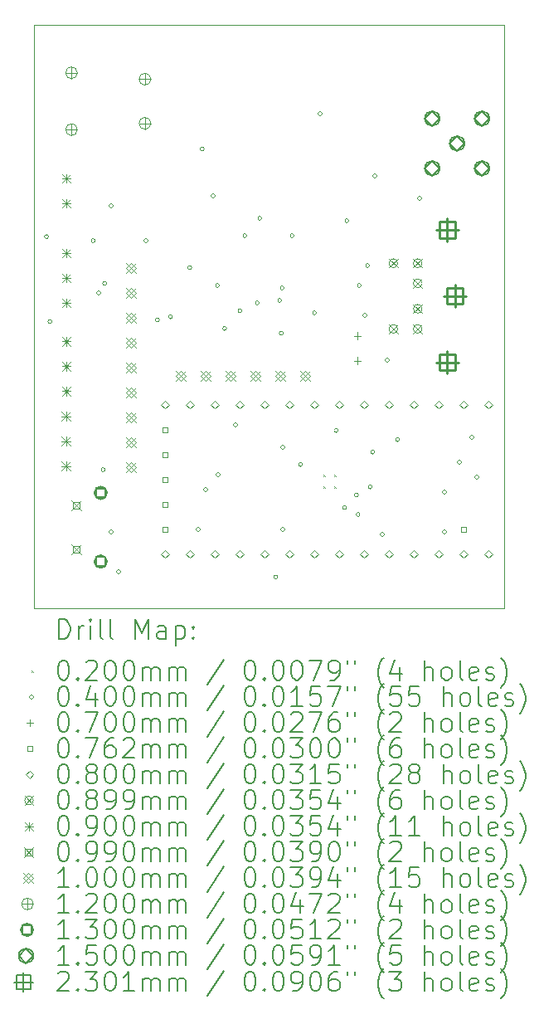
<source format=gbr>
%TF.GenerationSoftware,KiCad,Pcbnew,7.0.7*%
%TF.CreationDate,2023-12-02T18:08:43+01:00*%
%TF.ProjectId,TeensyRPR,5465656e-7379-4525-9052-2e6b69636164,rev?*%
%TF.SameCoordinates,Original*%
%TF.FileFunction,Drillmap*%
%TF.FilePolarity,Positive*%
%FSLAX45Y45*%
G04 Gerber Fmt 4.5, Leading zero omitted, Abs format (unit mm)*
G04 Created by KiCad (PCBNEW 7.0.7) date 2023-12-02 18:08:43*
%MOMM*%
%LPD*%
G01*
G04 APERTURE LIST*
%ADD10C,0.100000*%
%ADD11C,0.200000*%
%ADD12C,0.020000*%
%ADD13C,0.040000*%
%ADD14C,0.070000*%
%ADD15C,0.076200*%
%ADD16C,0.080000*%
%ADD17C,0.089916*%
%ADD18C,0.090000*%
%ADD19C,0.099000*%
%ADD20C,0.120000*%
%ADD21C,0.130000*%
%ADD22C,0.150000*%
%ADD23C,0.230124*%
G04 APERTURE END LIST*
D10*
X13410000Y-14720000D02*
X13410000Y-8770000D01*
X18210000Y-14720000D02*
X13410000Y-14720000D01*
X13410000Y-8770000D02*
X18210000Y-8770000D01*
X18210000Y-8770000D02*
X18210000Y-14720000D01*
D11*
D12*
X16361950Y-13361350D02*
X16381950Y-13381350D01*
X16381950Y-13361350D02*
X16361950Y-13381350D01*
X16361950Y-13476350D02*
X16381950Y-13496350D01*
X16381950Y-13476350D02*
X16361950Y-13496350D01*
X16476950Y-13361350D02*
X16496950Y-13381350D01*
X16496950Y-13361350D02*
X16476950Y-13381350D01*
X16476950Y-13476350D02*
X16496950Y-13496350D01*
X16496950Y-13476350D02*
X16476950Y-13496350D01*
D13*
X13558200Y-10932160D02*
G75*
G03*
X13558200Y-10932160I-20000J0D01*
G01*
X13593760Y-11798300D02*
G75*
G03*
X13593760Y-11798300I-20000J0D01*
G01*
X14035720Y-10972800D02*
G75*
G03*
X14035720Y-10972800I-20000J0D01*
G01*
X14091600Y-11506200D02*
G75*
G03*
X14091600Y-11506200I-20000J0D01*
G01*
X14137320Y-13309600D02*
G75*
G03*
X14137320Y-13309600I-20000J0D01*
G01*
X14152560Y-11409680D02*
G75*
G03*
X14152560Y-11409680I-20000J0D01*
G01*
X14218600Y-10617200D02*
G75*
G03*
X14218600Y-10617200I-20000J0D01*
G01*
X14218600Y-13944600D02*
G75*
G03*
X14218600Y-13944600I-20000J0D01*
G01*
X14294800Y-14351000D02*
G75*
G03*
X14294800Y-14351000I-20000J0D01*
G01*
X14574200Y-10972800D02*
G75*
G03*
X14574200Y-10972800I-20000J0D01*
G01*
X14691040Y-11783060D02*
G75*
G03*
X14691040Y-11783060I-20000J0D01*
G01*
X14825660Y-11750040D02*
G75*
G03*
X14825660Y-11750040I-20000J0D01*
G01*
X15021240Y-11249660D02*
G75*
G03*
X15021240Y-11249660I-20000J0D01*
G01*
X15107600Y-13919200D02*
G75*
G03*
X15107600Y-13919200I-20000J0D01*
G01*
X15148240Y-10035540D02*
G75*
G03*
X15148240Y-10035540I-20000J0D01*
G01*
X15183800Y-13512800D02*
G75*
G03*
X15183800Y-13512800I-20000J0D01*
G01*
X15260000Y-10515600D02*
G75*
G03*
X15260000Y-10515600I-20000J0D01*
G01*
X15304350Y-11430150D02*
G75*
G03*
X15304350Y-11430150I-20000J0D01*
G01*
X15310800Y-13360400D02*
G75*
G03*
X15310800Y-13360400I-20000J0D01*
G01*
X15376840Y-11869420D02*
G75*
G03*
X15376840Y-11869420I-20000J0D01*
G01*
X15488600Y-12852400D02*
G75*
G03*
X15488600Y-12852400I-20000J0D01*
G01*
X15534320Y-11689080D02*
G75*
G03*
X15534320Y-11689080I-20000J0D01*
G01*
X15583750Y-10922150D02*
G75*
G03*
X15583750Y-10922150I-20000J0D01*
G01*
X15710750Y-11607950D02*
G75*
G03*
X15710750Y-11607950I-20000J0D01*
G01*
X15736150Y-10744350D02*
G75*
G03*
X15736150Y-10744350I-20000J0D01*
G01*
X15899000Y-14405000D02*
G75*
G03*
X15899000Y-14405000I-20000J0D01*
G01*
X15939350Y-11582550D02*
G75*
G03*
X15939350Y-11582550I-20000J0D01*
G01*
X15955960Y-11917680D02*
G75*
G03*
X15955960Y-11917680I-20000J0D01*
G01*
X15964750Y-11455550D02*
G75*
G03*
X15964750Y-11455550I-20000J0D01*
G01*
X15971200Y-13081000D02*
G75*
G03*
X15971200Y-13081000I-20000J0D01*
G01*
X15971200Y-13919200D02*
G75*
G03*
X15971200Y-13919200I-20000J0D01*
G01*
X16066350Y-10922150D02*
G75*
G03*
X16066350Y-10922150I-20000J0D01*
G01*
X16151000Y-13257400D02*
G75*
G03*
X16151000Y-13257400I-20000J0D01*
G01*
X16294950Y-11709550D02*
G75*
G03*
X16294950Y-11709550I-20000J0D01*
G01*
X16352200Y-9677400D02*
G75*
G03*
X16352200Y-9677400I-20000J0D01*
G01*
X16514760Y-12910820D02*
G75*
G03*
X16514760Y-12910820I-20000J0D01*
G01*
X16601850Y-13695550D02*
G75*
G03*
X16601850Y-13695550I-20000J0D01*
G01*
X16625150Y-10769750D02*
G75*
G03*
X16625150Y-10769750I-20000J0D01*
G01*
X16722500Y-13568550D02*
G75*
G03*
X16722500Y-13568550I-20000J0D01*
G01*
X16739877Y-13766738D02*
G75*
G03*
X16739877Y-13766738I-20000J0D01*
G01*
X16752150Y-11430150D02*
G75*
G03*
X16752150Y-11430150I-20000J0D01*
G01*
X16809400Y-11734950D02*
G75*
G03*
X16809400Y-11734950I-20000J0D01*
G01*
X16836750Y-11226950D02*
G75*
G03*
X16836750Y-11226950I-20000J0D01*
G01*
X16862200Y-13486000D02*
G75*
G03*
X16862200Y-13486000I-20000J0D01*
G01*
X16887600Y-13130400D02*
G75*
G03*
X16887600Y-13130400I-20000J0D01*
G01*
X16911000Y-10312400D02*
G75*
G03*
X16911000Y-10312400I-20000J0D01*
G01*
X16987200Y-13970000D02*
G75*
G03*
X16987200Y-13970000I-20000J0D01*
G01*
X17038000Y-12192000D02*
G75*
G03*
X17038000Y-12192000I-20000J0D01*
G01*
X17141600Y-13003400D02*
G75*
G03*
X17141600Y-13003400I-20000J0D01*
G01*
X17368200Y-10541000D02*
G75*
G03*
X17368200Y-10541000I-20000J0D01*
G01*
X17622200Y-13538200D02*
G75*
G03*
X17622200Y-13538200I-20000J0D01*
G01*
X17622200Y-13944600D02*
G75*
G03*
X17622200Y-13944600I-20000J0D01*
G01*
X17774600Y-13233400D02*
G75*
G03*
X17774600Y-13233400I-20000J0D01*
G01*
X17901600Y-12979400D02*
G75*
G03*
X17901600Y-12979400I-20000J0D01*
G01*
X17952400Y-13385800D02*
G75*
G03*
X17952400Y-13385800I-20000J0D01*
G01*
D14*
X16713200Y-11908000D02*
X16713200Y-11978000D01*
X16678200Y-11943000D02*
X16748200Y-11943000D01*
X16713200Y-12162000D02*
X16713200Y-12232000D01*
X16678200Y-12197000D02*
X16748200Y-12197000D01*
D15*
X14774891Y-12928291D02*
X14774891Y-12874409D01*
X14721009Y-12874409D01*
X14721009Y-12928291D01*
X14774891Y-12928291D01*
X14774891Y-13182291D02*
X14774891Y-13128409D01*
X14721009Y-13128409D01*
X14721009Y-13182291D01*
X14774891Y-13182291D01*
X14774891Y-13436291D02*
X14774891Y-13382409D01*
X14721009Y-13382409D01*
X14721009Y-13436291D01*
X14774891Y-13436291D01*
X14774891Y-13690291D02*
X14774891Y-13636409D01*
X14721009Y-13636409D01*
X14721009Y-13690291D01*
X14774891Y-13690291D01*
X14774891Y-13944291D02*
X14774891Y-13890409D01*
X14721009Y-13890409D01*
X14721009Y-13944291D01*
X14774891Y-13944291D01*
X17822891Y-13944291D02*
X17822891Y-13890409D01*
X17769009Y-13890409D01*
X17769009Y-13944291D01*
X17822891Y-13944291D01*
D16*
X14747950Y-12687350D02*
X14787950Y-12647350D01*
X14747950Y-12607350D01*
X14707950Y-12647350D01*
X14747950Y-12687350D01*
X14747950Y-14211350D02*
X14787950Y-14171350D01*
X14747950Y-14131350D01*
X14707950Y-14171350D01*
X14747950Y-14211350D01*
X15001950Y-12687350D02*
X15041950Y-12647350D01*
X15001950Y-12607350D01*
X14961950Y-12647350D01*
X15001950Y-12687350D01*
X15001950Y-14211350D02*
X15041950Y-14171350D01*
X15001950Y-14131350D01*
X14961950Y-14171350D01*
X15001950Y-14211350D01*
X15255950Y-12687350D02*
X15295950Y-12647350D01*
X15255950Y-12607350D01*
X15215950Y-12647350D01*
X15255950Y-12687350D01*
X15255950Y-14211350D02*
X15295950Y-14171350D01*
X15255950Y-14131350D01*
X15215950Y-14171350D01*
X15255950Y-14211350D01*
X15509950Y-12687350D02*
X15549950Y-12647350D01*
X15509950Y-12607350D01*
X15469950Y-12647350D01*
X15509950Y-12687350D01*
X15509950Y-14211350D02*
X15549950Y-14171350D01*
X15509950Y-14131350D01*
X15469950Y-14171350D01*
X15509950Y-14211350D01*
X15763950Y-12687350D02*
X15803950Y-12647350D01*
X15763950Y-12607350D01*
X15723950Y-12647350D01*
X15763950Y-12687350D01*
X15763950Y-14211350D02*
X15803950Y-14171350D01*
X15763950Y-14131350D01*
X15723950Y-14171350D01*
X15763950Y-14211350D01*
X16017950Y-12687350D02*
X16057950Y-12647350D01*
X16017950Y-12607350D01*
X15977950Y-12647350D01*
X16017950Y-12687350D01*
X16017950Y-14211350D02*
X16057950Y-14171350D01*
X16017950Y-14131350D01*
X15977950Y-14171350D01*
X16017950Y-14211350D01*
X16271950Y-12687350D02*
X16311950Y-12647350D01*
X16271950Y-12607350D01*
X16231950Y-12647350D01*
X16271950Y-12687350D01*
X16271950Y-14211350D02*
X16311950Y-14171350D01*
X16271950Y-14131350D01*
X16231950Y-14171350D01*
X16271950Y-14211350D01*
X16525950Y-12687350D02*
X16565950Y-12647350D01*
X16525950Y-12607350D01*
X16485950Y-12647350D01*
X16525950Y-12687350D01*
X16525950Y-14211350D02*
X16565950Y-14171350D01*
X16525950Y-14131350D01*
X16485950Y-14171350D01*
X16525950Y-14211350D01*
X16779950Y-12687350D02*
X16819950Y-12647350D01*
X16779950Y-12607350D01*
X16739950Y-12647350D01*
X16779950Y-12687350D01*
X16779950Y-14211350D02*
X16819950Y-14171350D01*
X16779950Y-14131350D01*
X16739950Y-14171350D01*
X16779950Y-14211350D01*
X17033950Y-12687350D02*
X17073950Y-12647350D01*
X17033950Y-12607350D01*
X16993950Y-12647350D01*
X17033950Y-12687350D01*
X17033950Y-14211350D02*
X17073950Y-14171350D01*
X17033950Y-14131350D01*
X16993950Y-14171350D01*
X17033950Y-14211350D01*
X17287950Y-12687350D02*
X17327950Y-12647350D01*
X17287950Y-12607350D01*
X17247950Y-12647350D01*
X17287950Y-12687350D01*
X17287950Y-14211350D02*
X17327950Y-14171350D01*
X17287950Y-14131350D01*
X17247950Y-14171350D01*
X17287950Y-14211350D01*
X17541950Y-12687350D02*
X17581950Y-12647350D01*
X17541950Y-12607350D01*
X17501950Y-12647350D01*
X17541950Y-12687350D01*
X17541950Y-14211350D02*
X17581950Y-14171350D01*
X17541950Y-14131350D01*
X17501950Y-14171350D01*
X17541950Y-14211350D01*
X17795950Y-12687350D02*
X17835950Y-12647350D01*
X17795950Y-12607350D01*
X17755950Y-12647350D01*
X17795950Y-12687350D01*
X17795950Y-14211350D02*
X17835950Y-14171350D01*
X17795950Y-14131350D01*
X17755950Y-14171350D01*
X17795950Y-14211350D01*
X18049950Y-12687350D02*
X18089950Y-12647350D01*
X18049950Y-12607350D01*
X18009950Y-12647350D01*
X18049950Y-12687350D01*
X18049950Y-14211350D02*
X18089950Y-14171350D01*
X18049950Y-14131350D01*
X18009950Y-14171350D01*
X18049950Y-14211350D01*
D17*
X17034732Y-11158090D02*
X17124648Y-11248006D01*
X17124648Y-11158090D02*
X17034732Y-11248006D01*
X17124648Y-11203048D02*
G75*
G03*
X17124648Y-11203048I-44958J0D01*
G01*
X17034732Y-11828142D02*
X17124648Y-11918058D01*
X17124648Y-11828142D02*
X17034732Y-11918058D01*
X17124648Y-11873100D02*
G75*
G03*
X17124648Y-11873100I-44958J0D01*
G01*
X17283906Y-11158090D02*
X17373822Y-11248006D01*
X17373822Y-11158090D02*
X17283906Y-11248006D01*
X17373822Y-11203048D02*
G75*
G03*
X17373822Y-11203048I-44958J0D01*
G01*
X17283906Y-11363068D02*
X17373822Y-11452984D01*
X17373822Y-11363068D02*
X17283906Y-11452984D01*
X17373822Y-11408026D02*
G75*
G03*
X17373822Y-11408026I-44958J0D01*
G01*
X17283906Y-11623164D02*
X17373822Y-11713080D01*
X17373822Y-11623164D02*
X17283906Y-11713080D01*
X17373822Y-11668122D02*
G75*
G03*
X17373822Y-11668122I-44958J0D01*
G01*
X17283906Y-11828142D02*
X17373822Y-11918058D01*
X17373822Y-11828142D02*
X17283906Y-11918058D01*
X17373822Y-11873100D02*
G75*
G03*
X17373822Y-11873100I-44958J0D01*
G01*
D18*
X13693860Y-12720040D02*
X13783860Y-12810040D01*
X13783860Y-12720040D02*
X13693860Y-12810040D01*
X13738860Y-12720040D02*
X13738860Y-12810040D01*
X13693860Y-12765040D02*
X13783860Y-12765040D01*
X13693860Y-12974040D02*
X13783860Y-13064040D01*
X13783860Y-12974040D02*
X13693860Y-13064040D01*
X13738860Y-12974040D02*
X13738860Y-13064040D01*
X13693860Y-13019040D02*
X13783860Y-13019040D01*
X13693860Y-13228040D02*
X13783860Y-13318040D01*
X13783860Y-13228040D02*
X13693860Y-13318040D01*
X13738860Y-13228040D02*
X13738860Y-13318040D01*
X13693860Y-13273040D02*
X13783860Y-13273040D01*
X13695000Y-11055000D02*
X13785000Y-11145000D01*
X13785000Y-11055000D02*
X13695000Y-11145000D01*
X13740000Y-11055000D02*
X13740000Y-11145000D01*
X13695000Y-11100000D02*
X13785000Y-11100000D01*
X13695000Y-11309000D02*
X13785000Y-11399000D01*
X13785000Y-11309000D02*
X13695000Y-11399000D01*
X13740000Y-11309000D02*
X13740000Y-11399000D01*
X13695000Y-11354000D02*
X13785000Y-11354000D01*
X13695000Y-11563000D02*
X13785000Y-11653000D01*
X13785000Y-11563000D02*
X13695000Y-11653000D01*
X13740000Y-11563000D02*
X13740000Y-11653000D01*
X13695000Y-11608000D02*
X13785000Y-11608000D01*
X13696400Y-10292800D02*
X13786400Y-10382800D01*
X13786400Y-10292800D02*
X13696400Y-10382800D01*
X13741400Y-10292800D02*
X13741400Y-10382800D01*
X13696400Y-10337800D02*
X13786400Y-10337800D01*
X13696400Y-10546800D02*
X13786400Y-10636800D01*
X13786400Y-10546800D02*
X13696400Y-10636800D01*
X13741400Y-10546800D02*
X13741400Y-10636800D01*
X13696400Y-10591800D02*
X13786400Y-10591800D01*
X13696400Y-11955000D02*
X13786400Y-12045000D01*
X13786400Y-11955000D02*
X13696400Y-12045000D01*
X13741400Y-11955000D02*
X13741400Y-12045000D01*
X13696400Y-12000000D02*
X13786400Y-12000000D01*
X13696400Y-12209000D02*
X13786400Y-12299000D01*
X13786400Y-12209000D02*
X13696400Y-12299000D01*
X13741400Y-12209000D02*
X13741400Y-12299000D01*
X13696400Y-12254000D02*
X13786400Y-12254000D01*
X13696400Y-12463000D02*
X13786400Y-12553000D01*
X13786400Y-12463000D02*
X13696400Y-12553000D01*
X13741400Y-12463000D02*
X13741400Y-12553000D01*
X13696400Y-12508000D02*
X13786400Y-12508000D01*
D19*
X13793500Y-13622900D02*
X13892500Y-13721900D01*
X13892500Y-13622900D02*
X13793500Y-13721900D01*
X13878002Y-13707402D02*
X13878002Y-13637398D01*
X13807998Y-13637398D01*
X13807998Y-13707402D01*
X13878002Y-13707402D01*
X13793500Y-14072900D02*
X13892500Y-14171900D01*
X13892500Y-14072900D02*
X13793500Y-14171900D01*
X13878002Y-14157402D02*
X13878002Y-14087398D01*
X13807998Y-14087398D01*
X13807998Y-14157402D01*
X13878002Y-14157402D01*
D10*
X14351800Y-11202200D02*
X14451800Y-11302200D01*
X14451800Y-11202200D02*
X14351800Y-11302200D01*
X14401800Y-11302200D02*
X14451800Y-11252200D01*
X14401800Y-11202200D01*
X14351800Y-11252200D01*
X14401800Y-11302200D01*
X14351800Y-11456200D02*
X14451800Y-11556200D01*
X14451800Y-11456200D02*
X14351800Y-11556200D01*
X14401800Y-11556200D02*
X14451800Y-11506200D01*
X14401800Y-11456200D01*
X14351800Y-11506200D01*
X14401800Y-11556200D01*
X14351800Y-11710200D02*
X14451800Y-11810200D01*
X14451800Y-11710200D02*
X14351800Y-11810200D01*
X14401800Y-11810200D02*
X14451800Y-11760200D01*
X14401800Y-11710200D01*
X14351800Y-11760200D01*
X14401800Y-11810200D01*
X14351800Y-11964200D02*
X14451800Y-12064200D01*
X14451800Y-11964200D02*
X14351800Y-12064200D01*
X14401800Y-12064200D02*
X14451800Y-12014200D01*
X14401800Y-11964200D01*
X14351800Y-12014200D01*
X14401800Y-12064200D01*
X14351800Y-12218200D02*
X14451800Y-12318200D01*
X14451800Y-12218200D02*
X14351800Y-12318200D01*
X14401800Y-12318200D02*
X14451800Y-12268200D01*
X14401800Y-12218200D01*
X14351800Y-12268200D01*
X14401800Y-12318200D01*
X14351800Y-12472200D02*
X14451800Y-12572200D01*
X14451800Y-12472200D02*
X14351800Y-12572200D01*
X14401800Y-12572200D02*
X14451800Y-12522200D01*
X14401800Y-12472200D01*
X14351800Y-12522200D01*
X14401800Y-12572200D01*
X14351800Y-12726200D02*
X14451800Y-12826200D01*
X14451800Y-12726200D02*
X14351800Y-12826200D01*
X14401800Y-12826200D02*
X14451800Y-12776200D01*
X14401800Y-12726200D01*
X14351800Y-12776200D01*
X14401800Y-12826200D01*
X14351800Y-12980200D02*
X14451800Y-13080200D01*
X14451800Y-12980200D02*
X14351800Y-13080200D01*
X14401800Y-13080200D02*
X14451800Y-13030200D01*
X14401800Y-12980200D01*
X14351800Y-13030200D01*
X14401800Y-13080200D01*
X14351800Y-13234200D02*
X14451800Y-13334200D01*
X14451800Y-13234200D02*
X14351800Y-13334200D01*
X14401800Y-13334200D02*
X14451800Y-13284200D01*
X14401800Y-13234200D01*
X14351800Y-13284200D01*
X14401800Y-13334200D01*
X14859800Y-12304560D02*
X14959800Y-12404560D01*
X14959800Y-12304560D02*
X14859800Y-12404560D01*
X14909800Y-12404560D02*
X14959800Y-12354560D01*
X14909800Y-12304560D01*
X14859800Y-12354560D01*
X14909800Y-12404560D01*
X15113800Y-12304560D02*
X15213800Y-12404560D01*
X15213800Y-12304560D02*
X15113800Y-12404560D01*
X15163800Y-12404560D02*
X15213800Y-12354560D01*
X15163800Y-12304560D01*
X15113800Y-12354560D01*
X15163800Y-12404560D01*
X15367800Y-12304560D02*
X15467800Y-12404560D01*
X15467800Y-12304560D02*
X15367800Y-12404560D01*
X15417800Y-12404560D02*
X15467800Y-12354560D01*
X15417800Y-12304560D01*
X15367800Y-12354560D01*
X15417800Y-12404560D01*
X15621800Y-12304560D02*
X15721800Y-12404560D01*
X15721800Y-12304560D02*
X15621800Y-12404560D01*
X15671800Y-12404560D02*
X15721800Y-12354560D01*
X15671800Y-12304560D01*
X15621800Y-12354560D01*
X15671800Y-12404560D01*
X15875800Y-12304560D02*
X15975800Y-12404560D01*
X15975800Y-12304560D02*
X15875800Y-12404560D01*
X15925800Y-12404560D02*
X15975800Y-12354560D01*
X15925800Y-12304560D01*
X15875800Y-12354560D01*
X15925800Y-12404560D01*
X16129800Y-12304560D02*
X16229800Y-12404560D01*
X16229800Y-12304560D02*
X16129800Y-12404560D01*
X16179800Y-12404560D02*
X16229800Y-12354560D01*
X16179800Y-12304560D01*
X16129800Y-12354560D01*
X16179800Y-12404560D01*
D20*
X13793800Y-9200400D02*
X13793800Y-9320400D01*
X13733800Y-9260400D02*
X13853800Y-9260400D01*
X13853800Y-9260400D02*
G75*
G03*
X13853800Y-9260400I-60000J0D01*
G01*
X13793800Y-9780400D02*
X13793800Y-9900400D01*
X13733800Y-9840400D02*
X13853800Y-9840400D01*
X13853800Y-9840400D02*
G75*
G03*
X13853800Y-9840400I-60000J0D01*
G01*
X14543800Y-9265400D02*
X14543800Y-9385400D01*
X14483800Y-9325400D02*
X14603800Y-9325400D01*
X14603800Y-9325400D02*
G75*
G03*
X14603800Y-9325400I-60000J0D01*
G01*
X14543800Y-9715400D02*
X14543800Y-9835400D01*
X14483800Y-9775400D02*
X14603800Y-9775400D01*
X14603800Y-9775400D02*
G75*
G03*
X14603800Y-9775400I-60000J0D01*
G01*
D21*
X14137962Y-13592362D02*
X14137962Y-13500438D01*
X14046038Y-13500438D01*
X14046038Y-13592362D01*
X14137962Y-13592362D01*
X14157000Y-13546400D02*
G75*
G03*
X14157000Y-13546400I-65000J0D01*
G01*
X14137962Y-14293362D02*
X14137962Y-14201438D01*
X14046038Y-14201438D01*
X14046038Y-14293362D01*
X14137962Y-14293362D01*
X14157000Y-14247400D02*
G75*
G03*
X14157000Y-14247400I-65000J0D01*
G01*
D22*
X17477200Y-9801800D02*
X17552200Y-9726800D01*
X17477200Y-9651800D01*
X17402200Y-9726800D01*
X17477200Y-9801800D01*
X17552200Y-9726800D02*
G75*
G03*
X17552200Y-9726800I-75000J0D01*
G01*
X17477200Y-10309800D02*
X17552200Y-10234800D01*
X17477200Y-10159800D01*
X17402200Y-10234800D01*
X17477200Y-10309800D01*
X17552200Y-10234800D02*
G75*
G03*
X17552200Y-10234800I-75000J0D01*
G01*
X17731200Y-10055800D02*
X17806200Y-9980800D01*
X17731200Y-9905800D01*
X17656200Y-9980800D01*
X17731200Y-10055800D01*
X17806200Y-9980800D02*
G75*
G03*
X17806200Y-9980800I-75000J0D01*
G01*
X17985200Y-9801800D02*
X18060200Y-9726800D01*
X17985200Y-9651800D01*
X17910200Y-9726800D01*
X17985200Y-9801800D01*
X18060200Y-9726800D02*
G75*
G03*
X18060200Y-9726800I-75000J0D01*
G01*
X17985200Y-10309800D02*
X18060200Y-10234800D01*
X17985200Y-10159800D01*
X17910200Y-10234800D01*
X17985200Y-10309800D01*
X18060200Y-10234800D02*
G75*
G03*
X18060200Y-10234800I-75000J0D01*
G01*
D23*
X17628838Y-10747118D02*
X17628838Y-10977242D01*
X17513776Y-10862180D02*
X17743900Y-10862180D01*
X17710200Y-10943542D02*
X17710200Y-10780818D01*
X17547476Y-10780818D01*
X17547476Y-10943542D01*
X17710200Y-10943542D01*
X17628838Y-12098906D02*
X17628838Y-12329030D01*
X17513776Y-12213968D02*
X17743900Y-12213968D01*
X17710200Y-12295330D02*
X17710200Y-12132606D01*
X17547476Y-12132606D01*
X17547476Y-12295330D01*
X17710200Y-12295330D01*
X17709864Y-11423012D02*
X17709864Y-11653136D01*
X17594802Y-11538074D02*
X17824926Y-11538074D01*
X17791226Y-11619436D02*
X17791226Y-11456712D01*
X17628502Y-11456712D01*
X17628502Y-11619436D01*
X17791226Y-11619436D01*
D11*
X13665777Y-15036484D02*
X13665777Y-14836484D01*
X13665777Y-14836484D02*
X13713396Y-14836484D01*
X13713396Y-14836484D02*
X13741967Y-14846008D01*
X13741967Y-14846008D02*
X13761015Y-14865055D01*
X13761015Y-14865055D02*
X13770539Y-14884103D01*
X13770539Y-14884103D02*
X13780062Y-14922198D01*
X13780062Y-14922198D02*
X13780062Y-14950769D01*
X13780062Y-14950769D02*
X13770539Y-14988865D01*
X13770539Y-14988865D02*
X13761015Y-15007912D01*
X13761015Y-15007912D02*
X13741967Y-15026960D01*
X13741967Y-15026960D02*
X13713396Y-15036484D01*
X13713396Y-15036484D02*
X13665777Y-15036484D01*
X13865777Y-15036484D02*
X13865777Y-14903150D01*
X13865777Y-14941246D02*
X13875301Y-14922198D01*
X13875301Y-14922198D02*
X13884824Y-14912674D01*
X13884824Y-14912674D02*
X13903872Y-14903150D01*
X13903872Y-14903150D02*
X13922920Y-14903150D01*
X13989586Y-15036484D02*
X13989586Y-14903150D01*
X13989586Y-14836484D02*
X13980062Y-14846008D01*
X13980062Y-14846008D02*
X13989586Y-14855531D01*
X13989586Y-14855531D02*
X13999110Y-14846008D01*
X13999110Y-14846008D02*
X13989586Y-14836484D01*
X13989586Y-14836484D02*
X13989586Y-14855531D01*
X14113396Y-15036484D02*
X14094348Y-15026960D01*
X14094348Y-15026960D02*
X14084824Y-15007912D01*
X14084824Y-15007912D02*
X14084824Y-14836484D01*
X14218158Y-15036484D02*
X14199110Y-15026960D01*
X14199110Y-15026960D02*
X14189586Y-15007912D01*
X14189586Y-15007912D02*
X14189586Y-14836484D01*
X14446729Y-15036484D02*
X14446729Y-14836484D01*
X14446729Y-14836484D02*
X14513396Y-14979341D01*
X14513396Y-14979341D02*
X14580062Y-14836484D01*
X14580062Y-14836484D02*
X14580062Y-15036484D01*
X14761015Y-15036484D02*
X14761015Y-14931722D01*
X14761015Y-14931722D02*
X14751491Y-14912674D01*
X14751491Y-14912674D02*
X14732443Y-14903150D01*
X14732443Y-14903150D02*
X14694348Y-14903150D01*
X14694348Y-14903150D02*
X14675301Y-14912674D01*
X14761015Y-15026960D02*
X14741967Y-15036484D01*
X14741967Y-15036484D02*
X14694348Y-15036484D01*
X14694348Y-15036484D02*
X14675301Y-15026960D01*
X14675301Y-15026960D02*
X14665777Y-15007912D01*
X14665777Y-15007912D02*
X14665777Y-14988865D01*
X14665777Y-14988865D02*
X14675301Y-14969817D01*
X14675301Y-14969817D02*
X14694348Y-14960293D01*
X14694348Y-14960293D02*
X14741967Y-14960293D01*
X14741967Y-14960293D02*
X14761015Y-14950769D01*
X14856253Y-14903150D02*
X14856253Y-15103150D01*
X14856253Y-14912674D02*
X14875301Y-14903150D01*
X14875301Y-14903150D02*
X14913396Y-14903150D01*
X14913396Y-14903150D02*
X14932443Y-14912674D01*
X14932443Y-14912674D02*
X14941967Y-14922198D01*
X14941967Y-14922198D02*
X14951491Y-14941246D01*
X14951491Y-14941246D02*
X14951491Y-14998388D01*
X14951491Y-14998388D02*
X14941967Y-15017436D01*
X14941967Y-15017436D02*
X14932443Y-15026960D01*
X14932443Y-15026960D02*
X14913396Y-15036484D01*
X14913396Y-15036484D02*
X14875301Y-15036484D01*
X14875301Y-15036484D02*
X14856253Y-15026960D01*
X15037205Y-15017436D02*
X15046729Y-15026960D01*
X15046729Y-15026960D02*
X15037205Y-15036484D01*
X15037205Y-15036484D02*
X15027682Y-15026960D01*
X15027682Y-15026960D02*
X15037205Y-15017436D01*
X15037205Y-15017436D02*
X15037205Y-15036484D01*
X15037205Y-14912674D02*
X15046729Y-14922198D01*
X15046729Y-14922198D02*
X15037205Y-14931722D01*
X15037205Y-14931722D02*
X15027682Y-14922198D01*
X15027682Y-14922198D02*
X15037205Y-14912674D01*
X15037205Y-14912674D02*
X15037205Y-14931722D01*
D12*
X13385000Y-15355000D02*
X13405000Y-15375000D01*
X13405000Y-15355000D02*
X13385000Y-15375000D01*
D11*
X13703872Y-15256484D02*
X13722920Y-15256484D01*
X13722920Y-15256484D02*
X13741967Y-15266008D01*
X13741967Y-15266008D02*
X13751491Y-15275531D01*
X13751491Y-15275531D02*
X13761015Y-15294579D01*
X13761015Y-15294579D02*
X13770539Y-15332674D01*
X13770539Y-15332674D02*
X13770539Y-15380293D01*
X13770539Y-15380293D02*
X13761015Y-15418388D01*
X13761015Y-15418388D02*
X13751491Y-15437436D01*
X13751491Y-15437436D02*
X13741967Y-15446960D01*
X13741967Y-15446960D02*
X13722920Y-15456484D01*
X13722920Y-15456484D02*
X13703872Y-15456484D01*
X13703872Y-15456484D02*
X13684824Y-15446960D01*
X13684824Y-15446960D02*
X13675301Y-15437436D01*
X13675301Y-15437436D02*
X13665777Y-15418388D01*
X13665777Y-15418388D02*
X13656253Y-15380293D01*
X13656253Y-15380293D02*
X13656253Y-15332674D01*
X13656253Y-15332674D02*
X13665777Y-15294579D01*
X13665777Y-15294579D02*
X13675301Y-15275531D01*
X13675301Y-15275531D02*
X13684824Y-15266008D01*
X13684824Y-15266008D02*
X13703872Y-15256484D01*
X13856253Y-15437436D02*
X13865777Y-15446960D01*
X13865777Y-15446960D02*
X13856253Y-15456484D01*
X13856253Y-15456484D02*
X13846729Y-15446960D01*
X13846729Y-15446960D02*
X13856253Y-15437436D01*
X13856253Y-15437436D02*
X13856253Y-15456484D01*
X13941967Y-15275531D02*
X13951491Y-15266008D01*
X13951491Y-15266008D02*
X13970539Y-15256484D01*
X13970539Y-15256484D02*
X14018158Y-15256484D01*
X14018158Y-15256484D02*
X14037205Y-15266008D01*
X14037205Y-15266008D02*
X14046729Y-15275531D01*
X14046729Y-15275531D02*
X14056253Y-15294579D01*
X14056253Y-15294579D02*
X14056253Y-15313627D01*
X14056253Y-15313627D02*
X14046729Y-15342198D01*
X14046729Y-15342198D02*
X13932443Y-15456484D01*
X13932443Y-15456484D02*
X14056253Y-15456484D01*
X14180062Y-15256484D02*
X14199110Y-15256484D01*
X14199110Y-15256484D02*
X14218158Y-15266008D01*
X14218158Y-15266008D02*
X14227682Y-15275531D01*
X14227682Y-15275531D02*
X14237205Y-15294579D01*
X14237205Y-15294579D02*
X14246729Y-15332674D01*
X14246729Y-15332674D02*
X14246729Y-15380293D01*
X14246729Y-15380293D02*
X14237205Y-15418388D01*
X14237205Y-15418388D02*
X14227682Y-15437436D01*
X14227682Y-15437436D02*
X14218158Y-15446960D01*
X14218158Y-15446960D02*
X14199110Y-15456484D01*
X14199110Y-15456484D02*
X14180062Y-15456484D01*
X14180062Y-15456484D02*
X14161015Y-15446960D01*
X14161015Y-15446960D02*
X14151491Y-15437436D01*
X14151491Y-15437436D02*
X14141967Y-15418388D01*
X14141967Y-15418388D02*
X14132443Y-15380293D01*
X14132443Y-15380293D02*
X14132443Y-15332674D01*
X14132443Y-15332674D02*
X14141967Y-15294579D01*
X14141967Y-15294579D02*
X14151491Y-15275531D01*
X14151491Y-15275531D02*
X14161015Y-15266008D01*
X14161015Y-15266008D02*
X14180062Y-15256484D01*
X14370539Y-15256484D02*
X14389586Y-15256484D01*
X14389586Y-15256484D02*
X14408634Y-15266008D01*
X14408634Y-15266008D02*
X14418158Y-15275531D01*
X14418158Y-15275531D02*
X14427682Y-15294579D01*
X14427682Y-15294579D02*
X14437205Y-15332674D01*
X14437205Y-15332674D02*
X14437205Y-15380293D01*
X14437205Y-15380293D02*
X14427682Y-15418388D01*
X14427682Y-15418388D02*
X14418158Y-15437436D01*
X14418158Y-15437436D02*
X14408634Y-15446960D01*
X14408634Y-15446960D02*
X14389586Y-15456484D01*
X14389586Y-15456484D02*
X14370539Y-15456484D01*
X14370539Y-15456484D02*
X14351491Y-15446960D01*
X14351491Y-15446960D02*
X14341967Y-15437436D01*
X14341967Y-15437436D02*
X14332443Y-15418388D01*
X14332443Y-15418388D02*
X14322920Y-15380293D01*
X14322920Y-15380293D02*
X14322920Y-15332674D01*
X14322920Y-15332674D02*
X14332443Y-15294579D01*
X14332443Y-15294579D02*
X14341967Y-15275531D01*
X14341967Y-15275531D02*
X14351491Y-15266008D01*
X14351491Y-15266008D02*
X14370539Y-15256484D01*
X14522920Y-15456484D02*
X14522920Y-15323150D01*
X14522920Y-15342198D02*
X14532443Y-15332674D01*
X14532443Y-15332674D02*
X14551491Y-15323150D01*
X14551491Y-15323150D02*
X14580063Y-15323150D01*
X14580063Y-15323150D02*
X14599110Y-15332674D01*
X14599110Y-15332674D02*
X14608634Y-15351722D01*
X14608634Y-15351722D02*
X14608634Y-15456484D01*
X14608634Y-15351722D02*
X14618158Y-15332674D01*
X14618158Y-15332674D02*
X14637205Y-15323150D01*
X14637205Y-15323150D02*
X14665777Y-15323150D01*
X14665777Y-15323150D02*
X14684824Y-15332674D01*
X14684824Y-15332674D02*
X14694348Y-15351722D01*
X14694348Y-15351722D02*
X14694348Y-15456484D01*
X14789586Y-15456484D02*
X14789586Y-15323150D01*
X14789586Y-15342198D02*
X14799110Y-15332674D01*
X14799110Y-15332674D02*
X14818158Y-15323150D01*
X14818158Y-15323150D02*
X14846729Y-15323150D01*
X14846729Y-15323150D02*
X14865777Y-15332674D01*
X14865777Y-15332674D02*
X14875301Y-15351722D01*
X14875301Y-15351722D02*
X14875301Y-15456484D01*
X14875301Y-15351722D02*
X14884824Y-15332674D01*
X14884824Y-15332674D02*
X14903872Y-15323150D01*
X14903872Y-15323150D02*
X14932443Y-15323150D01*
X14932443Y-15323150D02*
X14951491Y-15332674D01*
X14951491Y-15332674D02*
X14961015Y-15351722D01*
X14961015Y-15351722D02*
X14961015Y-15456484D01*
X15351491Y-15246960D02*
X15180063Y-15504103D01*
X15608634Y-15256484D02*
X15627682Y-15256484D01*
X15627682Y-15256484D02*
X15646729Y-15266008D01*
X15646729Y-15266008D02*
X15656253Y-15275531D01*
X15656253Y-15275531D02*
X15665777Y-15294579D01*
X15665777Y-15294579D02*
X15675301Y-15332674D01*
X15675301Y-15332674D02*
X15675301Y-15380293D01*
X15675301Y-15380293D02*
X15665777Y-15418388D01*
X15665777Y-15418388D02*
X15656253Y-15437436D01*
X15656253Y-15437436D02*
X15646729Y-15446960D01*
X15646729Y-15446960D02*
X15627682Y-15456484D01*
X15627682Y-15456484D02*
X15608634Y-15456484D01*
X15608634Y-15456484D02*
X15589586Y-15446960D01*
X15589586Y-15446960D02*
X15580063Y-15437436D01*
X15580063Y-15437436D02*
X15570539Y-15418388D01*
X15570539Y-15418388D02*
X15561015Y-15380293D01*
X15561015Y-15380293D02*
X15561015Y-15332674D01*
X15561015Y-15332674D02*
X15570539Y-15294579D01*
X15570539Y-15294579D02*
X15580063Y-15275531D01*
X15580063Y-15275531D02*
X15589586Y-15266008D01*
X15589586Y-15266008D02*
X15608634Y-15256484D01*
X15761015Y-15437436D02*
X15770539Y-15446960D01*
X15770539Y-15446960D02*
X15761015Y-15456484D01*
X15761015Y-15456484D02*
X15751491Y-15446960D01*
X15751491Y-15446960D02*
X15761015Y-15437436D01*
X15761015Y-15437436D02*
X15761015Y-15456484D01*
X15894348Y-15256484D02*
X15913396Y-15256484D01*
X15913396Y-15256484D02*
X15932444Y-15266008D01*
X15932444Y-15266008D02*
X15941967Y-15275531D01*
X15941967Y-15275531D02*
X15951491Y-15294579D01*
X15951491Y-15294579D02*
X15961015Y-15332674D01*
X15961015Y-15332674D02*
X15961015Y-15380293D01*
X15961015Y-15380293D02*
X15951491Y-15418388D01*
X15951491Y-15418388D02*
X15941967Y-15437436D01*
X15941967Y-15437436D02*
X15932444Y-15446960D01*
X15932444Y-15446960D02*
X15913396Y-15456484D01*
X15913396Y-15456484D02*
X15894348Y-15456484D01*
X15894348Y-15456484D02*
X15875301Y-15446960D01*
X15875301Y-15446960D02*
X15865777Y-15437436D01*
X15865777Y-15437436D02*
X15856253Y-15418388D01*
X15856253Y-15418388D02*
X15846729Y-15380293D01*
X15846729Y-15380293D02*
X15846729Y-15332674D01*
X15846729Y-15332674D02*
X15856253Y-15294579D01*
X15856253Y-15294579D02*
X15865777Y-15275531D01*
X15865777Y-15275531D02*
X15875301Y-15266008D01*
X15875301Y-15266008D02*
X15894348Y-15256484D01*
X16084825Y-15256484D02*
X16103872Y-15256484D01*
X16103872Y-15256484D02*
X16122920Y-15266008D01*
X16122920Y-15266008D02*
X16132444Y-15275531D01*
X16132444Y-15275531D02*
X16141967Y-15294579D01*
X16141967Y-15294579D02*
X16151491Y-15332674D01*
X16151491Y-15332674D02*
X16151491Y-15380293D01*
X16151491Y-15380293D02*
X16141967Y-15418388D01*
X16141967Y-15418388D02*
X16132444Y-15437436D01*
X16132444Y-15437436D02*
X16122920Y-15446960D01*
X16122920Y-15446960D02*
X16103872Y-15456484D01*
X16103872Y-15456484D02*
X16084825Y-15456484D01*
X16084825Y-15456484D02*
X16065777Y-15446960D01*
X16065777Y-15446960D02*
X16056253Y-15437436D01*
X16056253Y-15437436D02*
X16046729Y-15418388D01*
X16046729Y-15418388D02*
X16037206Y-15380293D01*
X16037206Y-15380293D02*
X16037206Y-15332674D01*
X16037206Y-15332674D02*
X16046729Y-15294579D01*
X16046729Y-15294579D02*
X16056253Y-15275531D01*
X16056253Y-15275531D02*
X16065777Y-15266008D01*
X16065777Y-15266008D02*
X16084825Y-15256484D01*
X16218158Y-15256484D02*
X16351491Y-15256484D01*
X16351491Y-15256484D02*
X16265777Y-15456484D01*
X16437206Y-15456484D02*
X16475301Y-15456484D01*
X16475301Y-15456484D02*
X16494348Y-15446960D01*
X16494348Y-15446960D02*
X16503872Y-15437436D01*
X16503872Y-15437436D02*
X16522920Y-15408865D01*
X16522920Y-15408865D02*
X16532444Y-15370769D01*
X16532444Y-15370769D02*
X16532444Y-15294579D01*
X16532444Y-15294579D02*
X16522920Y-15275531D01*
X16522920Y-15275531D02*
X16513396Y-15266008D01*
X16513396Y-15266008D02*
X16494348Y-15256484D01*
X16494348Y-15256484D02*
X16456253Y-15256484D01*
X16456253Y-15256484D02*
X16437206Y-15266008D01*
X16437206Y-15266008D02*
X16427682Y-15275531D01*
X16427682Y-15275531D02*
X16418158Y-15294579D01*
X16418158Y-15294579D02*
X16418158Y-15342198D01*
X16418158Y-15342198D02*
X16427682Y-15361246D01*
X16427682Y-15361246D02*
X16437206Y-15370769D01*
X16437206Y-15370769D02*
X16456253Y-15380293D01*
X16456253Y-15380293D02*
X16494348Y-15380293D01*
X16494348Y-15380293D02*
X16513396Y-15370769D01*
X16513396Y-15370769D02*
X16522920Y-15361246D01*
X16522920Y-15361246D02*
X16532444Y-15342198D01*
X16608634Y-15256484D02*
X16608634Y-15294579D01*
X16684825Y-15256484D02*
X16684825Y-15294579D01*
X16980063Y-15532674D02*
X16970539Y-15523150D01*
X16970539Y-15523150D02*
X16951491Y-15494579D01*
X16951491Y-15494579D02*
X16941968Y-15475531D01*
X16941968Y-15475531D02*
X16932444Y-15446960D01*
X16932444Y-15446960D02*
X16922920Y-15399341D01*
X16922920Y-15399341D02*
X16922920Y-15361246D01*
X16922920Y-15361246D02*
X16932444Y-15313627D01*
X16932444Y-15313627D02*
X16941968Y-15285055D01*
X16941968Y-15285055D02*
X16951491Y-15266008D01*
X16951491Y-15266008D02*
X16970539Y-15237436D01*
X16970539Y-15237436D02*
X16980063Y-15227912D01*
X17141968Y-15323150D02*
X17141968Y-15456484D01*
X17094349Y-15246960D02*
X17046730Y-15389817D01*
X17046730Y-15389817D02*
X17170539Y-15389817D01*
X17399111Y-15456484D02*
X17399111Y-15256484D01*
X17484825Y-15456484D02*
X17484825Y-15351722D01*
X17484825Y-15351722D02*
X17475301Y-15332674D01*
X17475301Y-15332674D02*
X17456253Y-15323150D01*
X17456253Y-15323150D02*
X17427682Y-15323150D01*
X17427682Y-15323150D02*
X17408634Y-15332674D01*
X17408634Y-15332674D02*
X17399111Y-15342198D01*
X17608634Y-15456484D02*
X17589587Y-15446960D01*
X17589587Y-15446960D02*
X17580063Y-15437436D01*
X17580063Y-15437436D02*
X17570539Y-15418388D01*
X17570539Y-15418388D02*
X17570539Y-15361246D01*
X17570539Y-15361246D02*
X17580063Y-15342198D01*
X17580063Y-15342198D02*
X17589587Y-15332674D01*
X17589587Y-15332674D02*
X17608634Y-15323150D01*
X17608634Y-15323150D02*
X17637206Y-15323150D01*
X17637206Y-15323150D02*
X17656253Y-15332674D01*
X17656253Y-15332674D02*
X17665777Y-15342198D01*
X17665777Y-15342198D02*
X17675301Y-15361246D01*
X17675301Y-15361246D02*
X17675301Y-15418388D01*
X17675301Y-15418388D02*
X17665777Y-15437436D01*
X17665777Y-15437436D02*
X17656253Y-15446960D01*
X17656253Y-15446960D02*
X17637206Y-15456484D01*
X17637206Y-15456484D02*
X17608634Y-15456484D01*
X17789587Y-15456484D02*
X17770539Y-15446960D01*
X17770539Y-15446960D02*
X17761015Y-15427912D01*
X17761015Y-15427912D02*
X17761015Y-15256484D01*
X17941968Y-15446960D02*
X17922920Y-15456484D01*
X17922920Y-15456484D02*
X17884825Y-15456484D01*
X17884825Y-15456484D02*
X17865777Y-15446960D01*
X17865777Y-15446960D02*
X17856253Y-15427912D01*
X17856253Y-15427912D02*
X17856253Y-15351722D01*
X17856253Y-15351722D02*
X17865777Y-15332674D01*
X17865777Y-15332674D02*
X17884825Y-15323150D01*
X17884825Y-15323150D02*
X17922920Y-15323150D01*
X17922920Y-15323150D02*
X17941968Y-15332674D01*
X17941968Y-15332674D02*
X17951492Y-15351722D01*
X17951492Y-15351722D02*
X17951492Y-15370769D01*
X17951492Y-15370769D02*
X17856253Y-15389817D01*
X18027682Y-15446960D02*
X18046730Y-15456484D01*
X18046730Y-15456484D02*
X18084825Y-15456484D01*
X18084825Y-15456484D02*
X18103873Y-15446960D01*
X18103873Y-15446960D02*
X18113396Y-15427912D01*
X18113396Y-15427912D02*
X18113396Y-15418388D01*
X18113396Y-15418388D02*
X18103873Y-15399341D01*
X18103873Y-15399341D02*
X18084825Y-15389817D01*
X18084825Y-15389817D02*
X18056253Y-15389817D01*
X18056253Y-15389817D02*
X18037206Y-15380293D01*
X18037206Y-15380293D02*
X18027682Y-15361246D01*
X18027682Y-15361246D02*
X18027682Y-15351722D01*
X18027682Y-15351722D02*
X18037206Y-15332674D01*
X18037206Y-15332674D02*
X18056253Y-15323150D01*
X18056253Y-15323150D02*
X18084825Y-15323150D01*
X18084825Y-15323150D02*
X18103873Y-15332674D01*
X18180063Y-15532674D02*
X18189587Y-15523150D01*
X18189587Y-15523150D02*
X18208634Y-15494579D01*
X18208634Y-15494579D02*
X18218158Y-15475531D01*
X18218158Y-15475531D02*
X18227682Y-15446960D01*
X18227682Y-15446960D02*
X18237206Y-15399341D01*
X18237206Y-15399341D02*
X18237206Y-15361246D01*
X18237206Y-15361246D02*
X18227682Y-15313627D01*
X18227682Y-15313627D02*
X18218158Y-15285055D01*
X18218158Y-15285055D02*
X18208634Y-15266008D01*
X18208634Y-15266008D02*
X18189587Y-15237436D01*
X18189587Y-15237436D02*
X18180063Y-15227912D01*
D13*
X13405000Y-15629000D02*
G75*
G03*
X13405000Y-15629000I-20000J0D01*
G01*
D11*
X13703872Y-15520484D02*
X13722920Y-15520484D01*
X13722920Y-15520484D02*
X13741967Y-15530008D01*
X13741967Y-15530008D02*
X13751491Y-15539531D01*
X13751491Y-15539531D02*
X13761015Y-15558579D01*
X13761015Y-15558579D02*
X13770539Y-15596674D01*
X13770539Y-15596674D02*
X13770539Y-15644293D01*
X13770539Y-15644293D02*
X13761015Y-15682388D01*
X13761015Y-15682388D02*
X13751491Y-15701436D01*
X13751491Y-15701436D02*
X13741967Y-15710960D01*
X13741967Y-15710960D02*
X13722920Y-15720484D01*
X13722920Y-15720484D02*
X13703872Y-15720484D01*
X13703872Y-15720484D02*
X13684824Y-15710960D01*
X13684824Y-15710960D02*
X13675301Y-15701436D01*
X13675301Y-15701436D02*
X13665777Y-15682388D01*
X13665777Y-15682388D02*
X13656253Y-15644293D01*
X13656253Y-15644293D02*
X13656253Y-15596674D01*
X13656253Y-15596674D02*
X13665777Y-15558579D01*
X13665777Y-15558579D02*
X13675301Y-15539531D01*
X13675301Y-15539531D02*
X13684824Y-15530008D01*
X13684824Y-15530008D02*
X13703872Y-15520484D01*
X13856253Y-15701436D02*
X13865777Y-15710960D01*
X13865777Y-15710960D02*
X13856253Y-15720484D01*
X13856253Y-15720484D02*
X13846729Y-15710960D01*
X13846729Y-15710960D02*
X13856253Y-15701436D01*
X13856253Y-15701436D02*
X13856253Y-15720484D01*
X14037205Y-15587150D02*
X14037205Y-15720484D01*
X13989586Y-15510960D02*
X13941967Y-15653817D01*
X13941967Y-15653817D02*
X14065777Y-15653817D01*
X14180062Y-15520484D02*
X14199110Y-15520484D01*
X14199110Y-15520484D02*
X14218158Y-15530008D01*
X14218158Y-15530008D02*
X14227682Y-15539531D01*
X14227682Y-15539531D02*
X14237205Y-15558579D01*
X14237205Y-15558579D02*
X14246729Y-15596674D01*
X14246729Y-15596674D02*
X14246729Y-15644293D01*
X14246729Y-15644293D02*
X14237205Y-15682388D01*
X14237205Y-15682388D02*
X14227682Y-15701436D01*
X14227682Y-15701436D02*
X14218158Y-15710960D01*
X14218158Y-15710960D02*
X14199110Y-15720484D01*
X14199110Y-15720484D02*
X14180062Y-15720484D01*
X14180062Y-15720484D02*
X14161015Y-15710960D01*
X14161015Y-15710960D02*
X14151491Y-15701436D01*
X14151491Y-15701436D02*
X14141967Y-15682388D01*
X14141967Y-15682388D02*
X14132443Y-15644293D01*
X14132443Y-15644293D02*
X14132443Y-15596674D01*
X14132443Y-15596674D02*
X14141967Y-15558579D01*
X14141967Y-15558579D02*
X14151491Y-15539531D01*
X14151491Y-15539531D02*
X14161015Y-15530008D01*
X14161015Y-15530008D02*
X14180062Y-15520484D01*
X14370539Y-15520484D02*
X14389586Y-15520484D01*
X14389586Y-15520484D02*
X14408634Y-15530008D01*
X14408634Y-15530008D02*
X14418158Y-15539531D01*
X14418158Y-15539531D02*
X14427682Y-15558579D01*
X14427682Y-15558579D02*
X14437205Y-15596674D01*
X14437205Y-15596674D02*
X14437205Y-15644293D01*
X14437205Y-15644293D02*
X14427682Y-15682388D01*
X14427682Y-15682388D02*
X14418158Y-15701436D01*
X14418158Y-15701436D02*
X14408634Y-15710960D01*
X14408634Y-15710960D02*
X14389586Y-15720484D01*
X14389586Y-15720484D02*
X14370539Y-15720484D01*
X14370539Y-15720484D02*
X14351491Y-15710960D01*
X14351491Y-15710960D02*
X14341967Y-15701436D01*
X14341967Y-15701436D02*
X14332443Y-15682388D01*
X14332443Y-15682388D02*
X14322920Y-15644293D01*
X14322920Y-15644293D02*
X14322920Y-15596674D01*
X14322920Y-15596674D02*
X14332443Y-15558579D01*
X14332443Y-15558579D02*
X14341967Y-15539531D01*
X14341967Y-15539531D02*
X14351491Y-15530008D01*
X14351491Y-15530008D02*
X14370539Y-15520484D01*
X14522920Y-15720484D02*
X14522920Y-15587150D01*
X14522920Y-15606198D02*
X14532443Y-15596674D01*
X14532443Y-15596674D02*
X14551491Y-15587150D01*
X14551491Y-15587150D02*
X14580063Y-15587150D01*
X14580063Y-15587150D02*
X14599110Y-15596674D01*
X14599110Y-15596674D02*
X14608634Y-15615722D01*
X14608634Y-15615722D02*
X14608634Y-15720484D01*
X14608634Y-15615722D02*
X14618158Y-15596674D01*
X14618158Y-15596674D02*
X14637205Y-15587150D01*
X14637205Y-15587150D02*
X14665777Y-15587150D01*
X14665777Y-15587150D02*
X14684824Y-15596674D01*
X14684824Y-15596674D02*
X14694348Y-15615722D01*
X14694348Y-15615722D02*
X14694348Y-15720484D01*
X14789586Y-15720484D02*
X14789586Y-15587150D01*
X14789586Y-15606198D02*
X14799110Y-15596674D01*
X14799110Y-15596674D02*
X14818158Y-15587150D01*
X14818158Y-15587150D02*
X14846729Y-15587150D01*
X14846729Y-15587150D02*
X14865777Y-15596674D01*
X14865777Y-15596674D02*
X14875301Y-15615722D01*
X14875301Y-15615722D02*
X14875301Y-15720484D01*
X14875301Y-15615722D02*
X14884824Y-15596674D01*
X14884824Y-15596674D02*
X14903872Y-15587150D01*
X14903872Y-15587150D02*
X14932443Y-15587150D01*
X14932443Y-15587150D02*
X14951491Y-15596674D01*
X14951491Y-15596674D02*
X14961015Y-15615722D01*
X14961015Y-15615722D02*
X14961015Y-15720484D01*
X15351491Y-15510960D02*
X15180063Y-15768103D01*
X15608634Y-15520484D02*
X15627682Y-15520484D01*
X15627682Y-15520484D02*
X15646729Y-15530008D01*
X15646729Y-15530008D02*
X15656253Y-15539531D01*
X15656253Y-15539531D02*
X15665777Y-15558579D01*
X15665777Y-15558579D02*
X15675301Y-15596674D01*
X15675301Y-15596674D02*
X15675301Y-15644293D01*
X15675301Y-15644293D02*
X15665777Y-15682388D01*
X15665777Y-15682388D02*
X15656253Y-15701436D01*
X15656253Y-15701436D02*
X15646729Y-15710960D01*
X15646729Y-15710960D02*
X15627682Y-15720484D01*
X15627682Y-15720484D02*
X15608634Y-15720484D01*
X15608634Y-15720484D02*
X15589586Y-15710960D01*
X15589586Y-15710960D02*
X15580063Y-15701436D01*
X15580063Y-15701436D02*
X15570539Y-15682388D01*
X15570539Y-15682388D02*
X15561015Y-15644293D01*
X15561015Y-15644293D02*
X15561015Y-15596674D01*
X15561015Y-15596674D02*
X15570539Y-15558579D01*
X15570539Y-15558579D02*
X15580063Y-15539531D01*
X15580063Y-15539531D02*
X15589586Y-15530008D01*
X15589586Y-15530008D02*
X15608634Y-15520484D01*
X15761015Y-15701436D02*
X15770539Y-15710960D01*
X15770539Y-15710960D02*
X15761015Y-15720484D01*
X15761015Y-15720484D02*
X15751491Y-15710960D01*
X15751491Y-15710960D02*
X15761015Y-15701436D01*
X15761015Y-15701436D02*
X15761015Y-15720484D01*
X15894348Y-15520484D02*
X15913396Y-15520484D01*
X15913396Y-15520484D02*
X15932444Y-15530008D01*
X15932444Y-15530008D02*
X15941967Y-15539531D01*
X15941967Y-15539531D02*
X15951491Y-15558579D01*
X15951491Y-15558579D02*
X15961015Y-15596674D01*
X15961015Y-15596674D02*
X15961015Y-15644293D01*
X15961015Y-15644293D02*
X15951491Y-15682388D01*
X15951491Y-15682388D02*
X15941967Y-15701436D01*
X15941967Y-15701436D02*
X15932444Y-15710960D01*
X15932444Y-15710960D02*
X15913396Y-15720484D01*
X15913396Y-15720484D02*
X15894348Y-15720484D01*
X15894348Y-15720484D02*
X15875301Y-15710960D01*
X15875301Y-15710960D02*
X15865777Y-15701436D01*
X15865777Y-15701436D02*
X15856253Y-15682388D01*
X15856253Y-15682388D02*
X15846729Y-15644293D01*
X15846729Y-15644293D02*
X15846729Y-15596674D01*
X15846729Y-15596674D02*
X15856253Y-15558579D01*
X15856253Y-15558579D02*
X15865777Y-15539531D01*
X15865777Y-15539531D02*
X15875301Y-15530008D01*
X15875301Y-15530008D02*
X15894348Y-15520484D01*
X16151491Y-15720484D02*
X16037206Y-15720484D01*
X16094348Y-15720484D02*
X16094348Y-15520484D01*
X16094348Y-15520484D02*
X16075301Y-15549055D01*
X16075301Y-15549055D02*
X16056253Y-15568103D01*
X16056253Y-15568103D02*
X16037206Y-15577627D01*
X16332444Y-15520484D02*
X16237206Y-15520484D01*
X16237206Y-15520484D02*
X16227682Y-15615722D01*
X16227682Y-15615722D02*
X16237206Y-15606198D01*
X16237206Y-15606198D02*
X16256253Y-15596674D01*
X16256253Y-15596674D02*
X16303872Y-15596674D01*
X16303872Y-15596674D02*
X16322920Y-15606198D01*
X16322920Y-15606198D02*
X16332444Y-15615722D01*
X16332444Y-15615722D02*
X16341967Y-15634769D01*
X16341967Y-15634769D02*
X16341967Y-15682388D01*
X16341967Y-15682388D02*
X16332444Y-15701436D01*
X16332444Y-15701436D02*
X16322920Y-15710960D01*
X16322920Y-15710960D02*
X16303872Y-15720484D01*
X16303872Y-15720484D02*
X16256253Y-15720484D01*
X16256253Y-15720484D02*
X16237206Y-15710960D01*
X16237206Y-15710960D02*
X16227682Y-15701436D01*
X16408634Y-15520484D02*
X16541967Y-15520484D01*
X16541967Y-15520484D02*
X16456253Y-15720484D01*
X16608634Y-15520484D02*
X16608634Y-15558579D01*
X16684825Y-15520484D02*
X16684825Y-15558579D01*
X16980063Y-15796674D02*
X16970539Y-15787150D01*
X16970539Y-15787150D02*
X16951491Y-15758579D01*
X16951491Y-15758579D02*
X16941968Y-15739531D01*
X16941968Y-15739531D02*
X16932444Y-15710960D01*
X16932444Y-15710960D02*
X16922920Y-15663341D01*
X16922920Y-15663341D02*
X16922920Y-15625246D01*
X16922920Y-15625246D02*
X16932444Y-15577627D01*
X16932444Y-15577627D02*
X16941968Y-15549055D01*
X16941968Y-15549055D02*
X16951491Y-15530008D01*
X16951491Y-15530008D02*
X16970539Y-15501436D01*
X16970539Y-15501436D02*
X16980063Y-15491912D01*
X17151491Y-15520484D02*
X17056253Y-15520484D01*
X17056253Y-15520484D02*
X17046730Y-15615722D01*
X17046730Y-15615722D02*
X17056253Y-15606198D01*
X17056253Y-15606198D02*
X17075301Y-15596674D01*
X17075301Y-15596674D02*
X17122920Y-15596674D01*
X17122920Y-15596674D02*
X17141968Y-15606198D01*
X17141968Y-15606198D02*
X17151491Y-15615722D01*
X17151491Y-15615722D02*
X17161015Y-15634769D01*
X17161015Y-15634769D02*
X17161015Y-15682388D01*
X17161015Y-15682388D02*
X17151491Y-15701436D01*
X17151491Y-15701436D02*
X17141968Y-15710960D01*
X17141968Y-15710960D02*
X17122920Y-15720484D01*
X17122920Y-15720484D02*
X17075301Y-15720484D01*
X17075301Y-15720484D02*
X17056253Y-15710960D01*
X17056253Y-15710960D02*
X17046730Y-15701436D01*
X17341968Y-15520484D02*
X17246730Y-15520484D01*
X17246730Y-15520484D02*
X17237206Y-15615722D01*
X17237206Y-15615722D02*
X17246730Y-15606198D01*
X17246730Y-15606198D02*
X17265777Y-15596674D01*
X17265777Y-15596674D02*
X17313396Y-15596674D01*
X17313396Y-15596674D02*
X17332444Y-15606198D01*
X17332444Y-15606198D02*
X17341968Y-15615722D01*
X17341968Y-15615722D02*
X17351491Y-15634769D01*
X17351491Y-15634769D02*
X17351491Y-15682388D01*
X17351491Y-15682388D02*
X17341968Y-15701436D01*
X17341968Y-15701436D02*
X17332444Y-15710960D01*
X17332444Y-15710960D02*
X17313396Y-15720484D01*
X17313396Y-15720484D02*
X17265777Y-15720484D01*
X17265777Y-15720484D02*
X17246730Y-15710960D01*
X17246730Y-15710960D02*
X17237206Y-15701436D01*
X17589587Y-15720484D02*
X17589587Y-15520484D01*
X17675301Y-15720484D02*
X17675301Y-15615722D01*
X17675301Y-15615722D02*
X17665777Y-15596674D01*
X17665777Y-15596674D02*
X17646730Y-15587150D01*
X17646730Y-15587150D02*
X17618158Y-15587150D01*
X17618158Y-15587150D02*
X17599111Y-15596674D01*
X17599111Y-15596674D02*
X17589587Y-15606198D01*
X17799111Y-15720484D02*
X17780063Y-15710960D01*
X17780063Y-15710960D02*
X17770539Y-15701436D01*
X17770539Y-15701436D02*
X17761015Y-15682388D01*
X17761015Y-15682388D02*
X17761015Y-15625246D01*
X17761015Y-15625246D02*
X17770539Y-15606198D01*
X17770539Y-15606198D02*
X17780063Y-15596674D01*
X17780063Y-15596674D02*
X17799111Y-15587150D01*
X17799111Y-15587150D02*
X17827682Y-15587150D01*
X17827682Y-15587150D02*
X17846730Y-15596674D01*
X17846730Y-15596674D02*
X17856253Y-15606198D01*
X17856253Y-15606198D02*
X17865777Y-15625246D01*
X17865777Y-15625246D02*
X17865777Y-15682388D01*
X17865777Y-15682388D02*
X17856253Y-15701436D01*
X17856253Y-15701436D02*
X17846730Y-15710960D01*
X17846730Y-15710960D02*
X17827682Y-15720484D01*
X17827682Y-15720484D02*
X17799111Y-15720484D01*
X17980063Y-15720484D02*
X17961015Y-15710960D01*
X17961015Y-15710960D02*
X17951492Y-15691912D01*
X17951492Y-15691912D02*
X17951492Y-15520484D01*
X18132444Y-15710960D02*
X18113396Y-15720484D01*
X18113396Y-15720484D02*
X18075301Y-15720484D01*
X18075301Y-15720484D02*
X18056253Y-15710960D01*
X18056253Y-15710960D02*
X18046730Y-15691912D01*
X18046730Y-15691912D02*
X18046730Y-15615722D01*
X18046730Y-15615722D02*
X18056253Y-15596674D01*
X18056253Y-15596674D02*
X18075301Y-15587150D01*
X18075301Y-15587150D02*
X18113396Y-15587150D01*
X18113396Y-15587150D02*
X18132444Y-15596674D01*
X18132444Y-15596674D02*
X18141968Y-15615722D01*
X18141968Y-15615722D02*
X18141968Y-15634769D01*
X18141968Y-15634769D02*
X18046730Y-15653817D01*
X18218158Y-15710960D02*
X18237206Y-15720484D01*
X18237206Y-15720484D02*
X18275301Y-15720484D01*
X18275301Y-15720484D02*
X18294349Y-15710960D01*
X18294349Y-15710960D02*
X18303873Y-15691912D01*
X18303873Y-15691912D02*
X18303873Y-15682388D01*
X18303873Y-15682388D02*
X18294349Y-15663341D01*
X18294349Y-15663341D02*
X18275301Y-15653817D01*
X18275301Y-15653817D02*
X18246730Y-15653817D01*
X18246730Y-15653817D02*
X18227682Y-15644293D01*
X18227682Y-15644293D02*
X18218158Y-15625246D01*
X18218158Y-15625246D02*
X18218158Y-15615722D01*
X18218158Y-15615722D02*
X18227682Y-15596674D01*
X18227682Y-15596674D02*
X18246730Y-15587150D01*
X18246730Y-15587150D02*
X18275301Y-15587150D01*
X18275301Y-15587150D02*
X18294349Y-15596674D01*
X18370539Y-15796674D02*
X18380063Y-15787150D01*
X18380063Y-15787150D02*
X18399111Y-15758579D01*
X18399111Y-15758579D02*
X18408634Y-15739531D01*
X18408634Y-15739531D02*
X18418158Y-15710960D01*
X18418158Y-15710960D02*
X18427682Y-15663341D01*
X18427682Y-15663341D02*
X18427682Y-15625246D01*
X18427682Y-15625246D02*
X18418158Y-15577627D01*
X18418158Y-15577627D02*
X18408634Y-15549055D01*
X18408634Y-15549055D02*
X18399111Y-15530008D01*
X18399111Y-15530008D02*
X18380063Y-15501436D01*
X18380063Y-15501436D02*
X18370539Y-15491912D01*
D14*
X13370000Y-15858000D02*
X13370000Y-15928000D01*
X13335000Y-15893000D02*
X13405000Y-15893000D01*
D11*
X13703872Y-15784484D02*
X13722920Y-15784484D01*
X13722920Y-15784484D02*
X13741967Y-15794008D01*
X13741967Y-15794008D02*
X13751491Y-15803531D01*
X13751491Y-15803531D02*
X13761015Y-15822579D01*
X13761015Y-15822579D02*
X13770539Y-15860674D01*
X13770539Y-15860674D02*
X13770539Y-15908293D01*
X13770539Y-15908293D02*
X13761015Y-15946388D01*
X13761015Y-15946388D02*
X13751491Y-15965436D01*
X13751491Y-15965436D02*
X13741967Y-15974960D01*
X13741967Y-15974960D02*
X13722920Y-15984484D01*
X13722920Y-15984484D02*
X13703872Y-15984484D01*
X13703872Y-15984484D02*
X13684824Y-15974960D01*
X13684824Y-15974960D02*
X13675301Y-15965436D01*
X13675301Y-15965436D02*
X13665777Y-15946388D01*
X13665777Y-15946388D02*
X13656253Y-15908293D01*
X13656253Y-15908293D02*
X13656253Y-15860674D01*
X13656253Y-15860674D02*
X13665777Y-15822579D01*
X13665777Y-15822579D02*
X13675301Y-15803531D01*
X13675301Y-15803531D02*
X13684824Y-15794008D01*
X13684824Y-15794008D02*
X13703872Y-15784484D01*
X13856253Y-15965436D02*
X13865777Y-15974960D01*
X13865777Y-15974960D02*
X13856253Y-15984484D01*
X13856253Y-15984484D02*
X13846729Y-15974960D01*
X13846729Y-15974960D02*
X13856253Y-15965436D01*
X13856253Y-15965436D02*
X13856253Y-15984484D01*
X13932443Y-15784484D02*
X14065777Y-15784484D01*
X14065777Y-15784484D02*
X13980062Y-15984484D01*
X14180062Y-15784484D02*
X14199110Y-15784484D01*
X14199110Y-15784484D02*
X14218158Y-15794008D01*
X14218158Y-15794008D02*
X14227682Y-15803531D01*
X14227682Y-15803531D02*
X14237205Y-15822579D01*
X14237205Y-15822579D02*
X14246729Y-15860674D01*
X14246729Y-15860674D02*
X14246729Y-15908293D01*
X14246729Y-15908293D02*
X14237205Y-15946388D01*
X14237205Y-15946388D02*
X14227682Y-15965436D01*
X14227682Y-15965436D02*
X14218158Y-15974960D01*
X14218158Y-15974960D02*
X14199110Y-15984484D01*
X14199110Y-15984484D02*
X14180062Y-15984484D01*
X14180062Y-15984484D02*
X14161015Y-15974960D01*
X14161015Y-15974960D02*
X14151491Y-15965436D01*
X14151491Y-15965436D02*
X14141967Y-15946388D01*
X14141967Y-15946388D02*
X14132443Y-15908293D01*
X14132443Y-15908293D02*
X14132443Y-15860674D01*
X14132443Y-15860674D02*
X14141967Y-15822579D01*
X14141967Y-15822579D02*
X14151491Y-15803531D01*
X14151491Y-15803531D02*
X14161015Y-15794008D01*
X14161015Y-15794008D02*
X14180062Y-15784484D01*
X14370539Y-15784484D02*
X14389586Y-15784484D01*
X14389586Y-15784484D02*
X14408634Y-15794008D01*
X14408634Y-15794008D02*
X14418158Y-15803531D01*
X14418158Y-15803531D02*
X14427682Y-15822579D01*
X14427682Y-15822579D02*
X14437205Y-15860674D01*
X14437205Y-15860674D02*
X14437205Y-15908293D01*
X14437205Y-15908293D02*
X14427682Y-15946388D01*
X14427682Y-15946388D02*
X14418158Y-15965436D01*
X14418158Y-15965436D02*
X14408634Y-15974960D01*
X14408634Y-15974960D02*
X14389586Y-15984484D01*
X14389586Y-15984484D02*
X14370539Y-15984484D01*
X14370539Y-15984484D02*
X14351491Y-15974960D01*
X14351491Y-15974960D02*
X14341967Y-15965436D01*
X14341967Y-15965436D02*
X14332443Y-15946388D01*
X14332443Y-15946388D02*
X14322920Y-15908293D01*
X14322920Y-15908293D02*
X14322920Y-15860674D01*
X14322920Y-15860674D02*
X14332443Y-15822579D01*
X14332443Y-15822579D02*
X14341967Y-15803531D01*
X14341967Y-15803531D02*
X14351491Y-15794008D01*
X14351491Y-15794008D02*
X14370539Y-15784484D01*
X14522920Y-15984484D02*
X14522920Y-15851150D01*
X14522920Y-15870198D02*
X14532443Y-15860674D01*
X14532443Y-15860674D02*
X14551491Y-15851150D01*
X14551491Y-15851150D02*
X14580063Y-15851150D01*
X14580063Y-15851150D02*
X14599110Y-15860674D01*
X14599110Y-15860674D02*
X14608634Y-15879722D01*
X14608634Y-15879722D02*
X14608634Y-15984484D01*
X14608634Y-15879722D02*
X14618158Y-15860674D01*
X14618158Y-15860674D02*
X14637205Y-15851150D01*
X14637205Y-15851150D02*
X14665777Y-15851150D01*
X14665777Y-15851150D02*
X14684824Y-15860674D01*
X14684824Y-15860674D02*
X14694348Y-15879722D01*
X14694348Y-15879722D02*
X14694348Y-15984484D01*
X14789586Y-15984484D02*
X14789586Y-15851150D01*
X14789586Y-15870198D02*
X14799110Y-15860674D01*
X14799110Y-15860674D02*
X14818158Y-15851150D01*
X14818158Y-15851150D02*
X14846729Y-15851150D01*
X14846729Y-15851150D02*
X14865777Y-15860674D01*
X14865777Y-15860674D02*
X14875301Y-15879722D01*
X14875301Y-15879722D02*
X14875301Y-15984484D01*
X14875301Y-15879722D02*
X14884824Y-15860674D01*
X14884824Y-15860674D02*
X14903872Y-15851150D01*
X14903872Y-15851150D02*
X14932443Y-15851150D01*
X14932443Y-15851150D02*
X14951491Y-15860674D01*
X14951491Y-15860674D02*
X14961015Y-15879722D01*
X14961015Y-15879722D02*
X14961015Y-15984484D01*
X15351491Y-15774960D02*
X15180063Y-16032103D01*
X15608634Y-15784484D02*
X15627682Y-15784484D01*
X15627682Y-15784484D02*
X15646729Y-15794008D01*
X15646729Y-15794008D02*
X15656253Y-15803531D01*
X15656253Y-15803531D02*
X15665777Y-15822579D01*
X15665777Y-15822579D02*
X15675301Y-15860674D01*
X15675301Y-15860674D02*
X15675301Y-15908293D01*
X15675301Y-15908293D02*
X15665777Y-15946388D01*
X15665777Y-15946388D02*
X15656253Y-15965436D01*
X15656253Y-15965436D02*
X15646729Y-15974960D01*
X15646729Y-15974960D02*
X15627682Y-15984484D01*
X15627682Y-15984484D02*
X15608634Y-15984484D01*
X15608634Y-15984484D02*
X15589586Y-15974960D01*
X15589586Y-15974960D02*
X15580063Y-15965436D01*
X15580063Y-15965436D02*
X15570539Y-15946388D01*
X15570539Y-15946388D02*
X15561015Y-15908293D01*
X15561015Y-15908293D02*
X15561015Y-15860674D01*
X15561015Y-15860674D02*
X15570539Y-15822579D01*
X15570539Y-15822579D02*
X15580063Y-15803531D01*
X15580063Y-15803531D02*
X15589586Y-15794008D01*
X15589586Y-15794008D02*
X15608634Y-15784484D01*
X15761015Y-15965436D02*
X15770539Y-15974960D01*
X15770539Y-15974960D02*
X15761015Y-15984484D01*
X15761015Y-15984484D02*
X15751491Y-15974960D01*
X15751491Y-15974960D02*
X15761015Y-15965436D01*
X15761015Y-15965436D02*
X15761015Y-15984484D01*
X15894348Y-15784484D02*
X15913396Y-15784484D01*
X15913396Y-15784484D02*
X15932444Y-15794008D01*
X15932444Y-15794008D02*
X15941967Y-15803531D01*
X15941967Y-15803531D02*
X15951491Y-15822579D01*
X15951491Y-15822579D02*
X15961015Y-15860674D01*
X15961015Y-15860674D02*
X15961015Y-15908293D01*
X15961015Y-15908293D02*
X15951491Y-15946388D01*
X15951491Y-15946388D02*
X15941967Y-15965436D01*
X15941967Y-15965436D02*
X15932444Y-15974960D01*
X15932444Y-15974960D02*
X15913396Y-15984484D01*
X15913396Y-15984484D02*
X15894348Y-15984484D01*
X15894348Y-15984484D02*
X15875301Y-15974960D01*
X15875301Y-15974960D02*
X15865777Y-15965436D01*
X15865777Y-15965436D02*
X15856253Y-15946388D01*
X15856253Y-15946388D02*
X15846729Y-15908293D01*
X15846729Y-15908293D02*
X15846729Y-15860674D01*
X15846729Y-15860674D02*
X15856253Y-15822579D01*
X15856253Y-15822579D02*
X15865777Y-15803531D01*
X15865777Y-15803531D02*
X15875301Y-15794008D01*
X15875301Y-15794008D02*
X15894348Y-15784484D01*
X16037206Y-15803531D02*
X16046729Y-15794008D01*
X16046729Y-15794008D02*
X16065777Y-15784484D01*
X16065777Y-15784484D02*
X16113396Y-15784484D01*
X16113396Y-15784484D02*
X16132444Y-15794008D01*
X16132444Y-15794008D02*
X16141967Y-15803531D01*
X16141967Y-15803531D02*
X16151491Y-15822579D01*
X16151491Y-15822579D02*
X16151491Y-15841627D01*
X16151491Y-15841627D02*
X16141967Y-15870198D01*
X16141967Y-15870198D02*
X16027682Y-15984484D01*
X16027682Y-15984484D02*
X16151491Y-15984484D01*
X16218158Y-15784484D02*
X16351491Y-15784484D01*
X16351491Y-15784484D02*
X16265777Y-15984484D01*
X16513396Y-15784484D02*
X16475301Y-15784484D01*
X16475301Y-15784484D02*
X16456253Y-15794008D01*
X16456253Y-15794008D02*
X16446729Y-15803531D01*
X16446729Y-15803531D02*
X16427682Y-15832103D01*
X16427682Y-15832103D02*
X16418158Y-15870198D01*
X16418158Y-15870198D02*
X16418158Y-15946388D01*
X16418158Y-15946388D02*
X16427682Y-15965436D01*
X16427682Y-15965436D02*
X16437206Y-15974960D01*
X16437206Y-15974960D02*
X16456253Y-15984484D01*
X16456253Y-15984484D02*
X16494348Y-15984484D01*
X16494348Y-15984484D02*
X16513396Y-15974960D01*
X16513396Y-15974960D02*
X16522920Y-15965436D01*
X16522920Y-15965436D02*
X16532444Y-15946388D01*
X16532444Y-15946388D02*
X16532444Y-15898769D01*
X16532444Y-15898769D02*
X16522920Y-15879722D01*
X16522920Y-15879722D02*
X16513396Y-15870198D01*
X16513396Y-15870198D02*
X16494348Y-15860674D01*
X16494348Y-15860674D02*
X16456253Y-15860674D01*
X16456253Y-15860674D02*
X16437206Y-15870198D01*
X16437206Y-15870198D02*
X16427682Y-15879722D01*
X16427682Y-15879722D02*
X16418158Y-15898769D01*
X16608634Y-15784484D02*
X16608634Y-15822579D01*
X16684825Y-15784484D02*
X16684825Y-15822579D01*
X16980063Y-16060674D02*
X16970539Y-16051150D01*
X16970539Y-16051150D02*
X16951491Y-16022579D01*
X16951491Y-16022579D02*
X16941968Y-16003531D01*
X16941968Y-16003531D02*
X16932444Y-15974960D01*
X16932444Y-15974960D02*
X16922920Y-15927341D01*
X16922920Y-15927341D02*
X16922920Y-15889246D01*
X16922920Y-15889246D02*
X16932444Y-15841627D01*
X16932444Y-15841627D02*
X16941968Y-15813055D01*
X16941968Y-15813055D02*
X16951491Y-15794008D01*
X16951491Y-15794008D02*
X16970539Y-15765436D01*
X16970539Y-15765436D02*
X16980063Y-15755912D01*
X17046730Y-15803531D02*
X17056253Y-15794008D01*
X17056253Y-15794008D02*
X17075301Y-15784484D01*
X17075301Y-15784484D02*
X17122920Y-15784484D01*
X17122920Y-15784484D02*
X17141968Y-15794008D01*
X17141968Y-15794008D02*
X17151491Y-15803531D01*
X17151491Y-15803531D02*
X17161015Y-15822579D01*
X17161015Y-15822579D02*
X17161015Y-15841627D01*
X17161015Y-15841627D02*
X17151491Y-15870198D01*
X17151491Y-15870198D02*
X17037206Y-15984484D01*
X17037206Y-15984484D02*
X17161015Y-15984484D01*
X17399111Y-15984484D02*
X17399111Y-15784484D01*
X17484825Y-15984484D02*
X17484825Y-15879722D01*
X17484825Y-15879722D02*
X17475301Y-15860674D01*
X17475301Y-15860674D02*
X17456253Y-15851150D01*
X17456253Y-15851150D02*
X17427682Y-15851150D01*
X17427682Y-15851150D02*
X17408634Y-15860674D01*
X17408634Y-15860674D02*
X17399111Y-15870198D01*
X17608634Y-15984484D02*
X17589587Y-15974960D01*
X17589587Y-15974960D02*
X17580063Y-15965436D01*
X17580063Y-15965436D02*
X17570539Y-15946388D01*
X17570539Y-15946388D02*
X17570539Y-15889246D01*
X17570539Y-15889246D02*
X17580063Y-15870198D01*
X17580063Y-15870198D02*
X17589587Y-15860674D01*
X17589587Y-15860674D02*
X17608634Y-15851150D01*
X17608634Y-15851150D02*
X17637206Y-15851150D01*
X17637206Y-15851150D02*
X17656253Y-15860674D01*
X17656253Y-15860674D02*
X17665777Y-15870198D01*
X17665777Y-15870198D02*
X17675301Y-15889246D01*
X17675301Y-15889246D02*
X17675301Y-15946388D01*
X17675301Y-15946388D02*
X17665777Y-15965436D01*
X17665777Y-15965436D02*
X17656253Y-15974960D01*
X17656253Y-15974960D02*
X17637206Y-15984484D01*
X17637206Y-15984484D02*
X17608634Y-15984484D01*
X17789587Y-15984484D02*
X17770539Y-15974960D01*
X17770539Y-15974960D02*
X17761015Y-15955912D01*
X17761015Y-15955912D02*
X17761015Y-15784484D01*
X17941968Y-15974960D02*
X17922920Y-15984484D01*
X17922920Y-15984484D02*
X17884825Y-15984484D01*
X17884825Y-15984484D02*
X17865777Y-15974960D01*
X17865777Y-15974960D02*
X17856253Y-15955912D01*
X17856253Y-15955912D02*
X17856253Y-15879722D01*
X17856253Y-15879722D02*
X17865777Y-15860674D01*
X17865777Y-15860674D02*
X17884825Y-15851150D01*
X17884825Y-15851150D02*
X17922920Y-15851150D01*
X17922920Y-15851150D02*
X17941968Y-15860674D01*
X17941968Y-15860674D02*
X17951492Y-15879722D01*
X17951492Y-15879722D02*
X17951492Y-15898769D01*
X17951492Y-15898769D02*
X17856253Y-15917817D01*
X18027682Y-15974960D02*
X18046730Y-15984484D01*
X18046730Y-15984484D02*
X18084825Y-15984484D01*
X18084825Y-15984484D02*
X18103873Y-15974960D01*
X18103873Y-15974960D02*
X18113396Y-15955912D01*
X18113396Y-15955912D02*
X18113396Y-15946388D01*
X18113396Y-15946388D02*
X18103873Y-15927341D01*
X18103873Y-15927341D02*
X18084825Y-15917817D01*
X18084825Y-15917817D02*
X18056253Y-15917817D01*
X18056253Y-15917817D02*
X18037206Y-15908293D01*
X18037206Y-15908293D02*
X18027682Y-15889246D01*
X18027682Y-15889246D02*
X18027682Y-15879722D01*
X18027682Y-15879722D02*
X18037206Y-15860674D01*
X18037206Y-15860674D02*
X18056253Y-15851150D01*
X18056253Y-15851150D02*
X18084825Y-15851150D01*
X18084825Y-15851150D02*
X18103873Y-15860674D01*
X18180063Y-16060674D02*
X18189587Y-16051150D01*
X18189587Y-16051150D02*
X18208634Y-16022579D01*
X18208634Y-16022579D02*
X18218158Y-16003531D01*
X18218158Y-16003531D02*
X18227682Y-15974960D01*
X18227682Y-15974960D02*
X18237206Y-15927341D01*
X18237206Y-15927341D02*
X18237206Y-15889246D01*
X18237206Y-15889246D02*
X18227682Y-15841627D01*
X18227682Y-15841627D02*
X18218158Y-15813055D01*
X18218158Y-15813055D02*
X18208634Y-15794008D01*
X18208634Y-15794008D02*
X18189587Y-15765436D01*
X18189587Y-15765436D02*
X18180063Y-15755912D01*
D15*
X13393841Y-16183941D02*
X13393841Y-16130059D01*
X13339959Y-16130059D01*
X13339959Y-16183941D01*
X13393841Y-16183941D01*
D11*
X13703872Y-16048484D02*
X13722920Y-16048484D01*
X13722920Y-16048484D02*
X13741967Y-16058008D01*
X13741967Y-16058008D02*
X13751491Y-16067531D01*
X13751491Y-16067531D02*
X13761015Y-16086579D01*
X13761015Y-16086579D02*
X13770539Y-16124674D01*
X13770539Y-16124674D02*
X13770539Y-16172293D01*
X13770539Y-16172293D02*
X13761015Y-16210388D01*
X13761015Y-16210388D02*
X13751491Y-16229436D01*
X13751491Y-16229436D02*
X13741967Y-16238960D01*
X13741967Y-16238960D02*
X13722920Y-16248484D01*
X13722920Y-16248484D02*
X13703872Y-16248484D01*
X13703872Y-16248484D02*
X13684824Y-16238960D01*
X13684824Y-16238960D02*
X13675301Y-16229436D01*
X13675301Y-16229436D02*
X13665777Y-16210388D01*
X13665777Y-16210388D02*
X13656253Y-16172293D01*
X13656253Y-16172293D02*
X13656253Y-16124674D01*
X13656253Y-16124674D02*
X13665777Y-16086579D01*
X13665777Y-16086579D02*
X13675301Y-16067531D01*
X13675301Y-16067531D02*
X13684824Y-16058008D01*
X13684824Y-16058008D02*
X13703872Y-16048484D01*
X13856253Y-16229436D02*
X13865777Y-16238960D01*
X13865777Y-16238960D02*
X13856253Y-16248484D01*
X13856253Y-16248484D02*
X13846729Y-16238960D01*
X13846729Y-16238960D02*
X13856253Y-16229436D01*
X13856253Y-16229436D02*
X13856253Y-16248484D01*
X13932443Y-16048484D02*
X14065777Y-16048484D01*
X14065777Y-16048484D02*
X13980062Y-16248484D01*
X14227682Y-16048484D02*
X14189586Y-16048484D01*
X14189586Y-16048484D02*
X14170539Y-16058008D01*
X14170539Y-16058008D02*
X14161015Y-16067531D01*
X14161015Y-16067531D02*
X14141967Y-16096103D01*
X14141967Y-16096103D02*
X14132443Y-16134198D01*
X14132443Y-16134198D02*
X14132443Y-16210388D01*
X14132443Y-16210388D02*
X14141967Y-16229436D01*
X14141967Y-16229436D02*
X14151491Y-16238960D01*
X14151491Y-16238960D02*
X14170539Y-16248484D01*
X14170539Y-16248484D02*
X14208634Y-16248484D01*
X14208634Y-16248484D02*
X14227682Y-16238960D01*
X14227682Y-16238960D02*
X14237205Y-16229436D01*
X14237205Y-16229436D02*
X14246729Y-16210388D01*
X14246729Y-16210388D02*
X14246729Y-16162769D01*
X14246729Y-16162769D02*
X14237205Y-16143722D01*
X14237205Y-16143722D02*
X14227682Y-16134198D01*
X14227682Y-16134198D02*
X14208634Y-16124674D01*
X14208634Y-16124674D02*
X14170539Y-16124674D01*
X14170539Y-16124674D02*
X14151491Y-16134198D01*
X14151491Y-16134198D02*
X14141967Y-16143722D01*
X14141967Y-16143722D02*
X14132443Y-16162769D01*
X14322920Y-16067531D02*
X14332443Y-16058008D01*
X14332443Y-16058008D02*
X14351491Y-16048484D01*
X14351491Y-16048484D02*
X14399110Y-16048484D01*
X14399110Y-16048484D02*
X14418158Y-16058008D01*
X14418158Y-16058008D02*
X14427682Y-16067531D01*
X14427682Y-16067531D02*
X14437205Y-16086579D01*
X14437205Y-16086579D02*
X14437205Y-16105627D01*
X14437205Y-16105627D02*
X14427682Y-16134198D01*
X14427682Y-16134198D02*
X14313396Y-16248484D01*
X14313396Y-16248484D02*
X14437205Y-16248484D01*
X14522920Y-16248484D02*
X14522920Y-16115150D01*
X14522920Y-16134198D02*
X14532443Y-16124674D01*
X14532443Y-16124674D02*
X14551491Y-16115150D01*
X14551491Y-16115150D02*
X14580063Y-16115150D01*
X14580063Y-16115150D02*
X14599110Y-16124674D01*
X14599110Y-16124674D02*
X14608634Y-16143722D01*
X14608634Y-16143722D02*
X14608634Y-16248484D01*
X14608634Y-16143722D02*
X14618158Y-16124674D01*
X14618158Y-16124674D02*
X14637205Y-16115150D01*
X14637205Y-16115150D02*
X14665777Y-16115150D01*
X14665777Y-16115150D02*
X14684824Y-16124674D01*
X14684824Y-16124674D02*
X14694348Y-16143722D01*
X14694348Y-16143722D02*
X14694348Y-16248484D01*
X14789586Y-16248484D02*
X14789586Y-16115150D01*
X14789586Y-16134198D02*
X14799110Y-16124674D01*
X14799110Y-16124674D02*
X14818158Y-16115150D01*
X14818158Y-16115150D02*
X14846729Y-16115150D01*
X14846729Y-16115150D02*
X14865777Y-16124674D01*
X14865777Y-16124674D02*
X14875301Y-16143722D01*
X14875301Y-16143722D02*
X14875301Y-16248484D01*
X14875301Y-16143722D02*
X14884824Y-16124674D01*
X14884824Y-16124674D02*
X14903872Y-16115150D01*
X14903872Y-16115150D02*
X14932443Y-16115150D01*
X14932443Y-16115150D02*
X14951491Y-16124674D01*
X14951491Y-16124674D02*
X14961015Y-16143722D01*
X14961015Y-16143722D02*
X14961015Y-16248484D01*
X15351491Y-16038960D02*
X15180063Y-16296103D01*
X15608634Y-16048484D02*
X15627682Y-16048484D01*
X15627682Y-16048484D02*
X15646729Y-16058008D01*
X15646729Y-16058008D02*
X15656253Y-16067531D01*
X15656253Y-16067531D02*
X15665777Y-16086579D01*
X15665777Y-16086579D02*
X15675301Y-16124674D01*
X15675301Y-16124674D02*
X15675301Y-16172293D01*
X15675301Y-16172293D02*
X15665777Y-16210388D01*
X15665777Y-16210388D02*
X15656253Y-16229436D01*
X15656253Y-16229436D02*
X15646729Y-16238960D01*
X15646729Y-16238960D02*
X15627682Y-16248484D01*
X15627682Y-16248484D02*
X15608634Y-16248484D01*
X15608634Y-16248484D02*
X15589586Y-16238960D01*
X15589586Y-16238960D02*
X15580063Y-16229436D01*
X15580063Y-16229436D02*
X15570539Y-16210388D01*
X15570539Y-16210388D02*
X15561015Y-16172293D01*
X15561015Y-16172293D02*
X15561015Y-16124674D01*
X15561015Y-16124674D02*
X15570539Y-16086579D01*
X15570539Y-16086579D02*
X15580063Y-16067531D01*
X15580063Y-16067531D02*
X15589586Y-16058008D01*
X15589586Y-16058008D02*
X15608634Y-16048484D01*
X15761015Y-16229436D02*
X15770539Y-16238960D01*
X15770539Y-16238960D02*
X15761015Y-16248484D01*
X15761015Y-16248484D02*
X15751491Y-16238960D01*
X15751491Y-16238960D02*
X15761015Y-16229436D01*
X15761015Y-16229436D02*
X15761015Y-16248484D01*
X15894348Y-16048484D02*
X15913396Y-16048484D01*
X15913396Y-16048484D02*
X15932444Y-16058008D01*
X15932444Y-16058008D02*
X15941967Y-16067531D01*
X15941967Y-16067531D02*
X15951491Y-16086579D01*
X15951491Y-16086579D02*
X15961015Y-16124674D01*
X15961015Y-16124674D02*
X15961015Y-16172293D01*
X15961015Y-16172293D02*
X15951491Y-16210388D01*
X15951491Y-16210388D02*
X15941967Y-16229436D01*
X15941967Y-16229436D02*
X15932444Y-16238960D01*
X15932444Y-16238960D02*
X15913396Y-16248484D01*
X15913396Y-16248484D02*
X15894348Y-16248484D01*
X15894348Y-16248484D02*
X15875301Y-16238960D01*
X15875301Y-16238960D02*
X15865777Y-16229436D01*
X15865777Y-16229436D02*
X15856253Y-16210388D01*
X15856253Y-16210388D02*
X15846729Y-16172293D01*
X15846729Y-16172293D02*
X15846729Y-16124674D01*
X15846729Y-16124674D02*
X15856253Y-16086579D01*
X15856253Y-16086579D02*
X15865777Y-16067531D01*
X15865777Y-16067531D02*
X15875301Y-16058008D01*
X15875301Y-16058008D02*
X15894348Y-16048484D01*
X16027682Y-16048484D02*
X16151491Y-16048484D01*
X16151491Y-16048484D02*
X16084825Y-16124674D01*
X16084825Y-16124674D02*
X16113396Y-16124674D01*
X16113396Y-16124674D02*
X16132444Y-16134198D01*
X16132444Y-16134198D02*
X16141967Y-16143722D01*
X16141967Y-16143722D02*
X16151491Y-16162769D01*
X16151491Y-16162769D02*
X16151491Y-16210388D01*
X16151491Y-16210388D02*
X16141967Y-16229436D01*
X16141967Y-16229436D02*
X16132444Y-16238960D01*
X16132444Y-16238960D02*
X16113396Y-16248484D01*
X16113396Y-16248484D02*
X16056253Y-16248484D01*
X16056253Y-16248484D02*
X16037206Y-16238960D01*
X16037206Y-16238960D02*
X16027682Y-16229436D01*
X16275301Y-16048484D02*
X16294348Y-16048484D01*
X16294348Y-16048484D02*
X16313396Y-16058008D01*
X16313396Y-16058008D02*
X16322920Y-16067531D01*
X16322920Y-16067531D02*
X16332444Y-16086579D01*
X16332444Y-16086579D02*
X16341967Y-16124674D01*
X16341967Y-16124674D02*
X16341967Y-16172293D01*
X16341967Y-16172293D02*
X16332444Y-16210388D01*
X16332444Y-16210388D02*
X16322920Y-16229436D01*
X16322920Y-16229436D02*
X16313396Y-16238960D01*
X16313396Y-16238960D02*
X16294348Y-16248484D01*
X16294348Y-16248484D02*
X16275301Y-16248484D01*
X16275301Y-16248484D02*
X16256253Y-16238960D01*
X16256253Y-16238960D02*
X16246729Y-16229436D01*
X16246729Y-16229436D02*
X16237206Y-16210388D01*
X16237206Y-16210388D02*
X16227682Y-16172293D01*
X16227682Y-16172293D02*
X16227682Y-16124674D01*
X16227682Y-16124674D02*
X16237206Y-16086579D01*
X16237206Y-16086579D02*
X16246729Y-16067531D01*
X16246729Y-16067531D02*
X16256253Y-16058008D01*
X16256253Y-16058008D02*
X16275301Y-16048484D01*
X16465777Y-16048484D02*
X16484825Y-16048484D01*
X16484825Y-16048484D02*
X16503872Y-16058008D01*
X16503872Y-16058008D02*
X16513396Y-16067531D01*
X16513396Y-16067531D02*
X16522920Y-16086579D01*
X16522920Y-16086579D02*
X16532444Y-16124674D01*
X16532444Y-16124674D02*
X16532444Y-16172293D01*
X16532444Y-16172293D02*
X16522920Y-16210388D01*
X16522920Y-16210388D02*
X16513396Y-16229436D01*
X16513396Y-16229436D02*
X16503872Y-16238960D01*
X16503872Y-16238960D02*
X16484825Y-16248484D01*
X16484825Y-16248484D02*
X16465777Y-16248484D01*
X16465777Y-16248484D02*
X16446729Y-16238960D01*
X16446729Y-16238960D02*
X16437206Y-16229436D01*
X16437206Y-16229436D02*
X16427682Y-16210388D01*
X16427682Y-16210388D02*
X16418158Y-16172293D01*
X16418158Y-16172293D02*
X16418158Y-16124674D01*
X16418158Y-16124674D02*
X16427682Y-16086579D01*
X16427682Y-16086579D02*
X16437206Y-16067531D01*
X16437206Y-16067531D02*
X16446729Y-16058008D01*
X16446729Y-16058008D02*
X16465777Y-16048484D01*
X16608634Y-16048484D02*
X16608634Y-16086579D01*
X16684825Y-16048484D02*
X16684825Y-16086579D01*
X16980063Y-16324674D02*
X16970539Y-16315150D01*
X16970539Y-16315150D02*
X16951491Y-16286579D01*
X16951491Y-16286579D02*
X16941968Y-16267531D01*
X16941968Y-16267531D02*
X16932444Y-16238960D01*
X16932444Y-16238960D02*
X16922920Y-16191341D01*
X16922920Y-16191341D02*
X16922920Y-16153246D01*
X16922920Y-16153246D02*
X16932444Y-16105627D01*
X16932444Y-16105627D02*
X16941968Y-16077055D01*
X16941968Y-16077055D02*
X16951491Y-16058008D01*
X16951491Y-16058008D02*
X16970539Y-16029436D01*
X16970539Y-16029436D02*
X16980063Y-16019912D01*
X17141968Y-16048484D02*
X17103872Y-16048484D01*
X17103872Y-16048484D02*
X17084825Y-16058008D01*
X17084825Y-16058008D02*
X17075301Y-16067531D01*
X17075301Y-16067531D02*
X17056253Y-16096103D01*
X17056253Y-16096103D02*
X17046730Y-16134198D01*
X17046730Y-16134198D02*
X17046730Y-16210388D01*
X17046730Y-16210388D02*
X17056253Y-16229436D01*
X17056253Y-16229436D02*
X17065777Y-16238960D01*
X17065777Y-16238960D02*
X17084825Y-16248484D01*
X17084825Y-16248484D02*
X17122920Y-16248484D01*
X17122920Y-16248484D02*
X17141968Y-16238960D01*
X17141968Y-16238960D02*
X17151491Y-16229436D01*
X17151491Y-16229436D02*
X17161015Y-16210388D01*
X17161015Y-16210388D02*
X17161015Y-16162769D01*
X17161015Y-16162769D02*
X17151491Y-16143722D01*
X17151491Y-16143722D02*
X17141968Y-16134198D01*
X17141968Y-16134198D02*
X17122920Y-16124674D01*
X17122920Y-16124674D02*
X17084825Y-16124674D01*
X17084825Y-16124674D02*
X17065777Y-16134198D01*
X17065777Y-16134198D02*
X17056253Y-16143722D01*
X17056253Y-16143722D02*
X17046730Y-16162769D01*
X17399111Y-16248484D02*
X17399111Y-16048484D01*
X17484825Y-16248484D02*
X17484825Y-16143722D01*
X17484825Y-16143722D02*
X17475301Y-16124674D01*
X17475301Y-16124674D02*
X17456253Y-16115150D01*
X17456253Y-16115150D02*
X17427682Y-16115150D01*
X17427682Y-16115150D02*
X17408634Y-16124674D01*
X17408634Y-16124674D02*
X17399111Y-16134198D01*
X17608634Y-16248484D02*
X17589587Y-16238960D01*
X17589587Y-16238960D02*
X17580063Y-16229436D01*
X17580063Y-16229436D02*
X17570539Y-16210388D01*
X17570539Y-16210388D02*
X17570539Y-16153246D01*
X17570539Y-16153246D02*
X17580063Y-16134198D01*
X17580063Y-16134198D02*
X17589587Y-16124674D01*
X17589587Y-16124674D02*
X17608634Y-16115150D01*
X17608634Y-16115150D02*
X17637206Y-16115150D01*
X17637206Y-16115150D02*
X17656253Y-16124674D01*
X17656253Y-16124674D02*
X17665777Y-16134198D01*
X17665777Y-16134198D02*
X17675301Y-16153246D01*
X17675301Y-16153246D02*
X17675301Y-16210388D01*
X17675301Y-16210388D02*
X17665777Y-16229436D01*
X17665777Y-16229436D02*
X17656253Y-16238960D01*
X17656253Y-16238960D02*
X17637206Y-16248484D01*
X17637206Y-16248484D02*
X17608634Y-16248484D01*
X17789587Y-16248484D02*
X17770539Y-16238960D01*
X17770539Y-16238960D02*
X17761015Y-16219912D01*
X17761015Y-16219912D02*
X17761015Y-16048484D01*
X17941968Y-16238960D02*
X17922920Y-16248484D01*
X17922920Y-16248484D02*
X17884825Y-16248484D01*
X17884825Y-16248484D02*
X17865777Y-16238960D01*
X17865777Y-16238960D02*
X17856253Y-16219912D01*
X17856253Y-16219912D02*
X17856253Y-16143722D01*
X17856253Y-16143722D02*
X17865777Y-16124674D01*
X17865777Y-16124674D02*
X17884825Y-16115150D01*
X17884825Y-16115150D02*
X17922920Y-16115150D01*
X17922920Y-16115150D02*
X17941968Y-16124674D01*
X17941968Y-16124674D02*
X17951492Y-16143722D01*
X17951492Y-16143722D02*
X17951492Y-16162769D01*
X17951492Y-16162769D02*
X17856253Y-16181817D01*
X18027682Y-16238960D02*
X18046730Y-16248484D01*
X18046730Y-16248484D02*
X18084825Y-16248484D01*
X18084825Y-16248484D02*
X18103873Y-16238960D01*
X18103873Y-16238960D02*
X18113396Y-16219912D01*
X18113396Y-16219912D02*
X18113396Y-16210388D01*
X18113396Y-16210388D02*
X18103873Y-16191341D01*
X18103873Y-16191341D02*
X18084825Y-16181817D01*
X18084825Y-16181817D02*
X18056253Y-16181817D01*
X18056253Y-16181817D02*
X18037206Y-16172293D01*
X18037206Y-16172293D02*
X18027682Y-16153246D01*
X18027682Y-16153246D02*
X18027682Y-16143722D01*
X18027682Y-16143722D02*
X18037206Y-16124674D01*
X18037206Y-16124674D02*
X18056253Y-16115150D01*
X18056253Y-16115150D02*
X18084825Y-16115150D01*
X18084825Y-16115150D02*
X18103873Y-16124674D01*
X18180063Y-16324674D02*
X18189587Y-16315150D01*
X18189587Y-16315150D02*
X18208634Y-16286579D01*
X18208634Y-16286579D02*
X18218158Y-16267531D01*
X18218158Y-16267531D02*
X18227682Y-16238960D01*
X18227682Y-16238960D02*
X18237206Y-16191341D01*
X18237206Y-16191341D02*
X18237206Y-16153246D01*
X18237206Y-16153246D02*
X18227682Y-16105627D01*
X18227682Y-16105627D02*
X18218158Y-16077055D01*
X18218158Y-16077055D02*
X18208634Y-16058008D01*
X18208634Y-16058008D02*
X18189587Y-16029436D01*
X18189587Y-16029436D02*
X18180063Y-16019912D01*
D16*
X13365000Y-16461000D02*
X13405000Y-16421000D01*
X13365000Y-16381000D01*
X13325000Y-16421000D01*
X13365000Y-16461000D01*
D11*
X13703872Y-16312484D02*
X13722920Y-16312484D01*
X13722920Y-16312484D02*
X13741967Y-16322008D01*
X13741967Y-16322008D02*
X13751491Y-16331531D01*
X13751491Y-16331531D02*
X13761015Y-16350579D01*
X13761015Y-16350579D02*
X13770539Y-16388674D01*
X13770539Y-16388674D02*
X13770539Y-16436293D01*
X13770539Y-16436293D02*
X13761015Y-16474388D01*
X13761015Y-16474388D02*
X13751491Y-16493436D01*
X13751491Y-16493436D02*
X13741967Y-16502960D01*
X13741967Y-16502960D02*
X13722920Y-16512484D01*
X13722920Y-16512484D02*
X13703872Y-16512484D01*
X13703872Y-16512484D02*
X13684824Y-16502960D01*
X13684824Y-16502960D02*
X13675301Y-16493436D01*
X13675301Y-16493436D02*
X13665777Y-16474388D01*
X13665777Y-16474388D02*
X13656253Y-16436293D01*
X13656253Y-16436293D02*
X13656253Y-16388674D01*
X13656253Y-16388674D02*
X13665777Y-16350579D01*
X13665777Y-16350579D02*
X13675301Y-16331531D01*
X13675301Y-16331531D02*
X13684824Y-16322008D01*
X13684824Y-16322008D02*
X13703872Y-16312484D01*
X13856253Y-16493436D02*
X13865777Y-16502960D01*
X13865777Y-16502960D02*
X13856253Y-16512484D01*
X13856253Y-16512484D02*
X13846729Y-16502960D01*
X13846729Y-16502960D02*
X13856253Y-16493436D01*
X13856253Y-16493436D02*
X13856253Y-16512484D01*
X13980062Y-16398198D02*
X13961015Y-16388674D01*
X13961015Y-16388674D02*
X13951491Y-16379150D01*
X13951491Y-16379150D02*
X13941967Y-16360103D01*
X13941967Y-16360103D02*
X13941967Y-16350579D01*
X13941967Y-16350579D02*
X13951491Y-16331531D01*
X13951491Y-16331531D02*
X13961015Y-16322008D01*
X13961015Y-16322008D02*
X13980062Y-16312484D01*
X13980062Y-16312484D02*
X14018158Y-16312484D01*
X14018158Y-16312484D02*
X14037205Y-16322008D01*
X14037205Y-16322008D02*
X14046729Y-16331531D01*
X14046729Y-16331531D02*
X14056253Y-16350579D01*
X14056253Y-16350579D02*
X14056253Y-16360103D01*
X14056253Y-16360103D02*
X14046729Y-16379150D01*
X14046729Y-16379150D02*
X14037205Y-16388674D01*
X14037205Y-16388674D02*
X14018158Y-16398198D01*
X14018158Y-16398198D02*
X13980062Y-16398198D01*
X13980062Y-16398198D02*
X13961015Y-16407722D01*
X13961015Y-16407722D02*
X13951491Y-16417246D01*
X13951491Y-16417246D02*
X13941967Y-16436293D01*
X13941967Y-16436293D02*
X13941967Y-16474388D01*
X13941967Y-16474388D02*
X13951491Y-16493436D01*
X13951491Y-16493436D02*
X13961015Y-16502960D01*
X13961015Y-16502960D02*
X13980062Y-16512484D01*
X13980062Y-16512484D02*
X14018158Y-16512484D01*
X14018158Y-16512484D02*
X14037205Y-16502960D01*
X14037205Y-16502960D02*
X14046729Y-16493436D01*
X14046729Y-16493436D02*
X14056253Y-16474388D01*
X14056253Y-16474388D02*
X14056253Y-16436293D01*
X14056253Y-16436293D02*
X14046729Y-16417246D01*
X14046729Y-16417246D02*
X14037205Y-16407722D01*
X14037205Y-16407722D02*
X14018158Y-16398198D01*
X14180062Y-16312484D02*
X14199110Y-16312484D01*
X14199110Y-16312484D02*
X14218158Y-16322008D01*
X14218158Y-16322008D02*
X14227682Y-16331531D01*
X14227682Y-16331531D02*
X14237205Y-16350579D01*
X14237205Y-16350579D02*
X14246729Y-16388674D01*
X14246729Y-16388674D02*
X14246729Y-16436293D01*
X14246729Y-16436293D02*
X14237205Y-16474388D01*
X14237205Y-16474388D02*
X14227682Y-16493436D01*
X14227682Y-16493436D02*
X14218158Y-16502960D01*
X14218158Y-16502960D02*
X14199110Y-16512484D01*
X14199110Y-16512484D02*
X14180062Y-16512484D01*
X14180062Y-16512484D02*
X14161015Y-16502960D01*
X14161015Y-16502960D02*
X14151491Y-16493436D01*
X14151491Y-16493436D02*
X14141967Y-16474388D01*
X14141967Y-16474388D02*
X14132443Y-16436293D01*
X14132443Y-16436293D02*
X14132443Y-16388674D01*
X14132443Y-16388674D02*
X14141967Y-16350579D01*
X14141967Y-16350579D02*
X14151491Y-16331531D01*
X14151491Y-16331531D02*
X14161015Y-16322008D01*
X14161015Y-16322008D02*
X14180062Y-16312484D01*
X14370539Y-16312484D02*
X14389586Y-16312484D01*
X14389586Y-16312484D02*
X14408634Y-16322008D01*
X14408634Y-16322008D02*
X14418158Y-16331531D01*
X14418158Y-16331531D02*
X14427682Y-16350579D01*
X14427682Y-16350579D02*
X14437205Y-16388674D01*
X14437205Y-16388674D02*
X14437205Y-16436293D01*
X14437205Y-16436293D02*
X14427682Y-16474388D01*
X14427682Y-16474388D02*
X14418158Y-16493436D01*
X14418158Y-16493436D02*
X14408634Y-16502960D01*
X14408634Y-16502960D02*
X14389586Y-16512484D01*
X14389586Y-16512484D02*
X14370539Y-16512484D01*
X14370539Y-16512484D02*
X14351491Y-16502960D01*
X14351491Y-16502960D02*
X14341967Y-16493436D01*
X14341967Y-16493436D02*
X14332443Y-16474388D01*
X14332443Y-16474388D02*
X14322920Y-16436293D01*
X14322920Y-16436293D02*
X14322920Y-16388674D01*
X14322920Y-16388674D02*
X14332443Y-16350579D01*
X14332443Y-16350579D02*
X14341967Y-16331531D01*
X14341967Y-16331531D02*
X14351491Y-16322008D01*
X14351491Y-16322008D02*
X14370539Y-16312484D01*
X14522920Y-16512484D02*
X14522920Y-16379150D01*
X14522920Y-16398198D02*
X14532443Y-16388674D01*
X14532443Y-16388674D02*
X14551491Y-16379150D01*
X14551491Y-16379150D02*
X14580063Y-16379150D01*
X14580063Y-16379150D02*
X14599110Y-16388674D01*
X14599110Y-16388674D02*
X14608634Y-16407722D01*
X14608634Y-16407722D02*
X14608634Y-16512484D01*
X14608634Y-16407722D02*
X14618158Y-16388674D01*
X14618158Y-16388674D02*
X14637205Y-16379150D01*
X14637205Y-16379150D02*
X14665777Y-16379150D01*
X14665777Y-16379150D02*
X14684824Y-16388674D01*
X14684824Y-16388674D02*
X14694348Y-16407722D01*
X14694348Y-16407722D02*
X14694348Y-16512484D01*
X14789586Y-16512484D02*
X14789586Y-16379150D01*
X14789586Y-16398198D02*
X14799110Y-16388674D01*
X14799110Y-16388674D02*
X14818158Y-16379150D01*
X14818158Y-16379150D02*
X14846729Y-16379150D01*
X14846729Y-16379150D02*
X14865777Y-16388674D01*
X14865777Y-16388674D02*
X14875301Y-16407722D01*
X14875301Y-16407722D02*
X14875301Y-16512484D01*
X14875301Y-16407722D02*
X14884824Y-16388674D01*
X14884824Y-16388674D02*
X14903872Y-16379150D01*
X14903872Y-16379150D02*
X14932443Y-16379150D01*
X14932443Y-16379150D02*
X14951491Y-16388674D01*
X14951491Y-16388674D02*
X14961015Y-16407722D01*
X14961015Y-16407722D02*
X14961015Y-16512484D01*
X15351491Y-16302960D02*
X15180063Y-16560103D01*
X15608634Y-16312484D02*
X15627682Y-16312484D01*
X15627682Y-16312484D02*
X15646729Y-16322008D01*
X15646729Y-16322008D02*
X15656253Y-16331531D01*
X15656253Y-16331531D02*
X15665777Y-16350579D01*
X15665777Y-16350579D02*
X15675301Y-16388674D01*
X15675301Y-16388674D02*
X15675301Y-16436293D01*
X15675301Y-16436293D02*
X15665777Y-16474388D01*
X15665777Y-16474388D02*
X15656253Y-16493436D01*
X15656253Y-16493436D02*
X15646729Y-16502960D01*
X15646729Y-16502960D02*
X15627682Y-16512484D01*
X15627682Y-16512484D02*
X15608634Y-16512484D01*
X15608634Y-16512484D02*
X15589586Y-16502960D01*
X15589586Y-16502960D02*
X15580063Y-16493436D01*
X15580063Y-16493436D02*
X15570539Y-16474388D01*
X15570539Y-16474388D02*
X15561015Y-16436293D01*
X15561015Y-16436293D02*
X15561015Y-16388674D01*
X15561015Y-16388674D02*
X15570539Y-16350579D01*
X15570539Y-16350579D02*
X15580063Y-16331531D01*
X15580063Y-16331531D02*
X15589586Y-16322008D01*
X15589586Y-16322008D02*
X15608634Y-16312484D01*
X15761015Y-16493436D02*
X15770539Y-16502960D01*
X15770539Y-16502960D02*
X15761015Y-16512484D01*
X15761015Y-16512484D02*
X15751491Y-16502960D01*
X15751491Y-16502960D02*
X15761015Y-16493436D01*
X15761015Y-16493436D02*
X15761015Y-16512484D01*
X15894348Y-16312484D02*
X15913396Y-16312484D01*
X15913396Y-16312484D02*
X15932444Y-16322008D01*
X15932444Y-16322008D02*
X15941967Y-16331531D01*
X15941967Y-16331531D02*
X15951491Y-16350579D01*
X15951491Y-16350579D02*
X15961015Y-16388674D01*
X15961015Y-16388674D02*
X15961015Y-16436293D01*
X15961015Y-16436293D02*
X15951491Y-16474388D01*
X15951491Y-16474388D02*
X15941967Y-16493436D01*
X15941967Y-16493436D02*
X15932444Y-16502960D01*
X15932444Y-16502960D02*
X15913396Y-16512484D01*
X15913396Y-16512484D02*
X15894348Y-16512484D01*
X15894348Y-16512484D02*
X15875301Y-16502960D01*
X15875301Y-16502960D02*
X15865777Y-16493436D01*
X15865777Y-16493436D02*
X15856253Y-16474388D01*
X15856253Y-16474388D02*
X15846729Y-16436293D01*
X15846729Y-16436293D02*
X15846729Y-16388674D01*
X15846729Y-16388674D02*
X15856253Y-16350579D01*
X15856253Y-16350579D02*
X15865777Y-16331531D01*
X15865777Y-16331531D02*
X15875301Y-16322008D01*
X15875301Y-16322008D02*
X15894348Y-16312484D01*
X16027682Y-16312484D02*
X16151491Y-16312484D01*
X16151491Y-16312484D02*
X16084825Y-16388674D01*
X16084825Y-16388674D02*
X16113396Y-16388674D01*
X16113396Y-16388674D02*
X16132444Y-16398198D01*
X16132444Y-16398198D02*
X16141967Y-16407722D01*
X16141967Y-16407722D02*
X16151491Y-16426769D01*
X16151491Y-16426769D02*
X16151491Y-16474388D01*
X16151491Y-16474388D02*
X16141967Y-16493436D01*
X16141967Y-16493436D02*
X16132444Y-16502960D01*
X16132444Y-16502960D02*
X16113396Y-16512484D01*
X16113396Y-16512484D02*
X16056253Y-16512484D01*
X16056253Y-16512484D02*
X16037206Y-16502960D01*
X16037206Y-16502960D02*
X16027682Y-16493436D01*
X16341967Y-16512484D02*
X16227682Y-16512484D01*
X16284825Y-16512484D02*
X16284825Y-16312484D01*
X16284825Y-16312484D02*
X16265777Y-16341055D01*
X16265777Y-16341055D02*
X16246729Y-16360103D01*
X16246729Y-16360103D02*
X16227682Y-16369627D01*
X16522920Y-16312484D02*
X16427682Y-16312484D01*
X16427682Y-16312484D02*
X16418158Y-16407722D01*
X16418158Y-16407722D02*
X16427682Y-16398198D01*
X16427682Y-16398198D02*
X16446729Y-16388674D01*
X16446729Y-16388674D02*
X16494348Y-16388674D01*
X16494348Y-16388674D02*
X16513396Y-16398198D01*
X16513396Y-16398198D02*
X16522920Y-16407722D01*
X16522920Y-16407722D02*
X16532444Y-16426769D01*
X16532444Y-16426769D02*
X16532444Y-16474388D01*
X16532444Y-16474388D02*
X16522920Y-16493436D01*
X16522920Y-16493436D02*
X16513396Y-16502960D01*
X16513396Y-16502960D02*
X16494348Y-16512484D01*
X16494348Y-16512484D02*
X16446729Y-16512484D01*
X16446729Y-16512484D02*
X16427682Y-16502960D01*
X16427682Y-16502960D02*
X16418158Y-16493436D01*
X16608634Y-16312484D02*
X16608634Y-16350579D01*
X16684825Y-16312484D02*
X16684825Y-16350579D01*
X16980063Y-16588674D02*
X16970539Y-16579150D01*
X16970539Y-16579150D02*
X16951491Y-16550579D01*
X16951491Y-16550579D02*
X16941968Y-16531531D01*
X16941968Y-16531531D02*
X16932444Y-16502960D01*
X16932444Y-16502960D02*
X16922920Y-16455341D01*
X16922920Y-16455341D02*
X16922920Y-16417246D01*
X16922920Y-16417246D02*
X16932444Y-16369627D01*
X16932444Y-16369627D02*
X16941968Y-16341055D01*
X16941968Y-16341055D02*
X16951491Y-16322008D01*
X16951491Y-16322008D02*
X16970539Y-16293436D01*
X16970539Y-16293436D02*
X16980063Y-16283912D01*
X17046730Y-16331531D02*
X17056253Y-16322008D01*
X17056253Y-16322008D02*
X17075301Y-16312484D01*
X17075301Y-16312484D02*
X17122920Y-16312484D01*
X17122920Y-16312484D02*
X17141968Y-16322008D01*
X17141968Y-16322008D02*
X17151491Y-16331531D01*
X17151491Y-16331531D02*
X17161015Y-16350579D01*
X17161015Y-16350579D02*
X17161015Y-16369627D01*
X17161015Y-16369627D02*
X17151491Y-16398198D01*
X17151491Y-16398198D02*
X17037206Y-16512484D01*
X17037206Y-16512484D02*
X17161015Y-16512484D01*
X17275301Y-16398198D02*
X17256253Y-16388674D01*
X17256253Y-16388674D02*
X17246730Y-16379150D01*
X17246730Y-16379150D02*
X17237206Y-16360103D01*
X17237206Y-16360103D02*
X17237206Y-16350579D01*
X17237206Y-16350579D02*
X17246730Y-16331531D01*
X17246730Y-16331531D02*
X17256253Y-16322008D01*
X17256253Y-16322008D02*
X17275301Y-16312484D01*
X17275301Y-16312484D02*
X17313396Y-16312484D01*
X17313396Y-16312484D02*
X17332444Y-16322008D01*
X17332444Y-16322008D02*
X17341968Y-16331531D01*
X17341968Y-16331531D02*
X17351491Y-16350579D01*
X17351491Y-16350579D02*
X17351491Y-16360103D01*
X17351491Y-16360103D02*
X17341968Y-16379150D01*
X17341968Y-16379150D02*
X17332444Y-16388674D01*
X17332444Y-16388674D02*
X17313396Y-16398198D01*
X17313396Y-16398198D02*
X17275301Y-16398198D01*
X17275301Y-16398198D02*
X17256253Y-16407722D01*
X17256253Y-16407722D02*
X17246730Y-16417246D01*
X17246730Y-16417246D02*
X17237206Y-16436293D01*
X17237206Y-16436293D02*
X17237206Y-16474388D01*
X17237206Y-16474388D02*
X17246730Y-16493436D01*
X17246730Y-16493436D02*
X17256253Y-16502960D01*
X17256253Y-16502960D02*
X17275301Y-16512484D01*
X17275301Y-16512484D02*
X17313396Y-16512484D01*
X17313396Y-16512484D02*
X17332444Y-16502960D01*
X17332444Y-16502960D02*
X17341968Y-16493436D01*
X17341968Y-16493436D02*
X17351491Y-16474388D01*
X17351491Y-16474388D02*
X17351491Y-16436293D01*
X17351491Y-16436293D02*
X17341968Y-16417246D01*
X17341968Y-16417246D02*
X17332444Y-16407722D01*
X17332444Y-16407722D02*
X17313396Y-16398198D01*
X17589587Y-16512484D02*
X17589587Y-16312484D01*
X17675301Y-16512484D02*
X17675301Y-16407722D01*
X17675301Y-16407722D02*
X17665777Y-16388674D01*
X17665777Y-16388674D02*
X17646730Y-16379150D01*
X17646730Y-16379150D02*
X17618158Y-16379150D01*
X17618158Y-16379150D02*
X17599111Y-16388674D01*
X17599111Y-16388674D02*
X17589587Y-16398198D01*
X17799111Y-16512484D02*
X17780063Y-16502960D01*
X17780063Y-16502960D02*
X17770539Y-16493436D01*
X17770539Y-16493436D02*
X17761015Y-16474388D01*
X17761015Y-16474388D02*
X17761015Y-16417246D01*
X17761015Y-16417246D02*
X17770539Y-16398198D01*
X17770539Y-16398198D02*
X17780063Y-16388674D01*
X17780063Y-16388674D02*
X17799111Y-16379150D01*
X17799111Y-16379150D02*
X17827682Y-16379150D01*
X17827682Y-16379150D02*
X17846730Y-16388674D01*
X17846730Y-16388674D02*
X17856253Y-16398198D01*
X17856253Y-16398198D02*
X17865777Y-16417246D01*
X17865777Y-16417246D02*
X17865777Y-16474388D01*
X17865777Y-16474388D02*
X17856253Y-16493436D01*
X17856253Y-16493436D02*
X17846730Y-16502960D01*
X17846730Y-16502960D02*
X17827682Y-16512484D01*
X17827682Y-16512484D02*
X17799111Y-16512484D01*
X17980063Y-16512484D02*
X17961015Y-16502960D01*
X17961015Y-16502960D02*
X17951492Y-16483912D01*
X17951492Y-16483912D02*
X17951492Y-16312484D01*
X18132444Y-16502960D02*
X18113396Y-16512484D01*
X18113396Y-16512484D02*
X18075301Y-16512484D01*
X18075301Y-16512484D02*
X18056253Y-16502960D01*
X18056253Y-16502960D02*
X18046730Y-16483912D01*
X18046730Y-16483912D02*
X18046730Y-16407722D01*
X18046730Y-16407722D02*
X18056253Y-16388674D01*
X18056253Y-16388674D02*
X18075301Y-16379150D01*
X18075301Y-16379150D02*
X18113396Y-16379150D01*
X18113396Y-16379150D02*
X18132444Y-16388674D01*
X18132444Y-16388674D02*
X18141968Y-16407722D01*
X18141968Y-16407722D02*
X18141968Y-16426769D01*
X18141968Y-16426769D02*
X18046730Y-16445817D01*
X18218158Y-16502960D02*
X18237206Y-16512484D01*
X18237206Y-16512484D02*
X18275301Y-16512484D01*
X18275301Y-16512484D02*
X18294349Y-16502960D01*
X18294349Y-16502960D02*
X18303873Y-16483912D01*
X18303873Y-16483912D02*
X18303873Y-16474388D01*
X18303873Y-16474388D02*
X18294349Y-16455341D01*
X18294349Y-16455341D02*
X18275301Y-16445817D01*
X18275301Y-16445817D02*
X18246730Y-16445817D01*
X18246730Y-16445817D02*
X18227682Y-16436293D01*
X18227682Y-16436293D02*
X18218158Y-16417246D01*
X18218158Y-16417246D02*
X18218158Y-16407722D01*
X18218158Y-16407722D02*
X18227682Y-16388674D01*
X18227682Y-16388674D02*
X18246730Y-16379150D01*
X18246730Y-16379150D02*
X18275301Y-16379150D01*
X18275301Y-16379150D02*
X18294349Y-16388674D01*
X18370539Y-16588674D02*
X18380063Y-16579150D01*
X18380063Y-16579150D02*
X18399111Y-16550579D01*
X18399111Y-16550579D02*
X18408634Y-16531531D01*
X18408634Y-16531531D02*
X18418158Y-16502960D01*
X18418158Y-16502960D02*
X18427682Y-16455341D01*
X18427682Y-16455341D02*
X18427682Y-16417246D01*
X18427682Y-16417246D02*
X18418158Y-16369627D01*
X18418158Y-16369627D02*
X18408634Y-16341055D01*
X18408634Y-16341055D02*
X18399111Y-16322008D01*
X18399111Y-16322008D02*
X18380063Y-16293436D01*
X18380063Y-16293436D02*
X18370539Y-16283912D01*
D17*
X13315084Y-16640042D02*
X13405000Y-16729958D01*
X13405000Y-16640042D02*
X13315084Y-16729958D01*
X13405000Y-16685000D02*
G75*
G03*
X13405000Y-16685000I-44958J0D01*
G01*
D11*
X13703872Y-16576484D02*
X13722920Y-16576484D01*
X13722920Y-16576484D02*
X13741967Y-16586008D01*
X13741967Y-16586008D02*
X13751491Y-16595531D01*
X13751491Y-16595531D02*
X13761015Y-16614579D01*
X13761015Y-16614579D02*
X13770539Y-16652674D01*
X13770539Y-16652674D02*
X13770539Y-16700293D01*
X13770539Y-16700293D02*
X13761015Y-16738388D01*
X13761015Y-16738388D02*
X13751491Y-16757436D01*
X13751491Y-16757436D02*
X13741967Y-16766960D01*
X13741967Y-16766960D02*
X13722920Y-16776484D01*
X13722920Y-16776484D02*
X13703872Y-16776484D01*
X13703872Y-16776484D02*
X13684824Y-16766960D01*
X13684824Y-16766960D02*
X13675301Y-16757436D01*
X13675301Y-16757436D02*
X13665777Y-16738388D01*
X13665777Y-16738388D02*
X13656253Y-16700293D01*
X13656253Y-16700293D02*
X13656253Y-16652674D01*
X13656253Y-16652674D02*
X13665777Y-16614579D01*
X13665777Y-16614579D02*
X13675301Y-16595531D01*
X13675301Y-16595531D02*
X13684824Y-16586008D01*
X13684824Y-16586008D02*
X13703872Y-16576484D01*
X13856253Y-16757436D02*
X13865777Y-16766960D01*
X13865777Y-16766960D02*
X13856253Y-16776484D01*
X13856253Y-16776484D02*
X13846729Y-16766960D01*
X13846729Y-16766960D02*
X13856253Y-16757436D01*
X13856253Y-16757436D02*
X13856253Y-16776484D01*
X13980062Y-16662198D02*
X13961015Y-16652674D01*
X13961015Y-16652674D02*
X13951491Y-16643150D01*
X13951491Y-16643150D02*
X13941967Y-16624103D01*
X13941967Y-16624103D02*
X13941967Y-16614579D01*
X13941967Y-16614579D02*
X13951491Y-16595531D01*
X13951491Y-16595531D02*
X13961015Y-16586008D01*
X13961015Y-16586008D02*
X13980062Y-16576484D01*
X13980062Y-16576484D02*
X14018158Y-16576484D01*
X14018158Y-16576484D02*
X14037205Y-16586008D01*
X14037205Y-16586008D02*
X14046729Y-16595531D01*
X14046729Y-16595531D02*
X14056253Y-16614579D01*
X14056253Y-16614579D02*
X14056253Y-16624103D01*
X14056253Y-16624103D02*
X14046729Y-16643150D01*
X14046729Y-16643150D02*
X14037205Y-16652674D01*
X14037205Y-16652674D02*
X14018158Y-16662198D01*
X14018158Y-16662198D02*
X13980062Y-16662198D01*
X13980062Y-16662198D02*
X13961015Y-16671722D01*
X13961015Y-16671722D02*
X13951491Y-16681246D01*
X13951491Y-16681246D02*
X13941967Y-16700293D01*
X13941967Y-16700293D02*
X13941967Y-16738388D01*
X13941967Y-16738388D02*
X13951491Y-16757436D01*
X13951491Y-16757436D02*
X13961015Y-16766960D01*
X13961015Y-16766960D02*
X13980062Y-16776484D01*
X13980062Y-16776484D02*
X14018158Y-16776484D01*
X14018158Y-16776484D02*
X14037205Y-16766960D01*
X14037205Y-16766960D02*
X14046729Y-16757436D01*
X14046729Y-16757436D02*
X14056253Y-16738388D01*
X14056253Y-16738388D02*
X14056253Y-16700293D01*
X14056253Y-16700293D02*
X14046729Y-16681246D01*
X14046729Y-16681246D02*
X14037205Y-16671722D01*
X14037205Y-16671722D02*
X14018158Y-16662198D01*
X14151491Y-16776484D02*
X14189586Y-16776484D01*
X14189586Y-16776484D02*
X14208634Y-16766960D01*
X14208634Y-16766960D02*
X14218158Y-16757436D01*
X14218158Y-16757436D02*
X14237205Y-16728865D01*
X14237205Y-16728865D02*
X14246729Y-16690769D01*
X14246729Y-16690769D02*
X14246729Y-16614579D01*
X14246729Y-16614579D02*
X14237205Y-16595531D01*
X14237205Y-16595531D02*
X14227682Y-16586008D01*
X14227682Y-16586008D02*
X14208634Y-16576484D01*
X14208634Y-16576484D02*
X14170539Y-16576484D01*
X14170539Y-16576484D02*
X14151491Y-16586008D01*
X14151491Y-16586008D02*
X14141967Y-16595531D01*
X14141967Y-16595531D02*
X14132443Y-16614579D01*
X14132443Y-16614579D02*
X14132443Y-16662198D01*
X14132443Y-16662198D02*
X14141967Y-16681246D01*
X14141967Y-16681246D02*
X14151491Y-16690769D01*
X14151491Y-16690769D02*
X14170539Y-16700293D01*
X14170539Y-16700293D02*
X14208634Y-16700293D01*
X14208634Y-16700293D02*
X14227682Y-16690769D01*
X14227682Y-16690769D02*
X14237205Y-16681246D01*
X14237205Y-16681246D02*
X14246729Y-16662198D01*
X14341967Y-16776484D02*
X14380062Y-16776484D01*
X14380062Y-16776484D02*
X14399110Y-16766960D01*
X14399110Y-16766960D02*
X14408634Y-16757436D01*
X14408634Y-16757436D02*
X14427682Y-16728865D01*
X14427682Y-16728865D02*
X14437205Y-16690769D01*
X14437205Y-16690769D02*
X14437205Y-16614579D01*
X14437205Y-16614579D02*
X14427682Y-16595531D01*
X14427682Y-16595531D02*
X14418158Y-16586008D01*
X14418158Y-16586008D02*
X14399110Y-16576484D01*
X14399110Y-16576484D02*
X14361015Y-16576484D01*
X14361015Y-16576484D02*
X14341967Y-16586008D01*
X14341967Y-16586008D02*
X14332443Y-16595531D01*
X14332443Y-16595531D02*
X14322920Y-16614579D01*
X14322920Y-16614579D02*
X14322920Y-16662198D01*
X14322920Y-16662198D02*
X14332443Y-16681246D01*
X14332443Y-16681246D02*
X14341967Y-16690769D01*
X14341967Y-16690769D02*
X14361015Y-16700293D01*
X14361015Y-16700293D02*
X14399110Y-16700293D01*
X14399110Y-16700293D02*
X14418158Y-16690769D01*
X14418158Y-16690769D02*
X14427682Y-16681246D01*
X14427682Y-16681246D02*
X14437205Y-16662198D01*
X14522920Y-16776484D02*
X14522920Y-16643150D01*
X14522920Y-16662198D02*
X14532443Y-16652674D01*
X14532443Y-16652674D02*
X14551491Y-16643150D01*
X14551491Y-16643150D02*
X14580063Y-16643150D01*
X14580063Y-16643150D02*
X14599110Y-16652674D01*
X14599110Y-16652674D02*
X14608634Y-16671722D01*
X14608634Y-16671722D02*
X14608634Y-16776484D01*
X14608634Y-16671722D02*
X14618158Y-16652674D01*
X14618158Y-16652674D02*
X14637205Y-16643150D01*
X14637205Y-16643150D02*
X14665777Y-16643150D01*
X14665777Y-16643150D02*
X14684824Y-16652674D01*
X14684824Y-16652674D02*
X14694348Y-16671722D01*
X14694348Y-16671722D02*
X14694348Y-16776484D01*
X14789586Y-16776484D02*
X14789586Y-16643150D01*
X14789586Y-16662198D02*
X14799110Y-16652674D01*
X14799110Y-16652674D02*
X14818158Y-16643150D01*
X14818158Y-16643150D02*
X14846729Y-16643150D01*
X14846729Y-16643150D02*
X14865777Y-16652674D01*
X14865777Y-16652674D02*
X14875301Y-16671722D01*
X14875301Y-16671722D02*
X14875301Y-16776484D01*
X14875301Y-16671722D02*
X14884824Y-16652674D01*
X14884824Y-16652674D02*
X14903872Y-16643150D01*
X14903872Y-16643150D02*
X14932443Y-16643150D01*
X14932443Y-16643150D02*
X14951491Y-16652674D01*
X14951491Y-16652674D02*
X14961015Y-16671722D01*
X14961015Y-16671722D02*
X14961015Y-16776484D01*
X15351491Y-16566960D02*
X15180063Y-16824103D01*
X15608634Y-16576484D02*
X15627682Y-16576484D01*
X15627682Y-16576484D02*
X15646729Y-16586008D01*
X15646729Y-16586008D02*
X15656253Y-16595531D01*
X15656253Y-16595531D02*
X15665777Y-16614579D01*
X15665777Y-16614579D02*
X15675301Y-16652674D01*
X15675301Y-16652674D02*
X15675301Y-16700293D01*
X15675301Y-16700293D02*
X15665777Y-16738388D01*
X15665777Y-16738388D02*
X15656253Y-16757436D01*
X15656253Y-16757436D02*
X15646729Y-16766960D01*
X15646729Y-16766960D02*
X15627682Y-16776484D01*
X15627682Y-16776484D02*
X15608634Y-16776484D01*
X15608634Y-16776484D02*
X15589586Y-16766960D01*
X15589586Y-16766960D02*
X15580063Y-16757436D01*
X15580063Y-16757436D02*
X15570539Y-16738388D01*
X15570539Y-16738388D02*
X15561015Y-16700293D01*
X15561015Y-16700293D02*
X15561015Y-16652674D01*
X15561015Y-16652674D02*
X15570539Y-16614579D01*
X15570539Y-16614579D02*
X15580063Y-16595531D01*
X15580063Y-16595531D02*
X15589586Y-16586008D01*
X15589586Y-16586008D02*
X15608634Y-16576484D01*
X15761015Y-16757436D02*
X15770539Y-16766960D01*
X15770539Y-16766960D02*
X15761015Y-16776484D01*
X15761015Y-16776484D02*
X15751491Y-16766960D01*
X15751491Y-16766960D02*
X15761015Y-16757436D01*
X15761015Y-16757436D02*
X15761015Y-16776484D01*
X15894348Y-16576484D02*
X15913396Y-16576484D01*
X15913396Y-16576484D02*
X15932444Y-16586008D01*
X15932444Y-16586008D02*
X15941967Y-16595531D01*
X15941967Y-16595531D02*
X15951491Y-16614579D01*
X15951491Y-16614579D02*
X15961015Y-16652674D01*
X15961015Y-16652674D02*
X15961015Y-16700293D01*
X15961015Y-16700293D02*
X15951491Y-16738388D01*
X15951491Y-16738388D02*
X15941967Y-16757436D01*
X15941967Y-16757436D02*
X15932444Y-16766960D01*
X15932444Y-16766960D02*
X15913396Y-16776484D01*
X15913396Y-16776484D02*
X15894348Y-16776484D01*
X15894348Y-16776484D02*
X15875301Y-16766960D01*
X15875301Y-16766960D02*
X15865777Y-16757436D01*
X15865777Y-16757436D02*
X15856253Y-16738388D01*
X15856253Y-16738388D02*
X15846729Y-16700293D01*
X15846729Y-16700293D02*
X15846729Y-16652674D01*
X15846729Y-16652674D02*
X15856253Y-16614579D01*
X15856253Y-16614579D02*
X15865777Y-16595531D01*
X15865777Y-16595531D02*
X15875301Y-16586008D01*
X15875301Y-16586008D02*
X15894348Y-16576484D01*
X16027682Y-16576484D02*
X16151491Y-16576484D01*
X16151491Y-16576484D02*
X16084825Y-16652674D01*
X16084825Y-16652674D02*
X16113396Y-16652674D01*
X16113396Y-16652674D02*
X16132444Y-16662198D01*
X16132444Y-16662198D02*
X16141967Y-16671722D01*
X16141967Y-16671722D02*
X16151491Y-16690769D01*
X16151491Y-16690769D02*
X16151491Y-16738388D01*
X16151491Y-16738388D02*
X16141967Y-16757436D01*
X16141967Y-16757436D02*
X16132444Y-16766960D01*
X16132444Y-16766960D02*
X16113396Y-16776484D01*
X16113396Y-16776484D02*
X16056253Y-16776484D01*
X16056253Y-16776484D02*
X16037206Y-16766960D01*
X16037206Y-16766960D02*
X16027682Y-16757436D01*
X16332444Y-16576484D02*
X16237206Y-16576484D01*
X16237206Y-16576484D02*
X16227682Y-16671722D01*
X16227682Y-16671722D02*
X16237206Y-16662198D01*
X16237206Y-16662198D02*
X16256253Y-16652674D01*
X16256253Y-16652674D02*
X16303872Y-16652674D01*
X16303872Y-16652674D02*
X16322920Y-16662198D01*
X16322920Y-16662198D02*
X16332444Y-16671722D01*
X16332444Y-16671722D02*
X16341967Y-16690769D01*
X16341967Y-16690769D02*
X16341967Y-16738388D01*
X16341967Y-16738388D02*
X16332444Y-16757436D01*
X16332444Y-16757436D02*
X16322920Y-16766960D01*
X16322920Y-16766960D02*
X16303872Y-16776484D01*
X16303872Y-16776484D02*
X16256253Y-16776484D01*
X16256253Y-16776484D02*
X16237206Y-16766960D01*
X16237206Y-16766960D02*
X16227682Y-16757436D01*
X16513396Y-16643150D02*
X16513396Y-16776484D01*
X16465777Y-16566960D02*
X16418158Y-16709817D01*
X16418158Y-16709817D02*
X16541967Y-16709817D01*
X16608634Y-16576484D02*
X16608634Y-16614579D01*
X16684825Y-16576484D02*
X16684825Y-16614579D01*
X16980063Y-16852674D02*
X16970539Y-16843150D01*
X16970539Y-16843150D02*
X16951491Y-16814579D01*
X16951491Y-16814579D02*
X16941968Y-16795531D01*
X16941968Y-16795531D02*
X16932444Y-16766960D01*
X16932444Y-16766960D02*
X16922920Y-16719341D01*
X16922920Y-16719341D02*
X16922920Y-16681246D01*
X16922920Y-16681246D02*
X16932444Y-16633627D01*
X16932444Y-16633627D02*
X16941968Y-16605055D01*
X16941968Y-16605055D02*
X16951491Y-16586008D01*
X16951491Y-16586008D02*
X16970539Y-16557436D01*
X16970539Y-16557436D02*
X16980063Y-16547912D01*
X17141968Y-16576484D02*
X17103872Y-16576484D01*
X17103872Y-16576484D02*
X17084825Y-16586008D01*
X17084825Y-16586008D02*
X17075301Y-16595531D01*
X17075301Y-16595531D02*
X17056253Y-16624103D01*
X17056253Y-16624103D02*
X17046730Y-16662198D01*
X17046730Y-16662198D02*
X17046730Y-16738388D01*
X17046730Y-16738388D02*
X17056253Y-16757436D01*
X17056253Y-16757436D02*
X17065777Y-16766960D01*
X17065777Y-16766960D02*
X17084825Y-16776484D01*
X17084825Y-16776484D02*
X17122920Y-16776484D01*
X17122920Y-16776484D02*
X17141968Y-16766960D01*
X17141968Y-16766960D02*
X17151491Y-16757436D01*
X17151491Y-16757436D02*
X17161015Y-16738388D01*
X17161015Y-16738388D02*
X17161015Y-16690769D01*
X17161015Y-16690769D02*
X17151491Y-16671722D01*
X17151491Y-16671722D02*
X17141968Y-16662198D01*
X17141968Y-16662198D02*
X17122920Y-16652674D01*
X17122920Y-16652674D02*
X17084825Y-16652674D01*
X17084825Y-16652674D02*
X17065777Y-16662198D01*
X17065777Y-16662198D02*
X17056253Y-16671722D01*
X17056253Y-16671722D02*
X17046730Y-16690769D01*
X17399111Y-16776484D02*
X17399111Y-16576484D01*
X17484825Y-16776484D02*
X17484825Y-16671722D01*
X17484825Y-16671722D02*
X17475301Y-16652674D01*
X17475301Y-16652674D02*
X17456253Y-16643150D01*
X17456253Y-16643150D02*
X17427682Y-16643150D01*
X17427682Y-16643150D02*
X17408634Y-16652674D01*
X17408634Y-16652674D02*
X17399111Y-16662198D01*
X17608634Y-16776484D02*
X17589587Y-16766960D01*
X17589587Y-16766960D02*
X17580063Y-16757436D01*
X17580063Y-16757436D02*
X17570539Y-16738388D01*
X17570539Y-16738388D02*
X17570539Y-16681246D01*
X17570539Y-16681246D02*
X17580063Y-16662198D01*
X17580063Y-16662198D02*
X17589587Y-16652674D01*
X17589587Y-16652674D02*
X17608634Y-16643150D01*
X17608634Y-16643150D02*
X17637206Y-16643150D01*
X17637206Y-16643150D02*
X17656253Y-16652674D01*
X17656253Y-16652674D02*
X17665777Y-16662198D01*
X17665777Y-16662198D02*
X17675301Y-16681246D01*
X17675301Y-16681246D02*
X17675301Y-16738388D01*
X17675301Y-16738388D02*
X17665777Y-16757436D01*
X17665777Y-16757436D02*
X17656253Y-16766960D01*
X17656253Y-16766960D02*
X17637206Y-16776484D01*
X17637206Y-16776484D02*
X17608634Y-16776484D01*
X17789587Y-16776484D02*
X17770539Y-16766960D01*
X17770539Y-16766960D02*
X17761015Y-16747912D01*
X17761015Y-16747912D02*
X17761015Y-16576484D01*
X17941968Y-16766960D02*
X17922920Y-16776484D01*
X17922920Y-16776484D02*
X17884825Y-16776484D01*
X17884825Y-16776484D02*
X17865777Y-16766960D01*
X17865777Y-16766960D02*
X17856253Y-16747912D01*
X17856253Y-16747912D02*
X17856253Y-16671722D01*
X17856253Y-16671722D02*
X17865777Y-16652674D01*
X17865777Y-16652674D02*
X17884825Y-16643150D01*
X17884825Y-16643150D02*
X17922920Y-16643150D01*
X17922920Y-16643150D02*
X17941968Y-16652674D01*
X17941968Y-16652674D02*
X17951492Y-16671722D01*
X17951492Y-16671722D02*
X17951492Y-16690769D01*
X17951492Y-16690769D02*
X17856253Y-16709817D01*
X18027682Y-16766960D02*
X18046730Y-16776484D01*
X18046730Y-16776484D02*
X18084825Y-16776484D01*
X18084825Y-16776484D02*
X18103873Y-16766960D01*
X18103873Y-16766960D02*
X18113396Y-16747912D01*
X18113396Y-16747912D02*
X18113396Y-16738388D01*
X18113396Y-16738388D02*
X18103873Y-16719341D01*
X18103873Y-16719341D02*
X18084825Y-16709817D01*
X18084825Y-16709817D02*
X18056253Y-16709817D01*
X18056253Y-16709817D02*
X18037206Y-16700293D01*
X18037206Y-16700293D02*
X18027682Y-16681246D01*
X18027682Y-16681246D02*
X18027682Y-16671722D01*
X18027682Y-16671722D02*
X18037206Y-16652674D01*
X18037206Y-16652674D02*
X18056253Y-16643150D01*
X18056253Y-16643150D02*
X18084825Y-16643150D01*
X18084825Y-16643150D02*
X18103873Y-16652674D01*
X18180063Y-16852674D02*
X18189587Y-16843150D01*
X18189587Y-16843150D02*
X18208634Y-16814579D01*
X18208634Y-16814579D02*
X18218158Y-16795531D01*
X18218158Y-16795531D02*
X18227682Y-16766960D01*
X18227682Y-16766960D02*
X18237206Y-16719341D01*
X18237206Y-16719341D02*
X18237206Y-16681246D01*
X18237206Y-16681246D02*
X18227682Y-16633627D01*
X18227682Y-16633627D02*
X18218158Y-16605055D01*
X18218158Y-16605055D02*
X18208634Y-16586008D01*
X18208634Y-16586008D02*
X18189587Y-16557436D01*
X18189587Y-16557436D02*
X18180063Y-16547912D01*
D18*
X13315000Y-16904000D02*
X13405000Y-16994000D01*
X13405000Y-16904000D02*
X13315000Y-16994000D01*
X13360000Y-16904000D02*
X13360000Y-16994000D01*
X13315000Y-16949000D02*
X13405000Y-16949000D01*
D11*
X13703872Y-16840484D02*
X13722920Y-16840484D01*
X13722920Y-16840484D02*
X13741967Y-16850008D01*
X13741967Y-16850008D02*
X13751491Y-16859531D01*
X13751491Y-16859531D02*
X13761015Y-16878579D01*
X13761015Y-16878579D02*
X13770539Y-16916674D01*
X13770539Y-16916674D02*
X13770539Y-16964293D01*
X13770539Y-16964293D02*
X13761015Y-17002389D01*
X13761015Y-17002389D02*
X13751491Y-17021436D01*
X13751491Y-17021436D02*
X13741967Y-17030960D01*
X13741967Y-17030960D02*
X13722920Y-17040484D01*
X13722920Y-17040484D02*
X13703872Y-17040484D01*
X13703872Y-17040484D02*
X13684824Y-17030960D01*
X13684824Y-17030960D02*
X13675301Y-17021436D01*
X13675301Y-17021436D02*
X13665777Y-17002389D01*
X13665777Y-17002389D02*
X13656253Y-16964293D01*
X13656253Y-16964293D02*
X13656253Y-16916674D01*
X13656253Y-16916674D02*
X13665777Y-16878579D01*
X13665777Y-16878579D02*
X13675301Y-16859531D01*
X13675301Y-16859531D02*
X13684824Y-16850008D01*
X13684824Y-16850008D02*
X13703872Y-16840484D01*
X13856253Y-17021436D02*
X13865777Y-17030960D01*
X13865777Y-17030960D02*
X13856253Y-17040484D01*
X13856253Y-17040484D02*
X13846729Y-17030960D01*
X13846729Y-17030960D02*
X13856253Y-17021436D01*
X13856253Y-17021436D02*
X13856253Y-17040484D01*
X13961015Y-17040484D02*
X13999110Y-17040484D01*
X13999110Y-17040484D02*
X14018158Y-17030960D01*
X14018158Y-17030960D02*
X14027682Y-17021436D01*
X14027682Y-17021436D02*
X14046729Y-16992865D01*
X14046729Y-16992865D02*
X14056253Y-16954770D01*
X14056253Y-16954770D02*
X14056253Y-16878579D01*
X14056253Y-16878579D02*
X14046729Y-16859531D01*
X14046729Y-16859531D02*
X14037205Y-16850008D01*
X14037205Y-16850008D02*
X14018158Y-16840484D01*
X14018158Y-16840484D02*
X13980062Y-16840484D01*
X13980062Y-16840484D02*
X13961015Y-16850008D01*
X13961015Y-16850008D02*
X13951491Y-16859531D01*
X13951491Y-16859531D02*
X13941967Y-16878579D01*
X13941967Y-16878579D02*
X13941967Y-16926198D01*
X13941967Y-16926198D02*
X13951491Y-16945246D01*
X13951491Y-16945246D02*
X13961015Y-16954770D01*
X13961015Y-16954770D02*
X13980062Y-16964293D01*
X13980062Y-16964293D02*
X14018158Y-16964293D01*
X14018158Y-16964293D02*
X14037205Y-16954770D01*
X14037205Y-16954770D02*
X14046729Y-16945246D01*
X14046729Y-16945246D02*
X14056253Y-16926198D01*
X14180062Y-16840484D02*
X14199110Y-16840484D01*
X14199110Y-16840484D02*
X14218158Y-16850008D01*
X14218158Y-16850008D02*
X14227682Y-16859531D01*
X14227682Y-16859531D02*
X14237205Y-16878579D01*
X14237205Y-16878579D02*
X14246729Y-16916674D01*
X14246729Y-16916674D02*
X14246729Y-16964293D01*
X14246729Y-16964293D02*
X14237205Y-17002389D01*
X14237205Y-17002389D02*
X14227682Y-17021436D01*
X14227682Y-17021436D02*
X14218158Y-17030960D01*
X14218158Y-17030960D02*
X14199110Y-17040484D01*
X14199110Y-17040484D02*
X14180062Y-17040484D01*
X14180062Y-17040484D02*
X14161015Y-17030960D01*
X14161015Y-17030960D02*
X14151491Y-17021436D01*
X14151491Y-17021436D02*
X14141967Y-17002389D01*
X14141967Y-17002389D02*
X14132443Y-16964293D01*
X14132443Y-16964293D02*
X14132443Y-16916674D01*
X14132443Y-16916674D02*
X14141967Y-16878579D01*
X14141967Y-16878579D02*
X14151491Y-16859531D01*
X14151491Y-16859531D02*
X14161015Y-16850008D01*
X14161015Y-16850008D02*
X14180062Y-16840484D01*
X14370539Y-16840484D02*
X14389586Y-16840484D01*
X14389586Y-16840484D02*
X14408634Y-16850008D01*
X14408634Y-16850008D02*
X14418158Y-16859531D01*
X14418158Y-16859531D02*
X14427682Y-16878579D01*
X14427682Y-16878579D02*
X14437205Y-16916674D01*
X14437205Y-16916674D02*
X14437205Y-16964293D01*
X14437205Y-16964293D02*
X14427682Y-17002389D01*
X14427682Y-17002389D02*
X14418158Y-17021436D01*
X14418158Y-17021436D02*
X14408634Y-17030960D01*
X14408634Y-17030960D02*
X14389586Y-17040484D01*
X14389586Y-17040484D02*
X14370539Y-17040484D01*
X14370539Y-17040484D02*
X14351491Y-17030960D01*
X14351491Y-17030960D02*
X14341967Y-17021436D01*
X14341967Y-17021436D02*
X14332443Y-17002389D01*
X14332443Y-17002389D02*
X14322920Y-16964293D01*
X14322920Y-16964293D02*
X14322920Y-16916674D01*
X14322920Y-16916674D02*
X14332443Y-16878579D01*
X14332443Y-16878579D02*
X14341967Y-16859531D01*
X14341967Y-16859531D02*
X14351491Y-16850008D01*
X14351491Y-16850008D02*
X14370539Y-16840484D01*
X14522920Y-17040484D02*
X14522920Y-16907150D01*
X14522920Y-16926198D02*
X14532443Y-16916674D01*
X14532443Y-16916674D02*
X14551491Y-16907150D01*
X14551491Y-16907150D02*
X14580063Y-16907150D01*
X14580063Y-16907150D02*
X14599110Y-16916674D01*
X14599110Y-16916674D02*
X14608634Y-16935722D01*
X14608634Y-16935722D02*
X14608634Y-17040484D01*
X14608634Y-16935722D02*
X14618158Y-16916674D01*
X14618158Y-16916674D02*
X14637205Y-16907150D01*
X14637205Y-16907150D02*
X14665777Y-16907150D01*
X14665777Y-16907150D02*
X14684824Y-16916674D01*
X14684824Y-16916674D02*
X14694348Y-16935722D01*
X14694348Y-16935722D02*
X14694348Y-17040484D01*
X14789586Y-17040484D02*
X14789586Y-16907150D01*
X14789586Y-16926198D02*
X14799110Y-16916674D01*
X14799110Y-16916674D02*
X14818158Y-16907150D01*
X14818158Y-16907150D02*
X14846729Y-16907150D01*
X14846729Y-16907150D02*
X14865777Y-16916674D01*
X14865777Y-16916674D02*
X14875301Y-16935722D01*
X14875301Y-16935722D02*
X14875301Y-17040484D01*
X14875301Y-16935722D02*
X14884824Y-16916674D01*
X14884824Y-16916674D02*
X14903872Y-16907150D01*
X14903872Y-16907150D02*
X14932443Y-16907150D01*
X14932443Y-16907150D02*
X14951491Y-16916674D01*
X14951491Y-16916674D02*
X14961015Y-16935722D01*
X14961015Y-16935722D02*
X14961015Y-17040484D01*
X15351491Y-16830960D02*
X15180063Y-17088103D01*
X15608634Y-16840484D02*
X15627682Y-16840484D01*
X15627682Y-16840484D02*
X15646729Y-16850008D01*
X15646729Y-16850008D02*
X15656253Y-16859531D01*
X15656253Y-16859531D02*
X15665777Y-16878579D01*
X15665777Y-16878579D02*
X15675301Y-16916674D01*
X15675301Y-16916674D02*
X15675301Y-16964293D01*
X15675301Y-16964293D02*
X15665777Y-17002389D01*
X15665777Y-17002389D02*
X15656253Y-17021436D01*
X15656253Y-17021436D02*
X15646729Y-17030960D01*
X15646729Y-17030960D02*
X15627682Y-17040484D01*
X15627682Y-17040484D02*
X15608634Y-17040484D01*
X15608634Y-17040484D02*
X15589586Y-17030960D01*
X15589586Y-17030960D02*
X15580063Y-17021436D01*
X15580063Y-17021436D02*
X15570539Y-17002389D01*
X15570539Y-17002389D02*
X15561015Y-16964293D01*
X15561015Y-16964293D02*
X15561015Y-16916674D01*
X15561015Y-16916674D02*
X15570539Y-16878579D01*
X15570539Y-16878579D02*
X15580063Y-16859531D01*
X15580063Y-16859531D02*
X15589586Y-16850008D01*
X15589586Y-16850008D02*
X15608634Y-16840484D01*
X15761015Y-17021436D02*
X15770539Y-17030960D01*
X15770539Y-17030960D02*
X15761015Y-17040484D01*
X15761015Y-17040484D02*
X15751491Y-17030960D01*
X15751491Y-17030960D02*
X15761015Y-17021436D01*
X15761015Y-17021436D02*
X15761015Y-17040484D01*
X15894348Y-16840484D02*
X15913396Y-16840484D01*
X15913396Y-16840484D02*
X15932444Y-16850008D01*
X15932444Y-16850008D02*
X15941967Y-16859531D01*
X15941967Y-16859531D02*
X15951491Y-16878579D01*
X15951491Y-16878579D02*
X15961015Y-16916674D01*
X15961015Y-16916674D02*
X15961015Y-16964293D01*
X15961015Y-16964293D02*
X15951491Y-17002389D01*
X15951491Y-17002389D02*
X15941967Y-17021436D01*
X15941967Y-17021436D02*
X15932444Y-17030960D01*
X15932444Y-17030960D02*
X15913396Y-17040484D01*
X15913396Y-17040484D02*
X15894348Y-17040484D01*
X15894348Y-17040484D02*
X15875301Y-17030960D01*
X15875301Y-17030960D02*
X15865777Y-17021436D01*
X15865777Y-17021436D02*
X15856253Y-17002389D01*
X15856253Y-17002389D02*
X15846729Y-16964293D01*
X15846729Y-16964293D02*
X15846729Y-16916674D01*
X15846729Y-16916674D02*
X15856253Y-16878579D01*
X15856253Y-16878579D02*
X15865777Y-16859531D01*
X15865777Y-16859531D02*
X15875301Y-16850008D01*
X15875301Y-16850008D02*
X15894348Y-16840484D01*
X16027682Y-16840484D02*
X16151491Y-16840484D01*
X16151491Y-16840484D02*
X16084825Y-16916674D01*
X16084825Y-16916674D02*
X16113396Y-16916674D01*
X16113396Y-16916674D02*
X16132444Y-16926198D01*
X16132444Y-16926198D02*
X16141967Y-16935722D01*
X16141967Y-16935722D02*
X16151491Y-16954770D01*
X16151491Y-16954770D02*
X16151491Y-17002389D01*
X16151491Y-17002389D02*
X16141967Y-17021436D01*
X16141967Y-17021436D02*
X16132444Y-17030960D01*
X16132444Y-17030960D02*
X16113396Y-17040484D01*
X16113396Y-17040484D02*
X16056253Y-17040484D01*
X16056253Y-17040484D02*
X16037206Y-17030960D01*
X16037206Y-17030960D02*
X16027682Y-17021436D01*
X16332444Y-16840484D02*
X16237206Y-16840484D01*
X16237206Y-16840484D02*
X16227682Y-16935722D01*
X16227682Y-16935722D02*
X16237206Y-16926198D01*
X16237206Y-16926198D02*
X16256253Y-16916674D01*
X16256253Y-16916674D02*
X16303872Y-16916674D01*
X16303872Y-16916674D02*
X16322920Y-16926198D01*
X16322920Y-16926198D02*
X16332444Y-16935722D01*
X16332444Y-16935722D02*
X16341967Y-16954770D01*
X16341967Y-16954770D02*
X16341967Y-17002389D01*
X16341967Y-17002389D02*
X16332444Y-17021436D01*
X16332444Y-17021436D02*
X16322920Y-17030960D01*
X16322920Y-17030960D02*
X16303872Y-17040484D01*
X16303872Y-17040484D02*
X16256253Y-17040484D01*
X16256253Y-17040484D02*
X16237206Y-17030960D01*
X16237206Y-17030960D02*
X16227682Y-17021436D01*
X16513396Y-16907150D02*
X16513396Y-17040484D01*
X16465777Y-16830960D02*
X16418158Y-16973817D01*
X16418158Y-16973817D02*
X16541967Y-16973817D01*
X16608634Y-16840484D02*
X16608634Y-16878579D01*
X16684825Y-16840484D02*
X16684825Y-16878579D01*
X16980063Y-17116674D02*
X16970539Y-17107150D01*
X16970539Y-17107150D02*
X16951491Y-17078579D01*
X16951491Y-17078579D02*
X16941968Y-17059531D01*
X16941968Y-17059531D02*
X16932444Y-17030960D01*
X16932444Y-17030960D02*
X16922920Y-16983341D01*
X16922920Y-16983341D02*
X16922920Y-16945246D01*
X16922920Y-16945246D02*
X16932444Y-16897627D01*
X16932444Y-16897627D02*
X16941968Y-16869055D01*
X16941968Y-16869055D02*
X16951491Y-16850008D01*
X16951491Y-16850008D02*
X16970539Y-16821436D01*
X16970539Y-16821436D02*
X16980063Y-16811912D01*
X17161015Y-17040484D02*
X17046730Y-17040484D01*
X17103872Y-17040484D02*
X17103872Y-16840484D01*
X17103872Y-16840484D02*
X17084825Y-16869055D01*
X17084825Y-16869055D02*
X17065777Y-16888103D01*
X17065777Y-16888103D02*
X17046730Y-16897627D01*
X17351491Y-17040484D02*
X17237206Y-17040484D01*
X17294349Y-17040484D02*
X17294349Y-16840484D01*
X17294349Y-16840484D02*
X17275301Y-16869055D01*
X17275301Y-16869055D02*
X17256253Y-16888103D01*
X17256253Y-16888103D02*
X17237206Y-16897627D01*
X17589587Y-17040484D02*
X17589587Y-16840484D01*
X17675301Y-17040484D02*
X17675301Y-16935722D01*
X17675301Y-16935722D02*
X17665777Y-16916674D01*
X17665777Y-16916674D02*
X17646730Y-16907150D01*
X17646730Y-16907150D02*
X17618158Y-16907150D01*
X17618158Y-16907150D02*
X17599111Y-16916674D01*
X17599111Y-16916674D02*
X17589587Y-16926198D01*
X17799111Y-17040484D02*
X17780063Y-17030960D01*
X17780063Y-17030960D02*
X17770539Y-17021436D01*
X17770539Y-17021436D02*
X17761015Y-17002389D01*
X17761015Y-17002389D02*
X17761015Y-16945246D01*
X17761015Y-16945246D02*
X17770539Y-16926198D01*
X17770539Y-16926198D02*
X17780063Y-16916674D01*
X17780063Y-16916674D02*
X17799111Y-16907150D01*
X17799111Y-16907150D02*
X17827682Y-16907150D01*
X17827682Y-16907150D02*
X17846730Y-16916674D01*
X17846730Y-16916674D02*
X17856253Y-16926198D01*
X17856253Y-16926198D02*
X17865777Y-16945246D01*
X17865777Y-16945246D02*
X17865777Y-17002389D01*
X17865777Y-17002389D02*
X17856253Y-17021436D01*
X17856253Y-17021436D02*
X17846730Y-17030960D01*
X17846730Y-17030960D02*
X17827682Y-17040484D01*
X17827682Y-17040484D02*
X17799111Y-17040484D01*
X17980063Y-17040484D02*
X17961015Y-17030960D01*
X17961015Y-17030960D02*
X17951492Y-17011912D01*
X17951492Y-17011912D02*
X17951492Y-16840484D01*
X18132444Y-17030960D02*
X18113396Y-17040484D01*
X18113396Y-17040484D02*
X18075301Y-17040484D01*
X18075301Y-17040484D02*
X18056253Y-17030960D01*
X18056253Y-17030960D02*
X18046730Y-17011912D01*
X18046730Y-17011912D02*
X18046730Y-16935722D01*
X18046730Y-16935722D02*
X18056253Y-16916674D01*
X18056253Y-16916674D02*
X18075301Y-16907150D01*
X18075301Y-16907150D02*
X18113396Y-16907150D01*
X18113396Y-16907150D02*
X18132444Y-16916674D01*
X18132444Y-16916674D02*
X18141968Y-16935722D01*
X18141968Y-16935722D02*
X18141968Y-16954770D01*
X18141968Y-16954770D02*
X18046730Y-16973817D01*
X18218158Y-17030960D02*
X18237206Y-17040484D01*
X18237206Y-17040484D02*
X18275301Y-17040484D01*
X18275301Y-17040484D02*
X18294349Y-17030960D01*
X18294349Y-17030960D02*
X18303873Y-17011912D01*
X18303873Y-17011912D02*
X18303873Y-17002389D01*
X18303873Y-17002389D02*
X18294349Y-16983341D01*
X18294349Y-16983341D02*
X18275301Y-16973817D01*
X18275301Y-16973817D02*
X18246730Y-16973817D01*
X18246730Y-16973817D02*
X18227682Y-16964293D01*
X18227682Y-16964293D02*
X18218158Y-16945246D01*
X18218158Y-16945246D02*
X18218158Y-16935722D01*
X18218158Y-16935722D02*
X18227682Y-16916674D01*
X18227682Y-16916674D02*
X18246730Y-16907150D01*
X18246730Y-16907150D02*
X18275301Y-16907150D01*
X18275301Y-16907150D02*
X18294349Y-16916674D01*
X18370539Y-17116674D02*
X18380063Y-17107150D01*
X18380063Y-17107150D02*
X18399111Y-17078579D01*
X18399111Y-17078579D02*
X18408634Y-17059531D01*
X18408634Y-17059531D02*
X18418158Y-17030960D01*
X18418158Y-17030960D02*
X18427682Y-16983341D01*
X18427682Y-16983341D02*
X18427682Y-16945246D01*
X18427682Y-16945246D02*
X18418158Y-16897627D01*
X18418158Y-16897627D02*
X18408634Y-16869055D01*
X18408634Y-16869055D02*
X18399111Y-16850008D01*
X18399111Y-16850008D02*
X18380063Y-16821436D01*
X18380063Y-16821436D02*
X18370539Y-16811912D01*
D19*
X13306000Y-17163500D02*
X13405000Y-17262500D01*
X13405000Y-17163500D02*
X13306000Y-17262500D01*
X13390502Y-17248002D02*
X13390502Y-17177998D01*
X13320498Y-17177998D01*
X13320498Y-17248002D01*
X13390502Y-17248002D01*
D11*
X13703872Y-17104484D02*
X13722920Y-17104484D01*
X13722920Y-17104484D02*
X13741967Y-17114008D01*
X13741967Y-17114008D02*
X13751491Y-17123531D01*
X13751491Y-17123531D02*
X13761015Y-17142579D01*
X13761015Y-17142579D02*
X13770539Y-17180674D01*
X13770539Y-17180674D02*
X13770539Y-17228293D01*
X13770539Y-17228293D02*
X13761015Y-17266389D01*
X13761015Y-17266389D02*
X13751491Y-17285436D01*
X13751491Y-17285436D02*
X13741967Y-17294960D01*
X13741967Y-17294960D02*
X13722920Y-17304484D01*
X13722920Y-17304484D02*
X13703872Y-17304484D01*
X13703872Y-17304484D02*
X13684824Y-17294960D01*
X13684824Y-17294960D02*
X13675301Y-17285436D01*
X13675301Y-17285436D02*
X13665777Y-17266389D01*
X13665777Y-17266389D02*
X13656253Y-17228293D01*
X13656253Y-17228293D02*
X13656253Y-17180674D01*
X13656253Y-17180674D02*
X13665777Y-17142579D01*
X13665777Y-17142579D02*
X13675301Y-17123531D01*
X13675301Y-17123531D02*
X13684824Y-17114008D01*
X13684824Y-17114008D02*
X13703872Y-17104484D01*
X13856253Y-17285436D02*
X13865777Y-17294960D01*
X13865777Y-17294960D02*
X13856253Y-17304484D01*
X13856253Y-17304484D02*
X13846729Y-17294960D01*
X13846729Y-17294960D02*
X13856253Y-17285436D01*
X13856253Y-17285436D02*
X13856253Y-17304484D01*
X13961015Y-17304484D02*
X13999110Y-17304484D01*
X13999110Y-17304484D02*
X14018158Y-17294960D01*
X14018158Y-17294960D02*
X14027682Y-17285436D01*
X14027682Y-17285436D02*
X14046729Y-17256865D01*
X14046729Y-17256865D02*
X14056253Y-17218770D01*
X14056253Y-17218770D02*
X14056253Y-17142579D01*
X14056253Y-17142579D02*
X14046729Y-17123531D01*
X14046729Y-17123531D02*
X14037205Y-17114008D01*
X14037205Y-17114008D02*
X14018158Y-17104484D01*
X14018158Y-17104484D02*
X13980062Y-17104484D01*
X13980062Y-17104484D02*
X13961015Y-17114008D01*
X13961015Y-17114008D02*
X13951491Y-17123531D01*
X13951491Y-17123531D02*
X13941967Y-17142579D01*
X13941967Y-17142579D02*
X13941967Y-17190198D01*
X13941967Y-17190198D02*
X13951491Y-17209246D01*
X13951491Y-17209246D02*
X13961015Y-17218770D01*
X13961015Y-17218770D02*
X13980062Y-17228293D01*
X13980062Y-17228293D02*
X14018158Y-17228293D01*
X14018158Y-17228293D02*
X14037205Y-17218770D01*
X14037205Y-17218770D02*
X14046729Y-17209246D01*
X14046729Y-17209246D02*
X14056253Y-17190198D01*
X14151491Y-17304484D02*
X14189586Y-17304484D01*
X14189586Y-17304484D02*
X14208634Y-17294960D01*
X14208634Y-17294960D02*
X14218158Y-17285436D01*
X14218158Y-17285436D02*
X14237205Y-17256865D01*
X14237205Y-17256865D02*
X14246729Y-17218770D01*
X14246729Y-17218770D02*
X14246729Y-17142579D01*
X14246729Y-17142579D02*
X14237205Y-17123531D01*
X14237205Y-17123531D02*
X14227682Y-17114008D01*
X14227682Y-17114008D02*
X14208634Y-17104484D01*
X14208634Y-17104484D02*
X14170539Y-17104484D01*
X14170539Y-17104484D02*
X14151491Y-17114008D01*
X14151491Y-17114008D02*
X14141967Y-17123531D01*
X14141967Y-17123531D02*
X14132443Y-17142579D01*
X14132443Y-17142579D02*
X14132443Y-17190198D01*
X14132443Y-17190198D02*
X14141967Y-17209246D01*
X14141967Y-17209246D02*
X14151491Y-17218770D01*
X14151491Y-17218770D02*
X14170539Y-17228293D01*
X14170539Y-17228293D02*
X14208634Y-17228293D01*
X14208634Y-17228293D02*
X14227682Y-17218770D01*
X14227682Y-17218770D02*
X14237205Y-17209246D01*
X14237205Y-17209246D02*
X14246729Y-17190198D01*
X14370539Y-17104484D02*
X14389586Y-17104484D01*
X14389586Y-17104484D02*
X14408634Y-17114008D01*
X14408634Y-17114008D02*
X14418158Y-17123531D01*
X14418158Y-17123531D02*
X14427682Y-17142579D01*
X14427682Y-17142579D02*
X14437205Y-17180674D01*
X14437205Y-17180674D02*
X14437205Y-17228293D01*
X14437205Y-17228293D02*
X14427682Y-17266389D01*
X14427682Y-17266389D02*
X14418158Y-17285436D01*
X14418158Y-17285436D02*
X14408634Y-17294960D01*
X14408634Y-17294960D02*
X14389586Y-17304484D01*
X14389586Y-17304484D02*
X14370539Y-17304484D01*
X14370539Y-17304484D02*
X14351491Y-17294960D01*
X14351491Y-17294960D02*
X14341967Y-17285436D01*
X14341967Y-17285436D02*
X14332443Y-17266389D01*
X14332443Y-17266389D02*
X14322920Y-17228293D01*
X14322920Y-17228293D02*
X14322920Y-17180674D01*
X14322920Y-17180674D02*
X14332443Y-17142579D01*
X14332443Y-17142579D02*
X14341967Y-17123531D01*
X14341967Y-17123531D02*
X14351491Y-17114008D01*
X14351491Y-17114008D02*
X14370539Y-17104484D01*
X14522920Y-17304484D02*
X14522920Y-17171150D01*
X14522920Y-17190198D02*
X14532443Y-17180674D01*
X14532443Y-17180674D02*
X14551491Y-17171150D01*
X14551491Y-17171150D02*
X14580063Y-17171150D01*
X14580063Y-17171150D02*
X14599110Y-17180674D01*
X14599110Y-17180674D02*
X14608634Y-17199722D01*
X14608634Y-17199722D02*
X14608634Y-17304484D01*
X14608634Y-17199722D02*
X14618158Y-17180674D01*
X14618158Y-17180674D02*
X14637205Y-17171150D01*
X14637205Y-17171150D02*
X14665777Y-17171150D01*
X14665777Y-17171150D02*
X14684824Y-17180674D01*
X14684824Y-17180674D02*
X14694348Y-17199722D01*
X14694348Y-17199722D02*
X14694348Y-17304484D01*
X14789586Y-17304484D02*
X14789586Y-17171150D01*
X14789586Y-17190198D02*
X14799110Y-17180674D01*
X14799110Y-17180674D02*
X14818158Y-17171150D01*
X14818158Y-17171150D02*
X14846729Y-17171150D01*
X14846729Y-17171150D02*
X14865777Y-17180674D01*
X14865777Y-17180674D02*
X14875301Y-17199722D01*
X14875301Y-17199722D02*
X14875301Y-17304484D01*
X14875301Y-17199722D02*
X14884824Y-17180674D01*
X14884824Y-17180674D02*
X14903872Y-17171150D01*
X14903872Y-17171150D02*
X14932443Y-17171150D01*
X14932443Y-17171150D02*
X14951491Y-17180674D01*
X14951491Y-17180674D02*
X14961015Y-17199722D01*
X14961015Y-17199722D02*
X14961015Y-17304484D01*
X15351491Y-17094960D02*
X15180063Y-17352103D01*
X15608634Y-17104484D02*
X15627682Y-17104484D01*
X15627682Y-17104484D02*
X15646729Y-17114008D01*
X15646729Y-17114008D02*
X15656253Y-17123531D01*
X15656253Y-17123531D02*
X15665777Y-17142579D01*
X15665777Y-17142579D02*
X15675301Y-17180674D01*
X15675301Y-17180674D02*
X15675301Y-17228293D01*
X15675301Y-17228293D02*
X15665777Y-17266389D01*
X15665777Y-17266389D02*
X15656253Y-17285436D01*
X15656253Y-17285436D02*
X15646729Y-17294960D01*
X15646729Y-17294960D02*
X15627682Y-17304484D01*
X15627682Y-17304484D02*
X15608634Y-17304484D01*
X15608634Y-17304484D02*
X15589586Y-17294960D01*
X15589586Y-17294960D02*
X15580063Y-17285436D01*
X15580063Y-17285436D02*
X15570539Y-17266389D01*
X15570539Y-17266389D02*
X15561015Y-17228293D01*
X15561015Y-17228293D02*
X15561015Y-17180674D01*
X15561015Y-17180674D02*
X15570539Y-17142579D01*
X15570539Y-17142579D02*
X15580063Y-17123531D01*
X15580063Y-17123531D02*
X15589586Y-17114008D01*
X15589586Y-17114008D02*
X15608634Y-17104484D01*
X15761015Y-17285436D02*
X15770539Y-17294960D01*
X15770539Y-17294960D02*
X15761015Y-17304484D01*
X15761015Y-17304484D02*
X15751491Y-17294960D01*
X15751491Y-17294960D02*
X15761015Y-17285436D01*
X15761015Y-17285436D02*
X15761015Y-17304484D01*
X15894348Y-17104484D02*
X15913396Y-17104484D01*
X15913396Y-17104484D02*
X15932444Y-17114008D01*
X15932444Y-17114008D02*
X15941967Y-17123531D01*
X15941967Y-17123531D02*
X15951491Y-17142579D01*
X15951491Y-17142579D02*
X15961015Y-17180674D01*
X15961015Y-17180674D02*
X15961015Y-17228293D01*
X15961015Y-17228293D02*
X15951491Y-17266389D01*
X15951491Y-17266389D02*
X15941967Y-17285436D01*
X15941967Y-17285436D02*
X15932444Y-17294960D01*
X15932444Y-17294960D02*
X15913396Y-17304484D01*
X15913396Y-17304484D02*
X15894348Y-17304484D01*
X15894348Y-17304484D02*
X15875301Y-17294960D01*
X15875301Y-17294960D02*
X15865777Y-17285436D01*
X15865777Y-17285436D02*
X15856253Y-17266389D01*
X15856253Y-17266389D02*
X15846729Y-17228293D01*
X15846729Y-17228293D02*
X15846729Y-17180674D01*
X15846729Y-17180674D02*
X15856253Y-17142579D01*
X15856253Y-17142579D02*
X15865777Y-17123531D01*
X15865777Y-17123531D02*
X15875301Y-17114008D01*
X15875301Y-17114008D02*
X15894348Y-17104484D01*
X16027682Y-17104484D02*
X16151491Y-17104484D01*
X16151491Y-17104484D02*
X16084825Y-17180674D01*
X16084825Y-17180674D02*
X16113396Y-17180674D01*
X16113396Y-17180674D02*
X16132444Y-17190198D01*
X16132444Y-17190198D02*
X16141967Y-17199722D01*
X16141967Y-17199722D02*
X16151491Y-17218770D01*
X16151491Y-17218770D02*
X16151491Y-17266389D01*
X16151491Y-17266389D02*
X16141967Y-17285436D01*
X16141967Y-17285436D02*
X16132444Y-17294960D01*
X16132444Y-17294960D02*
X16113396Y-17304484D01*
X16113396Y-17304484D02*
X16056253Y-17304484D01*
X16056253Y-17304484D02*
X16037206Y-17294960D01*
X16037206Y-17294960D02*
X16027682Y-17285436D01*
X16246729Y-17304484D02*
X16284825Y-17304484D01*
X16284825Y-17304484D02*
X16303872Y-17294960D01*
X16303872Y-17294960D02*
X16313396Y-17285436D01*
X16313396Y-17285436D02*
X16332444Y-17256865D01*
X16332444Y-17256865D02*
X16341967Y-17218770D01*
X16341967Y-17218770D02*
X16341967Y-17142579D01*
X16341967Y-17142579D02*
X16332444Y-17123531D01*
X16332444Y-17123531D02*
X16322920Y-17114008D01*
X16322920Y-17114008D02*
X16303872Y-17104484D01*
X16303872Y-17104484D02*
X16265777Y-17104484D01*
X16265777Y-17104484D02*
X16246729Y-17114008D01*
X16246729Y-17114008D02*
X16237206Y-17123531D01*
X16237206Y-17123531D02*
X16227682Y-17142579D01*
X16227682Y-17142579D02*
X16227682Y-17190198D01*
X16227682Y-17190198D02*
X16237206Y-17209246D01*
X16237206Y-17209246D02*
X16246729Y-17218770D01*
X16246729Y-17218770D02*
X16265777Y-17228293D01*
X16265777Y-17228293D02*
X16303872Y-17228293D01*
X16303872Y-17228293D02*
X16322920Y-17218770D01*
X16322920Y-17218770D02*
X16332444Y-17209246D01*
X16332444Y-17209246D02*
X16341967Y-17190198D01*
X16465777Y-17104484D02*
X16484825Y-17104484D01*
X16484825Y-17104484D02*
X16503872Y-17114008D01*
X16503872Y-17114008D02*
X16513396Y-17123531D01*
X16513396Y-17123531D02*
X16522920Y-17142579D01*
X16522920Y-17142579D02*
X16532444Y-17180674D01*
X16532444Y-17180674D02*
X16532444Y-17228293D01*
X16532444Y-17228293D02*
X16522920Y-17266389D01*
X16522920Y-17266389D02*
X16513396Y-17285436D01*
X16513396Y-17285436D02*
X16503872Y-17294960D01*
X16503872Y-17294960D02*
X16484825Y-17304484D01*
X16484825Y-17304484D02*
X16465777Y-17304484D01*
X16465777Y-17304484D02*
X16446729Y-17294960D01*
X16446729Y-17294960D02*
X16437206Y-17285436D01*
X16437206Y-17285436D02*
X16427682Y-17266389D01*
X16427682Y-17266389D02*
X16418158Y-17228293D01*
X16418158Y-17228293D02*
X16418158Y-17180674D01*
X16418158Y-17180674D02*
X16427682Y-17142579D01*
X16427682Y-17142579D02*
X16437206Y-17123531D01*
X16437206Y-17123531D02*
X16446729Y-17114008D01*
X16446729Y-17114008D02*
X16465777Y-17104484D01*
X16608634Y-17104484D02*
X16608634Y-17142579D01*
X16684825Y-17104484D02*
X16684825Y-17142579D01*
X16980063Y-17380674D02*
X16970539Y-17371150D01*
X16970539Y-17371150D02*
X16951491Y-17342579D01*
X16951491Y-17342579D02*
X16941968Y-17323531D01*
X16941968Y-17323531D02*
X16932444Y-17294960D01*
X16932444Y-17294960D02*
X16922920Y-17247341D01*
X16922920Y-17247341D02*
X16922920Y-17209246D01*
X16922920Y-17209246D02*
X16932444Y-17161627D01*
X16932444Y-17161627D02*
X16941968Y-17133055D01*
X16941968Y-17133055D02*
X16951491Y-17114008D01*
X16951491Y-17114008D02*
X16970539Y-17085436D01*
X16970539Y-17085436D02*
X16980063Y-17075912D01*
X17046730Y-17123531D02*
X17056253Y-17114008D01*
X17056253Y-17114008D02*
X17075301Y-17104484D01*
X17075301Y-17104484D02*
X17122920Y-17104484D01*
X17122920Y-17104484D02*
X17141968Y-17114008D01*
X17141968Y-17114008D02*
X17151491Y-17123531D01*
X17151491Y-17123531D02*
X17161015Y-17142579D01*
X17161015Y-17142579D02*
X17161015Y-17161627D01*
X17161015Y-17161627D02*
X17151491Y-17190198D01*
X17151491Y-17190198D02*
X17037206Y-17304484D01*
X17037206Y-17304484D02*
X17161015Y-17304484D01*
X17399111Y-17304484D02*
X17399111Y-17104484D01*
X17484825Y-17304484D02*
X17484825Y-17199722D01*
X17484825Y-17199722D02*
X17475301Y-17180674D01*
X17475301Y-17180674D02*
X17456253Y-17171150D01*
X17456253Y-17171150D02*
X17427682Y-17171150D01*
X17427682Y-17171150D02*
X17408634Y-17180674D01*
X17408634Y-17180674D02*
X17399111Y-17190198D01*
X17608634Y-17304484D02*
X17589587Y-17294960D01*
X17589587Y-17294960D02*
X17580063Y-17285436D01*
X17580063Y-17285436D02*
X17570539Y-17266389D01*
X17570539Y-17266389D02*
X17570539Y-17209246D01*
X17570539Y-17209246D02*
X17580063Y-17190198D01*
X17580063Y-17190198D02*
X17589587Y-17180674D01*
X17589587Y-17180674D02*
X17608634Y-17171150D01*
X17608634Y-17171150D02*
X17637206Y-17171150D01*
X17637206Y-17171150D02*
X17656253Y-17180674D01*
X17656253Y-17180674D02*
X17665777Y-17190198D01*
X17665777Y-17190198D02*
X17675301Y-17209246D01*
X17675301Y-17209246D02*
X17675301Y-17266389D01*
X17675301Y-17266389D02*
X17665777Y-17285436D01*
X17665777Y-17285436D02*
X17656253Y-17294960D01*
X17656253Y-17294960D02*
X17637206Y-17304484D01*
X17637206Y-17304484D02*
X17608634Y-17304484D01*
X17789587Y-17304484D02*
X17770539Y-17294960D01*
X17770539Y-17294960D02*
X17761015Y-17275912D01*
X17761015Y-17275912D02*
X17761015Y-17104484D01*
X17941968Y-17294960D02*
X17922920Y-17304484D01*
X17922920Y-17304484D02*
X17884825Y-17304484D01*
X17884825Y-17304484D02*
X17865777Y-17294960D01*
X17865777Y-17294960D02*
X17856253Y-17275912D01*
X17856253Y-17275912D02*
X17856253Y-17199722D01*
X17856253Y-17199722D02*
X17865777Y-17180674D01*
X17865777Y-17180674D02*
X17884825Y-17171150D01*
X17884825Y-17171150D02*
X17922920Y-17171150D01*
X17922920Y-17171150D02*
X17941968Y-17180674D01*
X17941968Y-17180674D02*
X17951492Y-17199722D01*
X17951492Y-17199722D02*
X17951492Y-17218770D01*
X17951492Y-17218770D02*
X17856253Y-17237817D01*
X18027682Y-17294960D02*
X18046730Y-17304484D01*
X18046730Y-17304484D02*
X18084825Y-17304484D01*
X18084825Y-17304484D02*
X18103873Y-17294960D01*
X18103873Y-17294960D02*
X18113396Y-17275912D01*
X18113396Y-17275912D02*
X18113396Y-17266389D01*
X18113396Y-17266389D02*
X18103873Y-17247341D01*
X18103873Y-17247341D02*
X18084825Y-17237817D01*
X18084825Y-17237817D02*
X18056253Y-17237817D01*
X18056253Y-17237817D02*
X18037206Y-17228293D01*
X18037206Y-17228293D02*
X18027682Y-17209246D01*
X18027682Y-17209246D02*
X18027682Y-17199722D01*
X18027682Y-17199722D02*
X18037206Y-17180674D01*
X18037206Y-17180674D02*
X18056253Y-17171150D01*
X18056253Y-17171150D02*
X18084825Y-17171150D01*
X18084825Y-17171150D02*
X18103873Y-17180674D01*
X18180063Y-17380674D02*
X18189587Y-17371150D01*
X18189587Y-17371150D02*
X18208634Y-17342579D01*
X18208634Y-17342579D02*
X18218158Y-17323531D01*
X18218158Y-17323531D02*
X18227682Y-17294960D01*
X18227682Y-17294960D02*
X18237206Y-17247341D01*
X18237206Y-17247341D02*
X18237206Y-17209246D01*
X18237206Y-17209246D02*
X18227682Y-17161627D01*
X18227682Y-17161627D02*
X18218158Y-17133055D01*
X18218158Y-17133055D02*
X18208634Y-17114008D01*
X18208634Y-17114008D02*
X18189587Y-17085436D01*
X18189587Y-17085436D02*
X18180063Y-17075912D01*
D10*
X13305000Y-17427000D02*
X13405000Y-17527000D01*
X13405000Y-17427000D02*
X13305000Y-17527000D01*
X13355000Y-17527000D02*
X13405000Y-17477000D01*
X13355000Y-17427000D01*
X13305000Y-17477000D01*
X13355000Y-17527000D01*
D11*
X13770539Y-17568484D02*
X13656253Y-17568484D01*
X13713396Y-17568484D02*
X13713396Y-17368484D01*
X13713396Y-17368484D02*
X13694348Y-17397055D01*
X13694348Y-17397055D02*
X13675301Y-17416103D01*
X13675301Y-17416103D02*
X13656253Y-17425627D01*
X13856253Y-17549436D02*
X13865777Y-17558960D01*
X13865777Y-17558960D02*
X13856253Y-17568484D01*
X13856253Y-17568484D02*
X13846729Y-17558960D01*
X13846729Y-17558960D02*
X13856253Y-17549436D01*
X13856253Y-17549436D02*
X13856253Y-17568484D01*
X13989586Y-17368484D02*
X14008634Y-17368484D01*
X14008634Y-17368484D02*
X14027682Y-17378008D01*
X14027682Y-17378008D02*
X14037205Y-17387531D01*
X14037205Y-17387531D02*
X14046729Y-17406579D01*
X14046729Y-17406579D02*
X14056253Y-17444674D01*
X14056253Y-17444674D02*
X14056253Y-17492293D01*
X14056253Y-17492293D02*
X14046729Y-17530389D01*
X14046729Y-17530389D02*
X14037205Y-17549436D01*
X14037205Y-17549436D02*
X14027682Y-17558960D01*
X14027682Y-17558960D02*
X14008634Y-17568484D01*
X14008634Y-17568484D02*
X13989586Y-17568484D01*
X13989586Y-17568484D02*
X13970539Y-17558960D01*
X13970539Y-17558960D02*
X13961015Y-17549436D01*
X13961015Y-17549436D02*
X13951491Y-17530389D01*
X13951491Y-17530389D02*
X13941967Y-17492293D01*
X13941967Y-17492293D02*
X13941967Y-17444674D01*
X13941967Y-17444674D02*
X13951491Y-17406579D01*
X13951491Y-17406579D02*
X13961015Y-17387531D01*
X13961015Y-17387531D02*
X13970539Y-17378008D01*
X13970539Y-17378008D02*
X13989586Y-17368484D01*
X14180062Y-17368484D02*
X14199110Y-17368484D01*
X14199110Y-17368484D02*
X14218158Y-17378008D01*
X14218158Y-17378008D02*
X14227682Y-17387531D01*
X14227682Y-17387531D02*
X14237205Y-17406579D01*
X14237205Y-17406579D02*
X14246729Y-17444674D01*
X14246729Y-17444674D02*
X14246729Y-17492293D01*
X14246729Y-17492293D02*
X14237205Y-17530389D01*
X14237205Y-17530389D02*
X14227682Y-17549436D01*
X14227682Y-17549436D02*
X14218158Y-17558960D01*
X14218158Y-17558960D02*
X14199110Y-17568484D01*
X14199110Y-17568484D02*
X14180062Y-17568484D01*
X14180062Y-17568484D02*
X14161015Y-17558960D01*
X14161015Y-17558960D02*
X14151491Y-17549436D01*
X14151491Y-17549436D02*
X14141967Y-17530389D01*
X14141967Y-17530389D02*
X14132443Y-17492293D01*
X14132443Y-17492293D02*
X14132443Y-17444674D01*
X14132443Y-17444674D02*
X14141967Y-17406579D01*
X14141967Y-17406579D02*
X14151491Y-17387531D01*
X14151491Y-17387531D02*
X14161015Y-17378008D01*
X14161015Y-17378008D02*
X14180062Y-17368484D01*
X14370539Y-17368484D02*
X14389586Y-17368484D01*
X14389586Y-17368484D02*
X14408634Y-17378008D01*
X14408634Y-17378008D02*
X14418158Y-17387531D01*
X14418158Y-17387531D02*
X14427682Y-17406579D01*
X14427682Y-17406579D02*
X14437205Y-17444674D01*
X14437205Y-17444674D02*
X14437205Y-17492293D01*
X14437205Y-17492293D02*
X14427682Y-17530389D01*
X14427682Y-17530389D02*
X14418158Y-17549436D01*
X14418158Y-17549436D02*
X14408634Y-17558960D01*
X14408634Y-17558960D02*
X14389586Y-17568484D01*
X14389586Y-17568484D02*
X14370539Y-17568484D01*
X14370539Y-17568484D02*
X14351491Y-17558960D01*
X14351491Y-17558960D02*
X14341967Y-17549436D01*
X14341967Y-17549436D02*
X14332443Y-17530389D01*
X14332443Y-17530389D02*
X14322920Y-17492293D01*
X14322920Y-17492293D02*
X14322920Y-17444674D01*
X14322920Y-17444674D02*
X14332443Y-17406579D01*
X14332443Y-17406579D02*
X14341967Y-17387531D01*
X14341967Y-17387531D02*
X14351491Y-17378008D01*
X14351491Y-17378008D02*
X14370539Y-17368484D01*
X14522920Y-17568484D02*
X14522920Y-17435150D01*
X14522920Y-17454198D02*
X14532443Y-17444674D01*
X14532443Y-17444674D02*
X14551491Y-17435150D01*
X14551491Y-17435150D02*
X14580063Y-17435150D01*
X14580063Y-17435150D02*
X14599110Y-17444674D01*
X14599110Y-17444674D02*
X14608634Y-17463722D01*
X14608634Y-17463722D02*
X14608634Y-17568484D01*
X14608634Y-17463722D02*
X14618158Y-17444674D01*
X14618158Y-17444674D02*
X14637205Y-17435150D01*
X14637205Y-17435150D02*
X14665777Y-17435150D01*
X14665777Y-17435150D02*
X14684824Y-17444674D01*
X14684824Y-17444674D02*
X14694348Y-17463722D01*
X14694348Y-17463722D02*
X14694348Y-17568484D01*
X14789586Y-17568484D02*
X14789586Y-17435150D01*
X14789586Y-17454198D02*
X14799110Y-17444674D01*
X14799110Y-17444674D02*
X14818158Y-17435150D01*
X14818158Y-17435150D02*
X14846729Y-17435150D01*
X14846729Y-17435150D02*
X14865777Y-17444674D01*
X14865777Y-17444674D02*
X14875301Y-17463722D01*
X14875301Y-17463722D02*
X14875301Y-17568484D01*
X14875301Y-17463722D02*
X14884824Y-17444674D01*
X14884824Y-17444674D02*
X14903872Y-17435150D01*
X14903872Y-17435150D02*
X14932443Y-17435150D01*
X14932443Y-17435150D02*
X14951491Y-17444674D01*
X14951491Y-17444674D02*
X14961015Y-17463722D01*
X14961015Y-17463722D02*
X14961015Y-17568484D01*
X15351491Y-17358960D02*
X15180063Y-17616103D01*
X15608634Y-17368484D02*
X15627682Y-17368484D01*
X15627682Y-17368484D02*
X15646729Y-17378008D01*
X15646729Y-17378008D02*
X15656253Y-17387531D01*
X15656253Y-17387531D02*
X15665777Y-17406579D01*
X15665777Y-17406579D02*
X15675301Y-17444674D01*
X15675301Y-17444674D02*
X15675301Y-17492293D01*
X15675301Y-17492293D02*
X15665777Y-17530389D01*
X15665777Y-17530389D02*
X15656253Y-17549436D01*
X15656253Y-17549436D02*
X15646729Y-17558960D01*
X15646729Y-17558960D02*
X15627682Y-17568484D01*
X15627682Y-17568484D02*
X15608634Y-17568484D01*
X15608634Y-17568484D02*
X15589586Y-17558960D01*
X15589586Y-17558960D02*
X15580063Y-17549436D01*
X15580063Y-17549436D02*
X15570539Y-17530389D01*
X15570539Y-17530389D02*
X15561015Y-17492293D01*
X15561015Y-17492293D02*
X15561015Y-17444674D01*
X15561015Y-17444674D02*
X15570539Y-17406579D01*
X15570539Y-17406579D02*
X15580063Y-17387531D01*
X15580063Y-17387531D02*
X15589586Y-17378008D01*
X15589586Y-17378008D02*
X15608634Y-17368484D01*
X15761015Y-17549436D02*
X15770539Y-17558960D01*
X15770539Y-17558960D02*
X15761015Y-17568484D01*
X15761015Y-17568484D02*
X15751491Y-17558960D01*
X15751491Y-17558960D02*
X15761015Y-17549436D01*
X15761015Y-17549436D02*
X15761015Y-17568484D01*
X15894348Y-17368484D02*
X15913396Y-17368484D01*
X15913396Y-17368484D02*
X15932444Y-17378008D01*
X15932444Y-17378008D02*
X15941967Y-17387531D01*
X15941967Y-17387531D02*
X15951491Y-17406579D01*
X15951491Y-17406579D02*
X15961015Y-17444674D01*
X15961015Y-17444674D02*
X15961015Y-17492293D01*
X15961015Y-17492293D02*
X15951491Y-17530389D01*
X15951491Y-17530389D02*
X15941967Y-17549436D01*
X15941967Y-17549436D02*
X15932444Y-17558960D01*
X15932444Y-17558960D02*
X15913396Y-17568484D01*
X15913396Y-17568484D02*
X15894348Y-17568484D01*
X15894348Y-17568484D02*
X15875301Y-17558960D01*
X15875301Y-17558960D02*
X15865777Y-17549436D01*
X15865777Y-17549436D02*
X15856253Y-17530389D01*
X15856253Y-17530389D02*
X15846729Y-17492293D01*
X15846729Y-17492293D02*
X15846729Y-17444674D01*
X15846729Y-17444674D02*
X15856253Y-17406579D01*
X15856253Y-17406579D02*
X15865777Y-17387531D01*
X15865777Y-17387531D02*
X15875301Y-17378008D01*
X15875301Y-17378008D02*
X15894348Y-17368484D01*
X16027682Y-17368484D02*
X16151491Y-17368484D01*
X16151491Y-17368484D02*
X16084825Y-17444674D01*
X16084825Y-17444674D02*
X16113396Y-17444674D01*
X16113396Y-17444674D02*
X16132444Y-17454198D01*
X16132444Y-17454198D02*
X16141967Y-17463722D01*
X16141967Y-17463722D02*
X16151491Y-17482770D01*
X16151491Y-17482770D02*
X16151491Y-17530389D01*
X16151491Y-17530389D02*
X16141967Y-17549436D01*
X16141967Y-17549436D02*
X16132444Y-17558960D01*
X16132444Y-17558960D02*
X16113396Y-17568484D01*
X16113396Y-17568484D02*
X16056253Y-17568484D01*
X16056253Y-17568484D02*
X16037206Y-17558960D01*
X16037206Y-17558960D02*
X16027682Y-17549436D01*
X16246729Y-17568484D02*
X16284825Y-17568484D01*
X16284825Y-17568484D02*
X16303872Y-17558960D01*
X16303872Y-17558960D02*
X16313396Y-17549436D01*
X16313396Y-17549436D02*
X16332444Y-17520865D01*
X16332444Y-17520865D02*
X16341967Y-17482770D01*
X16341967Y-17482770D02*
X16341967Y-17406579D01*
X16341967Y-17406579D02*
X16332444Y-17387531D01*
X16332444Y-17387531D02*
X16322920Y-17378008D01*
X16322920Y-17378008D02*
X16303872Y-17368484D01*
X16303872Y-17368484D02*
X16265777Y-17368484D01*
X16265777Y-17368484D02*
X16246729Y-17378008D01*
X16246729Y-17378008D02*
X16237206Y-17387531D01*
X16237206Y-17387531D02*
X16227682Y-17406579D01*
X16227682Y-17406579D02*
X16227682Y-17454198D01*
X16227682Y-17454198D02*
X16237206Y-17473246D01*
X16237206Y-17473246D02*
X16246729Y-17482770D01*
X16246729Y-17482770D02*
X16265777Y-17492293D01*
X16265777Y-17492293D02*
X16303872Y-17492293D01*
X16303872Y-17492293D02*
X16322920Y-17482770D01*
X16322920Y-17482770D02*
X16332444Y-17473246D01*
X16332444Y-17473246D02*
X16341967Y-17454198D01*
X16513396Y-17435150D02*
X16513396Y-17568484D01*
X16465777Y-17358960D02*
X16418158Y-17501817D01*
X16418158Y-17501817D02*
X16541967Y-17501817D01*
X16608634Y-17368484D02*
X16608634Y-17406579D01*
X16684825Y-17368484D02*
X16684825Y-17406579D01*
X16980063Y-17644674D02*
X16970539Y-17635150D01*
X16970539Y-17635150D02*
X16951491Y-17606579D01*
X16951491Y-17606579D02*
X16941968Y-17587531D01*
X16941968Y-17587531D02*
X16932444Y-17558960D01*
X16932444Y-17558960D02*
X16922920Y-17511341D01*
X16922920Y-17511341D02*
X16922920Y-17473246D01*
X16922920Y-17473246D02*
X16932444Y-17425627D01*
X16932444Y-17425627D02*
X16941968Y-17397055D01*
X16941968Y-17397055D02*
X16951491Y-17378008D01*
X16951491Y-17378008D02*
X16970539Y-17349436D01*
X16970539Y-17349436D02*
X16980063Y-17339912D01*
X17161015Y-17568484D02*
X17046730Y-17568484D01*
X17103872Y-17568484D02*
X17103872Y-17368484D01*
X17103872Y-17368484D02*
X17084825Y-17397055D01*
X17084825Y-17397055D02*
X17065777Y-17416103D01*
X17065777Y-17416103D02*
X17046730Y-17425627D01*
X17341968Y-17368484D02*
X17246730Y-17368484D01*
X17246730Y-17368484D02*
X17237206Y-17463722D01*
X17237206Y-17463722D02*
X17246730Y-17454198D01*
X17246730Y-17454198D02*
X17265777Y-17444674D01*
X17265777Y-17444674D02*
X17313396Y-17444674D01*
X17313396Y-17444674D02*
X17332444Y-17454198D01*
X17332444Y-17454198D02*
X17341968Y-17463722D01*
X17341968Y-17463722D02*
X17351491Y-17482770D01*
X17351491Y-17482770D02*
X17351491Y-17530389D01*
X17351491Y-17530389D02*
X17341968Y-17549436D01*
X17341968Y-17549436D02*
X17332444Y-17558960D01*
X17332444Y-17558960D02*
X17313396Y-17568484D01*
X17313396Y-17568484D02*
X17265777Y-17568484D01*
X17265777Y-17568484D02*
X17246730Y-17558960D01*
X17246730Y-17558960D02*
X17237206Y-17549436D01*
X17589587Y-17568484D02*
X17589587Y-17368484D01*
X17675301Y-17568484D02*
X17675301Y-17463722D01*
X17675301Y-17463722D02*
X17665777Y-17444674D01*
X17665777Y-17444674D02*
X17646730Y-17435150D01*
X17646730Y-17435150D02*
X17618158Y-17435150D01*
X17618158Y-17435150D02*
X17599111Y-17444674D01*
X17599111Y-17444674D02*
X17589587Y-17454198D01*
X17799111Y-17568484D02*
X17780063Y-17558960D01*
X17780063Y-17558960D02*
X17770539Y-17549436D01*
X17770539Y-17549436D02*
X17761015Y-17530389D01*
X17761015Y-17530389D02*
X17761015Y-17473246D01*
X17761015Y-17473246D02*
X17770539Y-17454198D01*
X17770539Y-17454198D02*
X17780063Y-17444674D01*
X17780063Y-17444674D02*
X17799111Y-17435150D01*
X17799111Y-17435150D02*
X17827682Y-17435150D01*
X17827682Y-17435150D02*
X17846730Y-17444674D01*
X17846730Y-17444674D02*
X17856253Y-17454198D01*
X17856253Y-17454198D02*
X17865777Y-17473246D01*
X17865777Y-17473246D02*
X17865777Y-17530389D01*
X17865777Y-17530389D02*
X17856253Y-17549436D01*
X17856253Y-17549436D02*
X17846730Y-17558960D01*
X17846730Y-17558960D02*
X17827682Y-17568484D01*
X17827682Y-17568484D02*
X17799111Y-17568484D01*
X17980063Y-17568484D02*
X17961015Y-17558960D01*
X17961015Y-17558960D02*
X17951492Y-17539912D01*
X17951492Y-17539912D02*
X17951492Y-17368484D01*
X18132444Y-17558960D02*
X18113396Y-17568484D01*
X18113396Y-17568484D02*
X18075301Y-17568484D01*
X18075301Y-17568484D02*
X18056253Y-17558960D01*
X18056253Y-17558960D02*
X18046730Y-17539912D01*
X18046730Y-17539912D02*
X18046730Y-17463722D01*
X18046730Y-17463722D02*
X18056253Y-17444674D01*
X18056253Y-17444674D02*
X18075301Y-17435150D01*
X18075301Y-17435150D02*
X18113396Y-17435150D01*
X18113396Y-17435150D02*
X18132444Y-17444674D01*
X18132444Y-17444674D02*
X18141968Y-17463722D01*
X18141968Y-17463722D02*
X18141968Y-17482770D01*
X18141968Y-17482770D02*
X18046730Y-17501817D01*
X18218158Y-17558960D02*
X18237206Y-17568484D01*
X18237206Y-17568484D02*
X18275301Y-17568484D01*
X18275301Y-17568484D02*
X18294349Y-17558960D01*
X18294349Y-17558960D02*
X18303873Y-17539912D01*
X18303873Y-17539912D02*
X18303873Y-17530389D01*
X18303873Y-17530389D02*
X18294349Y-17511341D01*
X18294349Y-17511341D02*
X18275301Y-17501817D01*
X18275301Y-17501817D02*
X18246730Y-17501817D01*
X18246730Y-17501817D02*
X18227682Y-17492293D01*
X18227682Y-17492293D02*
X18218158Y-17473246D01*
X18218158Y-17473246D02*
X18218158Y-17463722D01*
X18218158Y-17463722D02*
X18227682Y-17444674D01*
X18227682Y-17444674D02*
X18246730Y-17435150D01*
X18246730Y-17435150D02*
X18275301Y-17435150D01*
X18275301Y-17435150D02*
X18294349Y-17444674D01*
X18370539Y-17644674D02*
X18380063Y-17635150D01*
X18380063Y-17635150D02*
X18399111Y-17606579D01*
X18399111Y-17606579D02*
X18408634Y-17587531D01*
X18408634Y-17587531D02*
X18418158Y-17558960D01*
X18418158Y-17558960D02*
X18427682Y-17511341D01*
X18427682Y-17511341D02*
X18427682Y-17473246D01*
X18427682Y-17473246D02*
X18418158Y-17425627D01*
X18418158Y-17425627D02*
X18408634Y-17397055D01*
X18408634Y-17397055D02*
X18399111Y-17378008D01*
X18399111Y-17378008D02*
X18380063Y-17349436D01*
X18380063Y-17349436D02*
X18370539Y-17339912D01*
D20*
X13345000Y-17681000D02*
X13345000Y-17801000D01*
X13285000Y-17741000D02*
X13405000Y-17741000D01*
X13405000Y-17741000D02*
G75*
G03*
X13405000Y-17741000I-60000J0D01*
G01*
D11*
X13770539Y-17832484D02*
X13656253Y-17832484D01*
X13713396Y-17832484D02*
X13713396Y-17632484D01*
X13713396Y-17632484D02*
X13694348Y-17661055D01*
X13694348Y-17661055D02*
X13675301Y-17680103D01*
X13675301Y-17680103D02*
X13656253Y-17689627D01*
X13856253Y-17813436D02*
X13865777Y-17822960D01*
X13865777Y-17822960D02*
X13856253Y-17832484D01*
X13856253Y-17832484D02*
X13846729Y-17822960D01*
X13846729Y-17822960D02*
X13856253Y-17813436D01*
X13856253Y-17813436D02*
X13856253Y-17832484D01*
X13941967Y-17651531D02*
X13951491Y-17642008D01*
X13951491Y-17642008D02*
X13970539Y-17632484D01*
X13970539Y-17632484D02*
X14018158Y-17632484D01*
X14018158Y-17632484D02*
X14037205Y-17642008D01*
X14037205Y-17642008D02*
X14046729Y-17651531D01*
X14046729Y-17651531D02*
X14056253Y-17670579D01*
X14056253Y-17670579D02*
X14056253Y-17689627D01*
X14056253Y-17689627D02*
X14046729Y-17718198D01*
X14046729Y-17718198D02*
X13932443Y-17832484D01*
X13932443Y-17832484D02*
X14056253Y-17832484D01*
X14180062Y-17632484D02*
X14199110Y-17632484D01*
X14199110Y-17632484D02*
X14218158Y-17642008D01*
X14218158Y-17642008D02*
X14227682Y-17651531D01*
X14227682Y-17651531D02*
X14237205Y-17670579D01*
X14237205Y-17670579D02*
X14246729Y-17708674D01*
X14246729Y-17708674D02*
X14246729Y-17756293D01*
X14246729Y-17756293D02*
X14237205Y-17794389D01*
X14237205Y-17794389D02*
X14227682Y-17813436D01*
X14227682Y-17813436D02*
X14218158Y-17822960D01*
X14218158Y-17822960D02*
X14199110Y-17832484D01*
X14199110Y-17832484D02*
X14180062Y-17832484D01*
X14180062Y-17832484D02*
X14161015Y-17822960D01*
X14161015Y-17822960D02*
X14151491Y-17813436D01*
X14151491Y-17813436D02*
X14141967Y-17794389D01*
X14141967Y-17794389D02*
X14132443Y-17756293D01*
X14132443Y-17756293D02*
X14132443Y-17708674D01*
X14132443Y-17708674D02*
X14141967Y-17670579D01*
X14141967Y-17670579D02*
X14151491Y-17651531D01*
X14151491Y-17651531D02*
X14161015Y-17642008D01*
X14161015Y-17642008D02*
X14180062Y-17632484D01*
X14370539Y-17632484D02*
X14389586Y-17632484D01*
X14389586Y-17632484D02*
X14408634Y-17642008D01*
X14408634Y-17642008D02*
X14418158Y-17651531D01*
X14418158Y-17651531D02*
X14427682Y-17670579D01*
X14427682Y-17670579D02*
X14437205Y-17708674D01*
X14437205Y-17708674D02*
X14437205Y-17756293D01*
X14437205Y-17756293D02*
X14427682Y-17794389D01*
X14427682Y-17794389D02*
X14418158Y-17813436D01*
X14418158Y-17813436D02*
X14408634Y-17822960D01*
X14408634Y-17822960D02*
X14389586Y-17832484D01*
X14389586Y-17832484D02*
X14370539Y-17832484D01*
X14370539Y-17832484D02*
X14351491Y-17822960D01*
X14351491Y-17822960D02*
X14341967Y-17813436D01*
X14341967Y-17813436D02*
X14332443Y-17794389D01*
X14332443Y-17794389D02*
X14322920Y-17756293D01*
X14322920Y-17756293D02*
X14322920Y-17708674D01*
X14322920Y-17708674D02*
X14332443Y-17670579D01*
X14332443Y-17670579D02*
X14341967Y-17651531D01*
X14341967Y-17651531D02*
X14351491Y-17642008D01*
X14351491Y-17642008D02*
X14370539Y-17632484D01*
X14522920Y-17832484D02*
X14522920Y-17699150D01*
X14522920Y-17718198D02*
X14532443Y-17708674D01*
X14532443Y-17708674D02*
X14551491Y-17699150D01*
X14551491Y-17699150D02*
X14580063Y-17699150D01*
X14580063Y-17699150D02*
X14599110Y-17708674D01*
X14599110Y-17708674D02*
X14608634Y-17727722D01*
X14608634Y-17727722D02*
X14608634Y-17832484D01*
X14608634Y-17727722D02*
X14618158Y-17708674D01*
X14618158Y-17708674D02*
X14637205Y-17699150D01*
X14637205Y-17699150D02*
X14665777Y-17699150D01*
X14665777Y-17699150D02*
X14684824Y-17708674D01*
X14684824Y-17708674D02*
X14694348Y-17727722D01*
X14694348Y-17727722D02*
X14694348Y-17832484D01*
X14789586Y-17832484D02*
X14789586Y-17699150D01*
X14789586Y-17718198D02*
X14799110Y-17708674D01*
X14799110Y-17708674D02*
X14818158Y-17699150D01*
X14818158Y-17699150D02*
X14846729Y-17699150D01*
X14846729Y-17699150D02*
X14865777Y-17708674D01*
X14865777Y-17708674D02*
X14875301Y-17727722D01*
X14875301Y-17727722D02*
X14875301Y-17832484D01*
X14875301Y-17727722D02*
X14884824Y-17708674D01*
X14884824Y-17708674D02*
X14903872Y-17699150D01*
X14903872Y-17699150D02*
X14932443Y-17699150D01*
X14932443Y-17699150D02*
X14951491Y-17708674D01*
X14951491Y-17708674D02*
X14961015Y-17727722D01*
X14961015Y-17727722D02*
X14961015Y-17832484D01*
X15351491Y-17622960D02*
X15180063Y-17880103D01*
X15608634Y-17632484D02*
X15627682Y-17632484D01*
X15627682Y-17632484D02*
X15646729Y-17642008D01*
X15646729Y-17642008D02*
X15656253Y-17651531D01*
X15656253Y-17651531D02*
X15665777Y-17670579D01*
X15665777Y-17670579D02*
X15675301Y-17708674D01*
X15675301Y-17708674D02*
X15675301Y-17756293D01*
X15675301Y-17756293D02*
X15665777Y-17794389D01*
X15665777Y-17794389D02*
X15656253Y-17813436D01*
X15656253Y-17813436D02*
X15646729Y-17822960D01*
X15646729Y-17822960D02*
X15627682Y-17832484D01*
X15627682Y-17832484D02*
X15608634Y-17832484D01*
X15608634Y-17832484D02*
X15589586Y-17822960D01*
X15589586Y-17822960D02*
X15580063Y-17813436D01*
X15580063Y-17813436D02*
X15570539Y-17794389D01*
X15570539Y-17794389D02*
X15561015Y-17756293D01*
X15561015Y-17756293D02*
X15561015Y-17708674D01*
X15561015Y-17708674D02*
X15570539Y-17670579D01*
X15570539Y-17670579D02*
X15580063Y-17651531D01*
X15580063Y-17651531D02*
X15589586Y-17642008D01*
X15589586Y-17642008D02*
X15608634Y-17632484D01*
X15761015Y-17813436D02*
X15770539Y-17822960D01*
X15770539Y-17822960D02*
X15761015Y-17832484D01*
X15761015Y-17832484D02*
X15751491Y-17822960D01*
X15751491Y-17822960D02*
X15761015Y-17813436D01*
X15761015Y-17813436D02*
X15761015Y-17832484D01*
X15894348Y-17632484D02*
X15913396Y-17632484D01*
X15913396Y-17632484D02*
X15932444Y-17642008D01*
X15932444Y-17642008D02*
X15941967Y-17651531D01*
X15941967Y-17651531D02*
X15951491Y-17670579D01*
X15951491Y-17670579D02*
X15961015Y-17708674D01*
X15961015Y-17708674D02*
X15961015Y-17756293D01*
X15961015Y-17756293D02*
X15951491Y-17794389D01*
X15951491Y-17794389D02*
X15941967Y-17813436D01*
X15941967Y-17813436D02*
X15932444Y-17822960D01*
X15932444Y-17822960D02*
X15913396Y-17832484D01*
X15913396Y-17832484D02*
X15894348Y-17832484D01*
X15894348Y-17832484D02*
X15875301Y-17822960D01*
X15875301Y-17822960D02*
X15865777Y-17813436D01*
X15865777Y-17813436D02*
X15856253Y-17794389D01*
X15856253Y-17794389D02*
X15846729Y-17756293D01*
X15846729Y-17756293D02*
X15846729Y-17708674D01*
X15846729Y-17708674D02*
X15856253Y-17670579D01*
X15856253Y-17670579D02*
X15865777Y-17651531D01*
X15865777Y-17651531D02*
X15875301Y-17642008D01*
X15875301Y-17642008D02*
X15894348Y-17632484D01*
X16132444Y-17699150D02*
X16132444Y-17832484D01*
X16084825Y-17622960D02*
X16037206Y-17765817D01*
X16037206Y-17765817D02*
X16161015Y-17765817D01*
X16218158Y-17632484D02*
X16351491Y-17632484D01*
X16351491Y-17632484D02*
X16265777Y-17832484D01*
X16418158Y-17651531D02*
X16427682Y-17642008D01*
X16427682Y-17642008D02*
X16446729Y-17632484D01*
X16446729Y-17632484D02*
X16494348Y-17632484D01*
X16494348Y-17632484D02*
X16513396Y-17642008D01*
X16513396Y-17642008D02*
X16522920Y-17651531D01*
X16522920Y-17651531D02*
X16532444Y-17670579D01*
X16532444Y-17670579D02*
X16532444Y-17689627D01*
X16532444Y-17689627D02*
X16522920Y-17718198D01*
X16522920Y-17718198D02*
X16408634Y-17832484D01*
X16408634Y-17832484D02*
X16532444Y-17832484D01*
X16608634Y-17632484D02*
X16608634Y-17670579D01*
X16684825Y-17632484D02*
X16684825Y-17670579D01*
X16980063Y-17908674D02*
X16970539Y-17899150D01*
X16970539Y-17899150D02*
X16951491Y-17870579D01*
X16951491Y-17870579D02*
X16941968Y-17851531D01*
X16941968Y-17851531D02*
X16932444Y-17822960D01*
X16932444Y-17822960D02*
X16922920Y-17775341D01*
X16922920Y-17775341D02*
X16922920Y-17737246D01*
X16922920Y-17737246D02*
X16932444Y-17689627D01*
X16932444Y-17689627D02*
X16941968Y-17661055D01*
X16941968Y-17661055D02*
X16951491Y-17642008D01*
X16951491Y-17642008D02*
X16970539Y-17613436D01*
X16970539Y-17613436D02*
X16980063Y-17603912D01*
X17141968Y-17699150D02*
X17141968Y-17832484D01*
X17094349Y-17622960D02*
X17046730Y-17765817D01*
X17046730Y-17765817D02*
X17170539Y-17765817D01*
X17399111Y-17832484D02*
X17399111Y-17632484D01*
X17484825Y-17832484D02*
X17484825Y-17727722D01*
X17484825Y-17727722D02*
X17475301Y-17708674D01*
X17475301Y-17708674D02*
X17456253Y-17699150D01*
X17456253Y-17699150D02*
X17427682Y-17699150D01*
X17427682Y-17699150D02*
X17408634Y-17708674D01*
X17408634Y-17708674D02*
X17399111Y-17718198D01*
X17608634Y-17832484D02*
X17589587Y-17822960D01*
X17589587Y-17822960D02*
X17580063Y-17813436D01*
X17580063Y-17813436D02*
X17570539Y-17794389D01*
X17570539Y-17794389D02*
X17570539Y-17737246D01*
X17570539Y-17737246D02*
X17580063Y-17718198D01*
X17580063Y-17718198D02*
X17589587Y-17708674D01*
X17589587Y-17708674D02*
X17608634Y-17699150D01*
X17608634Y-17699150D02*
X17637206Y-17699150D01*
X17637206Y-17699150D02*
X17656253Y-17708674D01*
X17656253Y-17708674D02*
X17665777Y-17718198D01*
X17665777Y-17718198D02*
X17675301Y-17737246D01*
X17675301Y-17737246D02*
X17675301Y-17794389D01*
X17675301Y-17794389D02*
X17665777Y-17813436D01*
X17665777Y-17813436D02*
X17656253Y-17822960D01*
X17656253Y-17822960D02*
X17637206Y-17832484D01*
X17637206Y-17832484D02*
X17608634Y-17832484D01*
X17789587Y-17832484D02*
X17770539Y-17822960D01*
X17770539Y-17822960D02*
X17761015Y-17803912D01*
X17761015Y-17803912D02*
X17761015Y-17632484D01*
X17941968Y-17822960D02*
X17922920Y-17832484D01*
X17922920Y-17832484D02*
X17884825Y-17832484D01*
X17884825Y-17832484D02*
X17865777Y-17822960D01*
X17865777Y-17822960D02*
X17856253Y-17803912D01*
X17856253Y-17803912D02*
X17856253Y-17727722D01*
X17856253Y-17727722D02*
X17865777Y-17708674D01*
X17865777Y-17708674D02*
X17884825Y-17699150D01*
X17884825Y-17699150D02*
X17922920Y-17699150D01*
X17922920Y-17699150D02*
X17941968Y-17708674D01*
X17941968Y-17708674D02*
X17951492Y-17727722D01*
X17951492Y-17727722D02*
X17951492Y-17746770D01*
X17951492Y-17746770D02*
X17856253Y-17765817D01*
X18027682Y-17822960D02*
X18046730Y-17832484D01*
X18046730Y-17832484D02*
X18084825Y-17832484D01*
X18084825Y-17832484D02*
X18103873Y-17822960D01*
X18103873Y-17822960D02*
X18113396Y-17803912D01*
X18113396Y-17803912D02*
X18113396Y-17794389D01*
X18113396Y-17794389D02*
X18103873Y-17775341D01*
X18103873Y-17775341D02*
X18084825Y-17765817D01*
X18084825Y-17765817D02*
X18056253Y-17765817D01*
X18056253Y-17765817D02*
X18037206Y-17756293D01*
X18037206Y-17756293D02*
X18027682Y-17737246D01*
X18027682Y-17737246D02*
X18027682Y-17727722D01*
X18027682Y-17727722D02*
X18037206Y-17708674D01*
X18037206Y-17708674D02*
X18056253Y-17699150D01*
X18056253Y-17699150D02*
X18084825Y-17699150D01*
X18084825Y-17699150D02*
X18103873Y-17708674D01*
X18180063Y-17908674D02*
X18189587Y-17899150D01*
X18189587Y-17899150D02*
X18208634Y-17870579D01*
X18208634Y-17870579D02*
X18218158Y-17851531D01*
X18218158Y-17851531D02*
X18227682Y-17822960D01*
X18227682Y-17822960D02*
X18237206Y-17775341D01*
X18237206Y-17775341D02*
X18237206Y-17737246D01*
X18237206Y-17737246D02*
X18227682Y-17689627D01*
X18227682Y-17689627D02*
X18218158Y-17661055D01*
X18218158Y-17661055D02*
X18208634Y-17642008D01*
X18208634Y-17642008D02*
X18189587Y-17613436D01*
X18189587Y-17613436D02*
X18180063Y-17603912D01*
D21*
X13385962Y-18050962D02*
X13385962Y-17959038D01*
X13294038Y-17959038D01*
X13294038Y-18050962D01*
X13385962Y-18050962D01*
X13405000Y-18005000D02*
G75*
G03*
X13405000Y-18005000I-65000J0D01*
G01*
D11*
X13770539Y-18096484D02*
X13656253Y-18096484D01*
X13713396Y-18096484D02*
X13713396Y-17896484D01*
X13713396Y-17896484D02*
X13694348Y-17925055D01*
X13694348Y-17925055D02*
X13675301Y-17944103D01*
X13675301Y-17944103D02*
X13656253Y-17953627D01*
X13856253Y-18077436D02*
X13865777Y-18086960D01*
X13865777Y-18086960D02*
X13856253Y-18096484D01*
X13856253Y-18096484D02*
X13846729Y-18086960D01*
X13846729Y-18086960D02*
X13856253Y-18077436D01*
X13856253Y-18077436D02*
X13856253Y-18096484D01*
X13932443Y-17896484D02*
X14056253Y-17896484D01*
X14056253Y-17896484D02*
X13989586Y-17972674D01*
X13989586Y-17972674D02*
X14018158Y-17972674D01*
X14018158Y-17972674D02*
X14037205Y-17982198D01*
X14037205Y-17982198D02*
X14046729Y-17991722D01*
X14046729Y-17991722D02*
X14056253Y-18010770D01*
X14056253Y-18010770D02*
X14056253Y-18058389D01*
X14056253Y-18058389D02*
X14046729Y-18077436D01*
X14046729Y-18077436D02*
X14037205Y-18086960D01*
X14037205Y-18086960D02*
X14018158Y-18096484D01*
X14018158Y-18096484D02*
X13961015Y-18096484D01*
X13961015Y-18096484D02*
X13941967Y-18086960D01*
X13941967Y-18086960D02*
X13932443Y-18077436D01*
X14180062Y-17896484D02*
X14199110Y-17896484D01*
X14199110Y-17896484D02*
X14218158Y-17906008D01*
X14218158Y-17906008D02*
X14227682Y-17915531D01*
X14227682Y-17915531D02*
X14237205Y-17934579D01*
X14237205Y-17934579D02*
X14246729Y-17972674D01*
X14246729Y-17972674D02*
X14246729Y-18020293D01*
X14246729Y-18020293D02*
X14237205Y-18058389D01*
X14237205Y-18058389D02*
X14227682Y-18077436D01*
X14227682Y-18077436D02*
X14218158Y-18086960D01*
X14218158Y-18086960D02*
X14199110Y-18096484D01*
X14199110Y-18096484D02*
X14180062Y-18096484D01*
X14180062Y-18096484D02*
X14161015Y-18086960D01*
X14161015Y-18086960D02*
X14151491Y-18077436D01*
X14151491Y-18077436D02*
X14141967Y-18058389D01*
X14141967Y-18058389D02*
X14132443Y-18020293D01*
X14132443Y-18020293D02*
X14132443Y-17972674D01*
X14132443Y-17972674D02*
X14141967Y-17934579D01*
X14141967Y-17934579D02*
X14151491Y-17915531D01*
X14151491Y-17915531D02*
X14161015Y-17906008D01*
X14161015Y-17906008D02*
X14180062Y-17896484D01*
X14370539Y-17896484D02*
X14389586Y-17896484D01*
X14389586Y-17896484D02*
X14408634Y-17906008D01*
X14408634Y-17906008D02*
X14418158Y-17915531D01*
X14418158Y-17915531D02*
X14427682Y-17934579D01*
X14427682Y-17934579D02*
X14437205Y-17972674D01*
X14437205Y-17972674D02*
X14437205Y-18020293D01*
X14437205Y-18020293D02*
X14427682Y-18058389D01*
X14427682Y-18058389D02*
X14418158Y-18077436D01*
X14418158Y-18077436D02*
X14408634Y-18086960D01*
X14408634Y-18086960D02*
X14389586Y-18096484D01*
X14389586Y-18096484D02*
X14370539Y-18096484D01*
X14370539Y-18096484D02*
X14351491Y-18086960D01*
X14351491Y-18086960D02*
X14341967Y-18077436D01*
X14341967Y-18077436D02*
X14332443Y-18058389D01*
X14332443Y-18058389D02*
X14322920Y-18020293D01*
X14322920Y-18020293D02*
X14322920Y-17972674D01*
X14322920Y-17972674D02*
X14332443Y-17934579D01*
X14332443Y-17934579D02*
X14341967Y-17915531D01*
X14341967Y-17915531D02*
X14351491Y-17906008D01*
X14351491Y-17906008D02*
X14370539Y-17896484D01*
X14522920Y-18096484D02*
X14522920Y-17963150D01*
X14522920Y-17982198D02*
X14532443Y-17972674D01*
X14532443Y-17972674D02*
X14551491Y-17963150D01*
X14551491Y-17963150D02*
X14580063Y-17963150D01*
X14580063Y-17963150D02*
X14599110Y-17972674D01*
X14599110Y-17972674D02*
X14608634Y-17991722D01*
X14608634Y-17991722D02*
X14608634Y-18096484D01*
X14608634Y-17991722D02*
X14618158Y-17972674D01*
X14618158Y-17972674D02*
X14637205Y-17963150D01*
X14637205Y-17963150D02*
X14665777Y-17963150D01*
X14665777Y-17963150D02*
X14684824Y-17972674D01*
X14684824Y-17972674D02*
X14694348Y-17991722D01*
X14694348Y-17991722D02*
X14694348Y-18096484D01*
X14789586Y-18096484D02*
X14789586Y-17963150D01*
X14789586Y-17982198D02*
X14799110Y-17972674D01*
X14799110Y-17972674D02*
X14818158Y-17963150D01*
X14818158Y-17963150D02*
X14846729Y-17963150D01*
X14846729Y-17963150D02*
X14865777Y-17972674D01*
X14865777Y-17972674D02*
X14875301Y-17991722D01*
X14875301Y-17991722D02*
X14875301Y-18096484D01*
X14875301Y-17991722D02*
X14884824Y-17972674D01*
X14884824Y-17972674D02*
X14903872Y-17963150D01*
X14903872Y-17963150D02*
X14932443Y-17963150D01*
X14932443Y-17963150D02*
X14951491Y-17972674D01*
X14951491Y-17972674D02*
X14961015Y-17991722D01*
X14961015Y-17991722D02*
X14961015Y-18096484D01*
X15351491Y-17886960D02*
X15180063Y-18144103D01*
X15608634Y-17896484D02*
X15627682Y-17896484D01*
X15627682Y-17896484D02*
X15646729Y-17906008D01*
X15646729Y-17906008D02*
X15656253Y-17915531D01*
X15656253Y-17915531D02*
X15665777Y-17934579D01*
X15665777Y-17934579D02*
X15675301Y-17972674D01*
X15675301Y-17972674D02*
X15675301Y-18020293D01*
X15675301Y-18020293D02*
X15665777Y-18058389D01*
X15665777Y-18058389D02*
X15656253Y-18077436D01*
X15656253Y-18077436D02*
X15646729Y-18086960D01*
X15646729Y-18086960D02*
X15627682Y-18096484D01*
X15627682Y-18096484D02*
X15608634Y-18096484D01*
X15608634Y-18096484D02*
X15589586Y-18086960D01*
X15589586Y-18086960D02*
X15580063Y-18077436D01*
X15580063Y-18077436D02*
X15570539Y-18058389D01*
X15570539Y-18058389D02*
X15561015Y-18020293D01*
X15561015Y-18020293D02*
X15561015Y-17972674D01*
X15561015Y-17972674D02*
X15570539Y-17934579D01*
X15570539Y-17934579D02*
X15580063Y-17915531D01*
X15580063Y-17915531D02*
X15589586Y-17906008D01*
X15589586Y-17906008D02*
X15608634Y-17896484D01*
X15761015Y-18077436D02*
X15770539Y-18086960D01*
X15770539Y-18086960D02*
X15761015Y-18096484D01*
X15761015Y-18096484D02*
X15751491Y-18086960D01*
X15751491Y-18086960D02*
X15761015Y-18077436D01*
X15761015Y-18077436D02*
X15761015Y-18096484D01*
X15894348Y-17896484D02*
X15913396Y-17896484D01*
X15913396Y-17896484D02*
X15932444Y-17906008D01*
X15932444Y-17906008D02*
X15941967Y-17915531D01*
X15941967Y-17915531D02*
X15951491Y-17934579D01*
X15951491Y-17934579D02*
X15961015Y-17972674D01*
X15961015Y-17972674D02*
X15961015Y-18020293D01*
X15961015Y-18020293D02*
X15951491Y-18058389D01*
X15951491Y-18058389D02*
X15941967Y-18077436D01*
X15941967Y-18077436D02*
X15932444Y-18086960D01*
X15932444Y-18086960D02*
X15913396Y-18096484D01*
X15913396Y-18096484D02*
X15894348Y-18096484D01*
X15894348Y-18096484D02*
X15875301Y-18086960D01*
X15875301Y-18086960D02*
X15865777Y-18077436D01*
X15865777Y-18077436D02*
X15856253Y-18058389D01*
X15856253Y-18058389D02*
X15846729Y-18020293D01*
X15846729Y-18020293D02*
X15846729Y-17972674D01*
X15846729Y-17972674D02*
X15856253Y-17934579D01*
X15856253Y-17934579D02*
X15865777Y-17915531D01*
X15865777Y-17915531D02*
X15875301Y-17906008D01*
X15875301Y-17906008D02*
X15894348Y-17896484D01*
X16141967Y-17896484D02*
X16046729Y-17896484D01*
X16046729Y-17896484D02*
X16037206Y-17991722D01*
X16037206Y-17991722D02*
X16046729Y-17982198D01*
X16046729Y-17982198D02*
X16065777Y-17972674D01*
X16065777Y-17972674D02*
X16113396Y-17972674D01*
X16113396Y-17972674D02*
X16132444Y-17982198D01*
X16132444Y-17982198D02*
X16141967Y-17991722D01*
X16141967Y-17991722D02*
X16151491Y-18010770D01*
X16151491Y-18010770D02*
X16151491Y-18058389D01*
X16151491Y-18058389D02*
X16141967Y-18077436D01*
X16141967Y-18077436D02*
X16132444Y-18086960D01*
X16132444Y-18086960D02*
X16113396Y-18096484D01*
X16113396Y-18096484D02*
X16065777Y-18096484D01*
X16065777Y-18096484D02*
X16046729Y-18086960D01*
X16046729Y-18086960D02*
X16037206Y-18077436D01*
X16341967Y-18096484D02*
X16227682Y-18096484D01*
X16284825Y-18096484D02*
X16284825Y-17896484D01*
X16284825Y-17896484D02*
X16265777Y-17925055D01*
X16265777Y-17925055D02*
X16246729Y-17944103D01*
X16246729Y-17944103D02*
X16227682Y-17953627D01*
X16418158Y-17915531D02*
X16427682Y-17906008D01*
X16427682Y-17906008D02*
X16446729Y-17896484D01*
X16446729Y-17896484D02*
X16494348Y-17896484D01*
X16494348Y-17896484D02*
X16513396Y-17906008D01*
X16513396Y-17906008D02*
X16522920Y-17915531D01*
X16522920Y-17915531D02*
X16532444Y-17934579D01*
X16532444Y-17934579D02*
X16532444Y-17953627D01*
X16532444Y-17953627D02*
X16522920Y-17982198D01*
X16522920Y-17982198D02*
X16408634Y-18096484D01*
X16408634Y-18096484D02*
X16532444Y-18096484D01*
X16608634Y-17896484D02*
X16608634Y-17934579D01*
X16684825Y-17896484D02*
X16684825Y-17934579D01*
X16980063Y-18172674D02*
X16970539Y-18163150D01*
X16970539Y-18163150D02*
X16951491Y-18134579D01*
X16951491Y-18134579D02*
X16941968Y-18115531D01*
X16941968Y-18115531D02*
X16932444Y-18086960D01*
X16932444Y-18086960D02*
X16922920Y-18039341D01*
X16922920Y-18039341D02*
X16922920Y-18001246D01*
X16922920Y-18001246D02*
X16932444Y-17953627D01*
X16932444Y-17953627D02*
X16941968Y-17925055D01*
X16941968Y-17925055D02*
X16951491Y-17906008D01*
X16951491Y-17906008D02*
X16970539Y-17877436D01*
X16970539Y-17877436D02*
X16980063Y-17867912D01*
X17046730Y-17915531D02*
X17056253Y-17906008D01*
X17056253Y-17906008D02*
X17075301Y-17896484D01*
X17075301Y-17896484D02*
X17122920Y-17896484D01*
X17122920Y-17896484D02*
X17141968Y-17906008D01*
X17141968Y-17906008D02*
X17151491Y-17915531D01*
X17151491Y-17915531D02*
X17161015Y-17934579D01*
X17161015Y-17934579D02*
X17161015Y-17953627D01*
X17161015Y-17953627D02*
X17151491Y-17982198D01*
X17151491Y-17982198D02*
X17037206Y-18096484D01*
X17037206Y-18096484D02*
X17161015Y-18096484D01*
X17399111Y-18096484D02*
X17399111Y-17896484D01*
X17484825Y-18096484D02*
X17484825Y-17991722D01*
X17484825Y-17991722D02*
X17475301Y-17972674D01*
X17475301Y-17972674D02*
X17456253Y-17963150D01*
X17456253Y-17963150D02*
X17427682Y-17963150D01*
X17427682Y-17963150D02*
X17408634Y-17972674D01*
X17408634Y-17972674D02*
X17399111Y-17982198D01*
X17608634Y-18096484D02*
X17589587Y-18086960D01*
X17589587Y-18086960D02*
X17580063Y-18077436D01*
X17580063Y-18077436D02*
X17570539Y-18058389D01*
X17570539Y-18058389D02*
X17570539Y-18001246D01*
X17570539Y-18001246D02*
X17580063Y-17982198D01*
X17580063Y-17982198D02*
X17589587Y-17972674D01*
X17589587Y-17972674D02*
X17608634Y-17963150D01*
X17608634Y-17963150D02*
X17637206Y-17963150D01*
X17637206Y-17963150D02*
X17656253Y-17972674D01*
X17656253Y-17972674D02*
X17665777Y-17982198D01*
X17665777Y-17982198D02*
X17675301Y-18001246D01*
X17675301Y-18001246D02*
X17675301Y-18058389D01*
X17675301Y-18058389D02*
X17665777Y-18077436D01*
X17665777Y-18077436D02*
X17656253Y-18086960D01*
X17656253Y-18086960D02*
X17637206Y-18096484D01*
X17637206Y-18096484D02*
X17608634Y-18096484D01*
X17789587Y-18096484D02*
X17770539Y-18086960D01*
X17770539Y-18086960D02*
X17761015Y-18067912D01*
X17761015Y-18067912D02*
X17761015Y-17896484D01*
X17941968Y-18086960D02*
X17922920Y-18096484D01*
X17922920Y-18096484D02*
X17884825Y-18096484D01*
X17884825Y-18096484D02*
X17865777Y-18086960D01*
X17865777Y-18086960D02*
X17856253Y-18067912D01*
X17856253Y-18067912D02*
X17856253Y-17991722D01*
X17856253Y-17991722D02*
X17865777Y-17972674D01*
X17865777Y-17972674D02*
X17884825Y-17963150D01*
X17884825Y-17963150D02*
X17922920Y-17963150D01*
X17922920Y-17963150D02*
X17941968Y-17972674D01*
X17941968Y-17972674D02*
X17951492Y-17991722D01*
X17951492Y-17991722D02*
X17951492Y-18010770D01*
X17951492Y-18010770D02*
X17856253Y-18029817D01*
X18027682Y-18086960D02*
X18046730Y-18096484D01*
X18046730Y-18096484D02*
X18084825Y-18096484D01*
X18084825Y-18096484D02*
X18103873Y-18086960D01*
X18103873Y-18086960D02*
X18113396Y-18067912D01*
X18113396Y-18067912D02*
X18113396Y-18058389D01*
X18113396Y-18058389D02*
X18103873Y-18039341D01*
X18103873Y-18039341D02*
X18084825Y-18029817D01*
X18084825Y-18029817D02*
X18056253Y-18029817D01*
X18056253Y-18029817D02*
X18037206Y-18020293D01*
X18037206Y-18020293D02*
X18027682Y-18001246D01*
X18027682Y-18001246D02*
X18027682Y-17991722D01*
X18027682Y-17991722D02*
X18037206Y-17972674D01*
X18037206Y-17972674D02*
X18056253Y-17963150D01*
X18056253Y-17963150D02*
X18084825Y-17963150D01*
X18084825Y-17963150D02*
X18103873Y-17972674D01*
X18180063Y-18172674D02*
X18189587Y-18163150D01*
X18189587Y-18163150D02*
X18208634Y-18134579D01*
X18208634Y-18134579D02*
X18218158Y-18115531D01*
X18218158Y-18115531D02*
X18227682Y-18086960D01*
X18227682Y-18086960D02*
X18237206Y-18039341D01*
X18237206Y-18039341D02*
X18237206Y-18001246D01*
X18237206Y-18001246D02*
X18227682Y-17953627D01*
X18227682Y-17953627D02*
X18218158Y-17925055D01*
X18218158Y-17925055D02*
X18208634Y-17906008D01*
X18208634Y-17906008D02*
X18189587Y-17877436D01*
X18189587Y-17877436D02*
X18180063Y-17867912D01*
D22*
X13330000Y-18344000D02*
X13405000Y-18269000D01*
X13330000Y-18194000D01*
X13255000Y-18269000D01*
X13330000Y-18344000D01*
X13405000Y-18269000D02*
G75*
G03*
X13405000Y-18269000I-75000J0D01*
G01*
D11*
X13770539Y-18360484D02*
X13656253Y-18360484D01*
X13713396Y-18360484D02*
X13713396Y-18160484D01*
X13713396Y-18160484D02*
X13694348Y-18189055D01*
X13694348Y-18189055D02*
X13675301Y-18208103D01*
X13675301Y-18208103D02*
X13656253Y-18217627D01*
X13856253Y-18341436D02*
X13865777Y-18350960D01*
X13865777Y-18350960D02*
X13856253Y-18360484D01*
X13856253Y-18360484D02*
X13846729Y-18350960D01*
X13846729Y-18350960D02*
X13856253Y-18341436D01*
X13856253Y-18341436D02*
X13856253Y-18360484D01*
X14046729Y-18160484D02*
X13951491Y-18160484D01*
X13951491Y-18160484D02*
X13941967Y-18255722D01*
X13941967Y-18255722D02*
X13951491Y-18246198D01*
X13951491Y-18246198D02*
X13970539Y-18236674D01*
X13970539Y-18236674D02*
X14018158Y-18236674D01*
X14018158Y-18236674D02*
X14037205Y-18246198D01*
X14037205Y-18246198D02*
X14046729Y-18255722D01*
X14046729Y-18255722D02*
X14056253Y-18274770D01*
X14056253Y-18274770D02*
X14056253Y-18322389D01*
X14056253Y-18322389D02*
X14046729Y-18341436D01*
X14046729Y-18341436D02*
X14037205Y-18350960D01*
X14037205Y-18350960D02*
X14018158Y-18360484D01*
X14018158Y-18360484D02*
X13970539Y-18360484D01*
X13970539Y-18360484D02*
X13951491Y-18350960D01*
X13951491Y-18350960D02*
X13941967Y-18341436D01*
X14180062Y-18160484D02*
X14199110Y-18160484D01*
X14199110Y-18160484D02*
X14218158Y-18170008D01*
X14218158Y-18170008D02*
X14227682Y-18179531D01*
X14227682Y-18179531D02*
X14237205Y-18198579D01*
X14237205Y-18198579D02*
X14246729Y-18236674D01*
X14246729Y-18236674D02*
X14246729Y-18284293D01*
X14246729Y-18284293D02*
X14237205Y-18322389D01*
X14237205Y-18322389D02*
X14227682Y-18341436D01*
X14227682Y-18341436D02*
X14218158Y-18350960D01*
X14218158Y-18350960D02*
X14199110Y-18360484D01*
X14199110Y-18360484D02*
X14180062Y-18360484D01*
X14180062Y-18360484D02*
X14161015Y-18350960D01*
X14161015Y-18350960D02*
X14151491Y-18341436D01*
X14151491Y-18341436D02*
X14141967Y-18322389D01*
X14141967Y-18322389D02*
X14132443Y-18284293D01*
X14132443Y-18284293D02*
X14132443Y-18236674D01*
X14132443Y-18236674D02*
X14141967Y-18198579D01*
X14141967Y-18198579D02*
X14151491Y-18179531D01*
X14151491Y-18179531D02*
X14161015Y-18170008D01*
X14161015Y-18170008D02*
X14180062Y-18160484D01*
X14370539Y-18160484D02*
X14389586Y-18160484D01*
X14389586Y-18160484D02*
X14408634Y-18170008D01*
X14408634Y-18170008D02*
X14418158Y-18179531D01*
X14418158Y-18179531D02*
X14427682Y-18198579D01*
X14427682Y-18198579D02*
X14437205Y-18236674D01*
X14437205Y-18236674D02*
X14437205Y-18284293D01*
X14437205Y-18284293D02*
X14427682Y-18322389D01*
X14427682Y-18322389D02*
X14418158Y-18341436D01*
X14418158Y-18341436D02*
X14408634Y-18350960D01*
X14408634Y-18350960D02*
X14389586Y-18360484D01*
X14389586Y-18360484D02*
X14370539Y-18360484D01*
X14370539Y-18360484D02*
X14351491Y-18350960D01*
X14351491Y-18350960D02*
X14341967Y-18341436D01*
X14341967Y-18341436D02*
X14332443Y-18322389D01*
X14332443Y-18322389D02*
X14322920Y-18284293D01*
X14322920Y-18284293D02*
X14322920Y-18236674D01*
X14322920Y-18236674D02*
X14332443Y-18198579D01*
X14332443Y-18198579D02*
X14341967Y-18179531D01*
X14341967Y-18179531D02*
X14351491Y-18170008D01*
X14351491Y-18170008D02*
X14370539Y-18160484D01*
X14522920Y-18360484D02*
X14522920Y-18227150D01*
X14522920Y-18246198D02*
X14532443Y-18236674D01*
X14532443Y-18236674D02*
X14551491Y-18227150D01*
X14551491Y-18227150D02*
X14580063Y-18227150D01*
X14580063Y-18227150D02*
X14599110Y-18236674D01*
X14599110Y-18236674D02*
X14608634Y-18255722D01*
X14608634Y-18255722D02*
X14608634Y-18360484D01*
X14608634Y-18255722D02*
X14618158Y-18236674D01*
X14618158Y-18236674D02*
X14637205Y-18227150D01*
X14637205Y-18227150D02*
X14665777Y-18227150D01*
X14665777Y-18227150D02*
X14684824Y-18236674D01*
X14684824Y-18236674D02*
X14694348Y-18255722D01*
X14694348Y-18255722D02*
X14694348Y-18360484D01*
X14789586Y-18360484D02*
X14789586Y-18227150D01*
X14789586Y-18246198D02*
X14799110Y-18236674D01*
X14799110Y-18236674D02*
X14818158Y-18227150D01*
X14818158Y-18227150D02*
X14846729Y-18227150D01*
X14846729Y-18227150D02*
X14865777Y-18236674D01*
X14865777Y-18236674D02*
X14875301Y-18255722D01*
X14875301Y-18255722D02*
X14875301Y-18360484D01*
X14875301Y-18255722D02*
X14884824Y-18236674D01*
X14884824Y-18236674D02*
X14903872Y-18227150D01*
X14903872Y-18227150D02*
X14932443Y-18227150D01*
X14932443Y-18227150D02*
X14951491Y-18236674D01*
X14951491Y-18236674D02*
X14961015Y-18255722D01*
X14961015Y-18255722D02*
X14961015Y-18360484D01*
X15351491Y-18150960D02*
X15180063Y-18408103D01*
X15608634Y-18160484D02*
X15627682Y-18160484D01*
X15627682Y-18160484D02*
X15646729Y-18170008D01*
X15646729Y-18170008D02*
X15656253Y-18179531D01*
X15656253Y-18179531D02*
X15665777Y-18198579D01*
X15665777Y-18198579D02*
X15675301Y-18236674D01*
X15675301Y-18236674D02*
X15675301Y-18284293D01*
X15675301Y-18284293D02*
X15665777Y-18322389D01*
X15665777Y-18322389D02*
X15656253Y-18341436D01*
X15656253Y-18341436D02*
X15646729Y-18350960D01*
X15646729Y-18350960D02*
X15627682Y-18360484D01*
X15627682Y-18360484D02*
X15608634Y-18360484D01*
X15608634Y-18360484D02*
X15589586Y-18350960D01*
X15589586Y-18350960D02*
X15580063Y-18341436D01*
X15580063Y-18341436D02*
X15570539Y-18322389D01*
X15570539Y-18322389D02*
X15561015Y-18284293D01*
X15561015Y-18284293D02*
X15561015Y-18236674D01*
X15561015Y-18236674D02*
X15570539Y-18198579D01*
X15570539Y-18198579D02*
X15580063Y-18179531D01*
X15580063Y-18179531D02*
X15589586Y-18170008D01*
X15589586Y-18170008D02*
X15608634Y-18160484D01*
X15761015Y-18341436D02*
X15770539Y-18350960D01*
X15770539Y-18350960D02*
X15761015Y-18360484D01*
X15761015Y-18360484D02*
X15751491Y-18350960D01*
X15751491Y-18350960D02*
X15761015Y-18341436D01*
X15761015Y-18341436D02*
X15761015Y-18360484D01*
X15894348Y-18160484D02*
X15913396Y-18160484D01*
X15913396Y-18160484D02*
X15932444Y-18170008D01*
X15932444Y-18170008D02*
X15941967Y-18179531D01*
X15941967Y-18179531D02*
X15951491Y-18198579D01*
X15951491Y-18198579D02*
X15961015Y-18236674D01*
X15961015Y-18236674D02*
X15961015Y-18284293D01*
X15961015Y-18284293D02*
X15951491Y-18322389D01*
X15951491Y-18322389D02*
X15941967Y-18341436D01*
X15941967Y-18341436D02*
X15932444Y-18350960D01*
X15932444Y-18350960D02*
X15913396Y-18360484D01*
X15913396Y-18360484D02*
X15894348Y-18360484D01*
X15894348Y-18360484D02*
X15875301Y-18350960D01*
X15875301Y-18350960D02*
X15865777Y-18341436D01*
X15865777Y-18341436D02*
X15856253Y-18322389D01*
X15856253Y-18322389D02*
X15846729Y-18284293D01*
X15846729Y-18284293D02*
X15846729Y-18236674D01*
X15846729Y-18236674D02*
X15856253Y-18198579D01*
X15856253Y-18198579D02*
X15865777Y-18179531D01*
X15865777Y-18179531D02*
X15875301Y-18170008D01*
X15875301Y-18170008D02*
X15894348Y-18160484D01*
X16141967Y-18160484D02*
X16046729Y-18160484D01*
X16046729Y-18160484D02*
X16037206Y-18255722D01*
X16037206Y-18255722D02*
X16046729Y-18246198D01*
X16046729Y-18246198D02*
X16065777Y-18236674D01*
X16065777Y-18236674D02*
X16113396Y-18236674D01*
X16113396Y-18236674D02*
X16132444Y-18246198D01*
X16132444Y-18246198D02*
X16141967Y-18255722D01*
X16141967Y-18255722D02*
X16151491Y-18274770D01*
X16151491Y-18274770D02*
X16151491Y-18322389D01*
X16151491Y-18322389D02*
X16141967Y-18341436D01*
X16141967Y-18341436D02*
X16132444Y-18350960D01*
X16132444Y-18350960D02*
X16113396Y-18360484D01*
X16113396Y-18360484D02*
X16065777Y-18360484D01*
X16065777Y-18360484D02*
X16046729Y-18350960D01*
X16046729Y-18350960D02*
X16037206Y-18341436D01*
X16246729Y-18360484D02*
X16284825Y-18360484D01*
X16284825Y-18360484D02*
X16303872Y-18350960D01*
X16303872Y-18350960D02*
X16313396Y-18341436D01*
X16313396Y-18341436D02*
X16332444Y-18312865D01*
X16332444Y-18312865D02*
X16341967Y-18274770D01*
X16341967Y-18274770D02*
X16341967Y-18198579D01*
X16341967Y-18198579D02*
X16332444Y-18179531D01*
X16332444Y-18179531D02*
X16322920Y-18170008D01*
X16322920Y-18170008D02*
X16303872Y-18160484D01*
X16303872Y-18160484D02*
X16265777Y-18160484D01*
X16265777Y-18160484D02*
X16246729Y-18170008D01*
X16246729Y-18170008D02*
X16237206Y-18179531D01*
X16237206Y-18179531D02*
X16227682Y-18198579D01*
X16227682Y-18198579D02*
X16227682Y-18246198D01*
X16227682Y-18246198D02*
X16237206Y-18265246D01*
X16237206Y-18265246D02*
X16246729Y-18274770D01*
X16246729Y-18274770D02*
X16265777Y-18284293D01*
X16265777Y-18284293D02*
X16303872Y-18284293D01*
X16303872Y-18284293D02*
X16322920Y-18274770D01*
X16322920Y-18274770D02*
X16332444Y-18265246D01*
X16332444Y-18265246D02*
X16341967Y-18246198D01*
X16532444Y-18360484D02*
X16418158Y-18360484D01*
X16475301Y-18360484D02*
X16475301Y-18160484D01*
X16475301Y-18160484D02*
X16456253Y-18189055D01*
X16456253Y-18189055D02*
X16437206Y-18208103D01*
X16437206Y-18208103D02*
X16418158Y-18217627D01*
X16608634Y-18160484D02*
X16608634Y-18198579D01*
X16684825Y-18160484D02*
X16684825Y-18198579D01*
X16980063Y-18436674D02*
X16970539Y-18427150D01*
X16970539Y-18427150D02*
X16951491Y-18398579D01*
X16951491Y-18398579D02*
X16941968Y-18379531D01*
X16941968Y-18379531D02*
X16932444Y-18350960D01*
X16932444Y-18350960D02*
X16922920Y-18303341D01*
X16922920Y-18303341D02*
X16922920Y-18265246D01*
X16922920Y-18265246D02*
X16932444Y-18217627D01*
X16932444Y-18217627D02*
X16941968Y-18189055D01*
X16941968Y-18189055D02*
X16951491Y-18170008D01*
X16951491Y-18170008D02*
X16970539Y-18141436D01*
X16970539Y-18141436D02*
X16980063Y-18131912D01*
X17151491Y-18160484D02*
X17056253Y-18160484D01*
X17056253Y-18160484D02*
X17046730Y-18255722D01*
X17046730Y-18255722D02*
X17056253Y-18246198D01*
X17056253Y-18246198D02*
X17075301Y-18236674D01*
X17075301Y-18236674D02*
X17122920Y-18236674D01*
X17122920Y-18236674D02*
X17141968Y-18246198D01*
X17141968Y-18246198D02*
X17151491Y-18255722D01*
X17151491Y-18255722D02*
X17161015Y-18274770D01*
X17161015Y-18274770D02*
X17161015Y-18322389D01*
X17161015Y-18322389D02*
X17151491Y-18341436D01*
X17151491Y-18341436D02*
X17141968Y-18350960D01*
X17141968Y-18350960D02*
X17122920Y-18360484D01*
X17122920Y-18360484D02*
X17075301Y-18360484D01*
X17075301Y-18360484D02*
X17056253Y-18350960D01*
X17056253Y-18350960D02*
X17046730Y-18341436D01*
X17399111Y-18360484D02*
X17399111Y-18160484D01*
X17484825Y-18360484D02*
X17484825Y-18255722D01*
X17484825Y-18255722D02*
X17475301Y-18236674D01*
X17475301Y-18236674D02*
X17456253Y-18227150D01*
X17456253Y-18227150D02*
X17427682Y-18227150D01*
X17427682Y-18227150D02*
X17408634Y-18236674D01*
X17408634Y-18236674D02*
X17399111Y-18246198D01*
X17608634Y-18360484D02*
X17589587Y-18350960D01*
X17589587Y-18350960D02*
X17580063Y-18341436D01*
X17580063Y-18341436D02*
X17570539Y-18322389D01*
X17570539Y-18322389D02*
X17570539Y-18265246D01*
X17570539Y-18265246D02*
X17580063Y-18246198D01*
X17580063Y-18246198D02*
X17589587Y-18236674D01*
X17589587Y-18236674D02*
X17608634Y-18227150D01*
X17608634Y-18227150D02*
X17637206Y-18227150D01*
X17637206Y-18227150D02*
X17656253Y-18236674D01*
X17656253Y-18236674D02*
X17665777Y-18246198D01*
X17665777Y-18246198D02*
X17675301Y-18265246D01*
X17675301Y-18265246D02*
X17675301Y-18322389D01*
X17675301Y-18322389D02*
X17665777Y-18341436D01*
X17665777Y-18341436D02*
X17656253Y-18350960D01*
X17656253Y-18350960D02*
X17637206Y-18360484D01*
X17637206Y-18360484D02*
X17608634Y-18360484D01*
X17789587Y-18360484D02*
X17770539Y-18350960D01*
X17770539Y-18350960D02*
X17761015Y-18331912D01*
X17761015Y-18331912D02*
X17761015Y-18160484D01*
X17941968Y-18350960D02*
X17922920Y-18360484D01*
X17922920Y-18360484D02*
X17884825Y-18360484D01*
X17884825Y-18360484D02*
X17865777Y-18350960D01*
X17865777Y-18350960D02*
X17856253Y-18331912D01*
X17856253Y-18331912D02*
X17856253Y-18255722D01*
X17856253Y-18255722D02*
X17865777Y-18236674D01*
X17865777Y-18236674D02*
X17884825Y-18227150D01*
X17884825Y-18227150D02*
X17922920Y-18227150D01*
X17922920Y-18227150D02*
X17941968Y-18236674D01*
X17941968Y-18236674D02*
X17951492Y-18255722D01*
X17951492Y-18255722D02*
X17951492Y-18274770D01*
X17951492Y-18274770D02*
X17856253Y-18293817D01*
X18027682Y-18350960D02*
X18046730Y-18360484D01*
X18046730Y-18360484D02*
X18084825Y-18360484D01*
X18084825Y-18360484D02*
X18103873Y-18350960D01*
X18103873Y-18350960D02*
X18113396Y-18331912D01*
X18113396Y-18331912D02*
X18113396Y-18322389D01*
X18113396Y-18322389D02*
X18103873Y-18303341D01*
X18103873Y-18303341D02*
X18084825Y-18293817D01*
X18084825Y-18293817D02*
X18056253Y-18293817D01*
X18056253Y-18293817D02*
X18037206Y-18284293D01*
X18037206Y-18284293D02*
X18027682Y-18265246D01*
X18027682Y-18265246D02*
X18027682Y-18255722D01*
X18027682Y-18255722D02*
X18037206Y-18236674D01*
X18037206Y-18236674D02*
X18056253Y-18227150D01*
X18056253Y-18227150D02*
X18084825Y-18227150D01*
X18084825Y-18227150D02*
X18103873Y-18236674D01*
X18180063Y-18436674D02*
X18189587Y-18427150D01*
X18189587Y-18427150D02*
X18208634Y-18398579D01*
X18208634Y-18398579D02*
X18218158Y-18379531D01*
X18218158Y-18379531D02*
X18227682Y-18350960D01*
X18227682Y-18350960D02*
X18237206Y-18303341D01*
X18237206Y-18303341D02*
X18237206Y-18265246D01*
X18237206Y-18265246D02*
X18227682Y-18217627D01*
X18227682Y-18217627D02*
X18218158Y-18189055D01*
X18218158Y-18189055D02*
X18208634Y-18170008D01*
X18208634Y-18170008D02*
X18189587Y-18141436D01*
X18189587Y-18141436D02*
X18180063Y-18131912D01*
X13305000Y-18439000D02*
X13305000Y-18639000D01*
X13205000Y-18539000D02*
X13405000Y-18539000D01*
X13375711Y-18609711D02*
X13375711Y-18468289D01*
X13234289Y-18468289D01*
X13234289Y-18609711D01*
X13375711Y-18609711D01*
X13656253Y-18449531D02*
X13665777Y-18440008D01*
X13665777Y-18440008D02*
X13684824Y-18430484D01*
X13684824Y-18430484D02*
X13732443Y-18430484D01*
X13732443Y-18430484D02*
X13751491Y-18440008D01*
X13751491Y-18440008D02*
X13761015Y-18449531D01*
X13761015Y-18449531D02*
X13770539Y-18468579D01*
X13770539Y-18468579D02*
X13770539Y-18487627D01*
X13770539Y-18487627D02*
X13761015Y-18516198D01*
X13761015Y-18516198D02*
X13646729Y-18630484D01*
X13646729Y-18630484D02*
X13770539Y-18630484D01*
X13856253Y-18611436D02*
X13865777Y-18620960D01*
X13865777Y-18620960D02*
X13856253Y-18630484D01*
X13856253Y-18630484D02*
X13846729Y-18620960D01*
X13846729Y-18620960D02*
X13856253Y-18611436D01*
X13856253Y-18611436D02*
X13856253Y-18630484D01*
X13932443Y-18430484D02*
X14056253Y-18430484D01*
X14056253Y-18430484D02*
X13989586Y-18506674D01*
X13989586Y-18506674D02*
X14018158Y-18506674D01*
X14018158Y-18506674D02*
X14037205Y-18516198D01*
X14037205Y-18516198D02*
X14046729Y-18525722D01*
X14046729Y-18525722D02*
X14056253Y-18544770D01*
X14056253Y-18544770D02*
X14056253Y-18592389D01*
X14056253Y-18592389D02*
X14046729Y-18611436D01*
X14046729Y-18611436D02*
X14037205Y-18620960D01*
X14037205Y-18620960D02*
X14018158Y-18630484D01*
X14018158Y-18630484D02*
X13961015Y-18630484D01*
X13961015Y-18630484D02*
X13941967Y-18620960D01*
X13941967Y-18620960D02*
X13932443Y-18611436D01*
X14180062Y-18430484D02*
X14199110Y-18430484D01*
X14199110Y-18430484D02*
X14218158Y-18440008D01*
X14218158Y-18440008D02*
X14227682Y-18449531D01*
X14227682Y-18449531D02*
X14237205Y-18468579D01*
X14237205Y-18468579D02*
X14246729Y-18506674D01*
X14246729Y-18506674D02*
X14246729Y-18554293D01*
X14246729Y-18554293D02*
X14237205Y-18592389D01*
X14237205Y-18592389D02*
X14227682Y-18611436D01*
X14227682Y-18611436D02*
X14218158Y-18620960D01*
X14218158Y-18620960D02*
X14199110Y-18630484D01*
X14199110Y-18630484D02*
X14180062Y-18630484D01*
X14180062Y-18630484D02*
X14161015Y-18620960D01*
X14161015Y-18620960D02*
X14151491Y-18611436D01*
X14151491Y-18611436D02*
X14141967Y-18592389D01*
X14141967Y-18592389D02*
X14132443Y-18554293D01*
X14132443Y-18554293D02*
X14132443Y-18506674D01*
X14132443Y-18506674D02*
X14141967Y-18468579D01*
X14141967Y-18468579D02*
X14151491Y-18449531D01*
X14151491Y-18449531D02*
X14161015Y-18440008D01*
X14161015Y-18440008D02*
X14180062Y-18430484D01*
X14437205Y-18630484D02*
X14322920Y-18630484D01*
X14380062Y-18630484D02*
X14380062Y-18430484D01*
X14380062Y-18430484D02*
X14361015Y-18459055D01*
X14361015Y-18459055D02*
X14341967Y-18478103D01*
X14341967Y-18478103D02*
X14322920Y-18487627D01*
X14522920Y-18630484D02*
X14522920Y-18497150D01*
X14522920Y-18516198D02*
X14532443Y-18506674D01*
X14532443Y-18506674D02*
X14551491Y-18497150D01*
X14551491Y-18497150D02*
X14580063Y-18497150D01*
X14580063Y-18497150D02*
X14599110Y-18506674D01*
X14599110Y-18506674D02*
X14608634Y-18525722D01*
X14608634Y-18525722D02*
X14608634Y-18630484D01*
X14608634Y-18525722D02*
X14618158Y-18506674D01*
X14618158Y-18506674D02*
X14637205Y-18497150D01*
X14637205Y-18497150D02*
X14665777Y-18497150D01*
X14665777Y-18497150D02*
X14684824Y-18506674D01*
X14684824Y-18506674D02*
X14694348Y-18525722D01*
X14694348Y-18525722D02*
X14694348Y-18630484D01*
X14789586Y-18630484D02*
X14789586Y-18497150D01*
X14789586Y-18516198D02*
X14799110Y-18506674D01*
X14799110Y-18506674D02*
X14818158Y-18497150D01*
X14818158Y-18497150D02*
X14846729Y-18497150D01*
X14846729Y-18497150D02*
X14865777Y-18506674D01*
X14865777Y-18506674D02*
X14875301Y-18525722D01*
X14875301Y-18525722D02*
X14875301Y-18630484D01*
X14875301Y-18525722D02*
X14884824Y-18506674D01*
X14884824Y-18506674D02*
X14903872Y-18497150D01*
X14903872Y-18497150D02*
X14932443Y-18497150D01*
X14932443Y-18497150D02*
X14951491Y-18506674D01*
X14951491Y-18506674D02*
X14961015Y-18525722D01*
X14961015Y-18525722D02*
X14961015Y-18630484D01*
X15351491Y-18420960D02*
X15180063Y-18678103D01*
X15608634Y-18430484D02*
X15627682Y-18430484D01*
X15627682Y-18430484D02*
X15646729Y-18440008D01*
X15646729Y-18440008D02*
X15656253Y-18449531D01*
X15656253Y-18449531D02*
X15665777Y-18468579D01*
X15665777Y-18468579D02*
X15675301Y-18506674D01*
X15675301Y-18506674D02*
X15675301Y-18554293D01*
X15675301Y-18554293D02*
X15665777Y-18592389D01*
X15665777Y-18592389D02*
X15656253Y-18611436D01*
X15656253Y-18611436D02*
X15646729Y-18620960D01*
X15646729Y-18620960D02*
X15627682Y-18630484D01*
X15627682Y-18630484D02*
X15608634Y-18630484D01*
X15608634Y-18630484D02*
X15589586Y-18620960D01*
X15589586Y-18620960D02*
X15580063Y-18611436D01*
X15580063Y-18611436D02*
X15570539Y-18592389D01*
X15570539Y-18592389D02*
X15561015Y-18554293D01*
X15561015Y-18554293D02*
X15561015Y-18506674D01*
X15561015Y-18506674D02*
X15570539Y-18468579D01*
X15570539Y-18468579D02*
X15580063Y-18449531D01*
X15580063Y-18449531D02*
X15589586Y-18440008D01*
X15589586Y-18440008D02*
X15608634Y-18430484D01*
X15761015Y-18611436D02*
X15770539Y-18620960D01*
X15770539Y-18620960D02*
X15761015Y-18630484D01*
X15761015Y-18630484D02*
X15751491Y-18620960D01*
X15751491Y-18620960D02*
X15761015Y-18611436D01*
X15761015Y-18611436D02*
X15761015Y-18630484D01*
X15894348Y-18430484D02*
X15913396Y-18430484D01*
X15913396Y-18430484D02*
X15932444Y-18440008D01*
X15932444Y-18440008D02*
X15941967Y-18449531D01*
X15941967Y-18449531D02*
X15951491Y-18468579D01*
X15951491Y-18468579D02*
X15961015Y-18506674D01*
X15961015Y-18506674D02*
X15961015Y-18554293D01*
X15961015Y-18554293D02*
X15951491Y-18592389D01*
X15951491Y-18592389D02*
X15941967Y-18611436D01*
X15941967Y-18611436D02*
X15932444Y-18620960D01*
X15932444Y-18620960D02*
X15913396Y-18630484D01*
X15913396Y-18630484D02*
X15894348Y-18630484D01*
X15894348Y-18630484D02*
X15875301Y-18620960D01*
X15875301Y-18620960D02*
X15865777Y-18611436D01*
X15865777Y-18611436D02*
X15856253Y-18592389D01*
X15856253Y-18592389D02*
X15846729Y-18554293D01*
X15846729Y-18554293D02*
X15846729Y-18506674D01*
X15846729Y-18506674D02*
X15856253Y-18468579D01*
X15856253Y-18468579D02*
X15865777Y-18449531D01*
X15865777Y-18449531D02*
X15875301Y-18440008D01*
X15875301Y-18440008D02*
X15894348Y-18430484D01*
X16056253Y-18630484D02*
X16094348Y-18630484D01*
X16094348Y-18630484D02*
X16113396Y-18620960D01*
X16113396Y-18620960D02*
X16122920Y-18611436D01*
X16122920Y-18611436D02*
X16141967Y-18582865D01*
X16141967Y-18582865D02*
X16151491Y-18544770D01*
X16151491Y-18544770D02*
X16151491Y-18468579D01*
X16151491Y-18468579D02*
X16141967Y-18449531D01*
X16141967Y-18449531D02*
X16132444Y-18440008D01*
X16132444Y-18440008D02*
X16113396Y-18430484D01*
X16113396Y-18430484D02*
X16075301Y-18430484D01*
X16075301Y-18430484D02*
X16056253Y-18440008D01*
X16056253Y-18440008D02*
X16046729Y-18449531D01*
X16046729Y-18449531D02*
X16037206Y-18468579D01*
X16037206Y-18468579D02*
X16037206Y-18516198D01*
X16037206Y-18516198D02*
X16046729Y-18535246D01*
X16046729Y-18535246D02*
X16056253Y-18544770D01*
X16056253Y-18544770D02*
X16075301Y-18554293D01*
X16075301Y-18554293D02*
X16113396Y-18554293D01*
X16113396Y-18554293D02*
X16132444Y-18544770D01*
X16132444Y-18544770D02*
X16141967Y-18535246D01*
X16141967Y-18535246D02*
X16151491Y-18516198D01*
X16275301Y-18430484D02*
X16294348Y-18430484D01*
X16294348Y-18430484D02*
X16313396Y-18440008D01*
X16313396Y-18440008D02*
X16322920Y-18449531D01*
X16322920Y-18449531D02*
X16332444Y-18468579D01*
X16332444Y-18468579D02*
X16341967Y-18506674D01*
X16341967Y-18506674D02*
X16341967Y-18554293D01*
X16341967Y-18554293D02*
X16332444Y-18592389D01*
X16332444Y-18592389D02*
X16322920Y-18611436D01*
X16322920Y-18611436D02*
X16313396Y-18620960D01*
X16313396Y-18620960D02*
X16294348Y-18630484D01*
X16294348Y-18630484D02*
X16275301Y-18630484D01*
X16275301Y-18630484D02*
X16256253Y-18620960D01*
X16256253Y-18620960D02*
X16246729Y-18611436D01*
X16246729Y-18611436D02*
X16237206Y-18592389D01*
X16237206Y-18592389D02*
X16227682Y-18554293D01*
X16227682Y-18554293D02*
X16227682Y-18506674D01*
X16227682Y-18506674D02*
X16237206Y-18468579D01*
X16237206Y-18468579D02*
X16246729Y-18449531D01*
X16246729Y-18449531D02*
X16256253Y-18440008D01*
X16256253Y-18440008D02*
X16275301Y-18430484D01*
X16513396Y-18430484D02*
X16475301Y-18430484D01*
X16475301Y-18430484D02*
X16456253Y-18440008D01*
X16456253Y-18440008D02*
X16446729Y-18449531D01*
X16446729Y-18449531D02*
X16427682Y-18478103D01*
X16427682Y-18478103D02*
X16418158Y-18516198D01*
X16418158Y-18516198D02*
X16418158Y-18592389D01*
X16418158Y-18592389D02*
X16427682Y-18611436D01*
X16427682Y-18611436D02*
X16437206Y-18620960D01*
X16437206Y-18620960D02*
X16456253Y-18630484D01*
X16456253Y-18630484D02*
X16494348Y-18630484D01*
X16494348Y-18630484D02*
X16513396Y-18620960D01*
X16513396Y-18620960D02*
X16522920Y-18611436D01*
X16522920Y-18611436D02*
X16532444Y-18592389D01*
X16532444Y-18592389D02*
X16532444Y-18544770D01*
X16532444Y-18544770D02*
X16522920Y-18525722D01*
X16522920Y-18525722D02*
X16513396Y-18516198D01*
X16513396Y-18516198D02*
X16494348Y-18506674D01*
X16494348Y-18506674D02*
X16456253Y-18506674D01*
X16456253Y-18506674D02*
X16437206Y-18516198D01*
X16437206Y-18516198D02*
X16427682Y-18525722D01*
X16427682Y-18525722D02*
X16418158Y-18544770D01*
X16608634Y-18430484D02*
X16608634Y-1846
... [4466 chars truncated]
</source>
